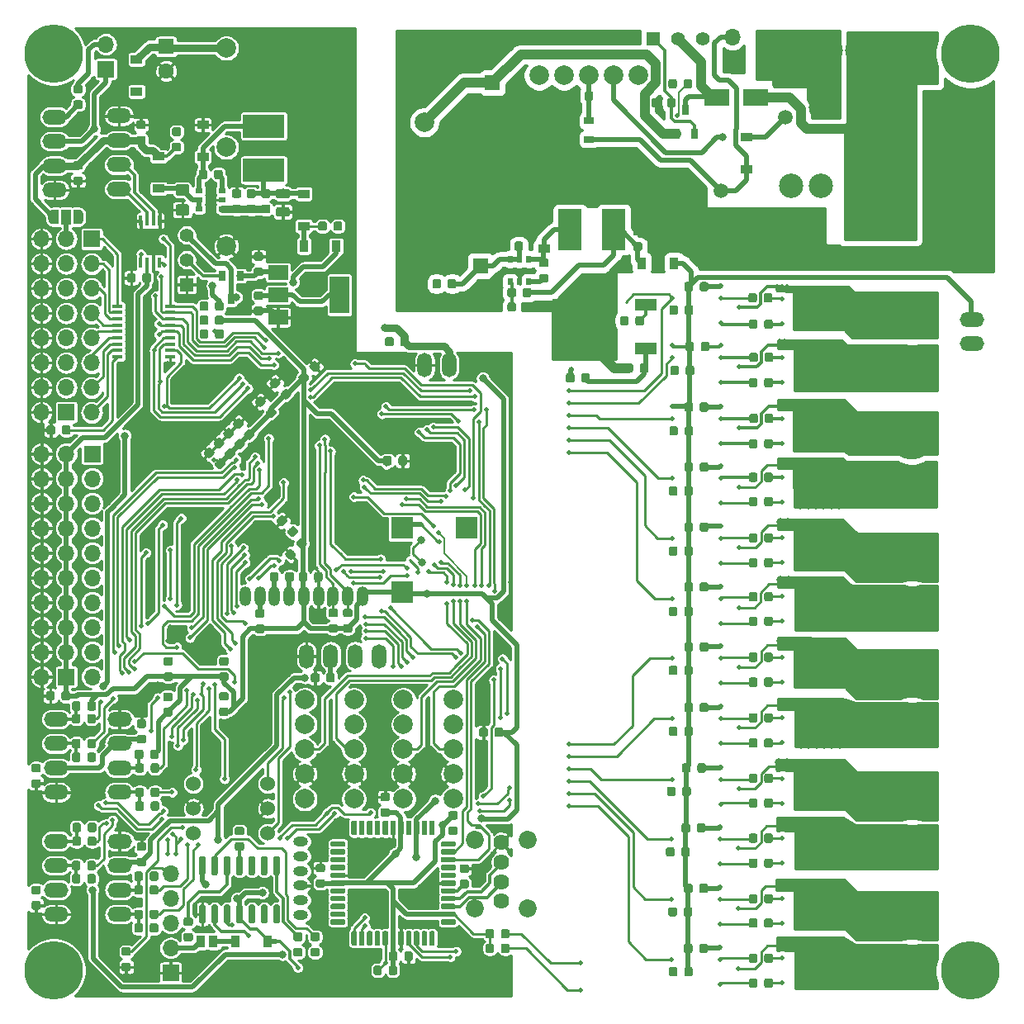
<source format=gbr>
G04 #@! TF.GenerationSoftware,KiCad,Pcbnew,(5.1.4)-1*
G04 #@! TF.CreationDate,2019-12-17T13:05:29+09:00*
G04 #@! TF.ProjectId,Main,4d61696e-2e6b-4696-9361-645f70636258,rev?*
G04 #@! TF.SameCoordinates,Original*
G04 #@! TF.FileFunction,Copper,L2,Bot*
G04 #@! TF.FilePolarity,Positive*
%FSLAX46Y46*%
G04 Gerber Fmt 4.6, Leading zero omitted, Abs format (unit mm)*
G04 Created by KiCad (PCBNEW (5.1.4)-1) date 2019-12-17 13:05:29*
%MOMM*%
%LPD*%
G04 APERTURE LIST*
%ADD10C,1.524000*%
%ADD11R,1.600000X1.600000*%
%ADD12C,1.600000*%
%ADD13C,2.000000*%
%ADD14C,1.397000*%
%ADD15R,1.397000X1.397000*%
%ADD16C,4.500000*%
%ADD17O,1.500000X2.500000*%
%ADD18C,6.000000*%
%ADD19O,2.500000X1.500000*%
%ADD20O,1.524000X1.000000*%
%ADD21C,1.620000*%
%ADD22C,1.850000*%
%ADD23C,0.100000*%
%ADD24C,0.875000*%
%ADD25C,2.500000*%
%ADD26C,1.500000*%
%ADD27R,2.400000X4.200000*%
%ADD28R,4.200000X2.400000*%
%ADD29R,2.300000X2.300000*%
%ADD30C,1.150000*%
%ADD31R,0.900000X1.200000*%
%ADD32R,1.200000X0.900000*%
%ADD33R,1.700000X1.700000*%
%ADD34O,1.700000X1.700000*%
%ADD35R,0.965200X1.270000*%
%ADD36R,0.700000X1.000000*%
%ADD37R,1.000000X0.700000*%
%ADD38R,0.700000X0.510000*%
%ADD39C,0.600000*%
%ADD40R,2.000000X3.800000*%
%ADD41R,2.000000X1.500000*%
%ADD42R,0.510000X0.700000*%
%ADD43C,3.840000*%
%ADD44R,2.200000X1.200000*%
%ADD45R,6.400000X5.800000*%
%ADD46C,0.975000*%
%ADD47R,0.400000X1.100000*%
%ADD48C,0.500000*%
%ADD49R,1.000000X1.500000*%
%ADD50R,1.000000X0.400000*%
%ADD51R,2.500000X1.800000*%
%ADD52C,0.550000*%
%ADD53O,1.200000X2.000000*%
%ADD54C,0.800000*%
%ADD55C,1.000000*%
%ADD56C,0.250000*%
%ADD57C,0.500000*%
%ADD58C,0.300000*%
%ADD59C,0.800000*%
%ADD60C,1.000000*%
%ADD61C,0.200000*%
%ADD62C,0.254000*%
G04 APERTURE END LIST*
D10*
X53315000Y-115860000D03*
X53315000Y-118400000D03*
X53315000Y-120940000D03*
X60935000Y-120940000D03*
X60935000Y-118400000D03*
X60935000Y-115860000D03*
D11*
X50530000Y-40290000D03*
D12*
X50530000Y-42790000D03*
D13*
X79950000Y-117405000D03*
X79950000Y-107245000D03*
X79950000Y-114855000D03*
X79950000Y-109785000D03*
X79950000Y-112325000D03*
X74850000Y-112325000D03*
X74850000Y-109785000D03*
X74850000Y-114855000D03*
X74850000Y-107245000D03*
X74850000Y-117405000D03*
X69800000Y-117405000D03*
X69800000Y-107245000D03*
X69800000Y-114855000D03*
X69800000Y-109785000D03*
X69800000Y-112325000D03*
X64750000Y-117405000D03*
X64750000Y-107245000D03*
X64750000Y-114855000D03*
X64750000Y-109785000D03*
X64750000Y-112325000D03*
X93850000Y-43250000D03*
X96390000Y-43250000D03*
X91320000Y-43250000D03*
X98930000Y-43250000D03*
X88770000Y-43250000D03*
D14*
X52650000Y-59610000D03*
X52650000Y-62150000D03*
D15*
X52650000Y-64690000D03*
D16*
X127000000Y-129550000D03*
X127000000Y-134550000D03*
X127000000Y-122300000D03*
X127000000Y-117300000D03*
X127000000Y-104750000D03*
X127000000Y-109750000D03*
D17*
X79550000Y-72950000D03*
X77050000Y-72950000D03*
D16*
X127000000Y-97800000D03*
X127000000Y-92800000D03*
D15*
X100460000Y-39475000D03*
D14*
X103000000Y-39475000D03*
X105540000Y-39475000D03*
D18*
X131500000Y-48750000D03*
X124500000Y-48750000D03*
X131500000Y-57000000D03*
X124500000Y-57000000D03*
D19*
X133150000Y-68250000D03*
X133150000Y-70750000D03*
D16*
X127000000Y-80350000D03*
X127000000Y-85350000D03*
D19*
X39250000Y-121750000D03*
X39250000Y-124250000D03*
X39250000Y-126750000D03*
X39250000Y-129250000D03*
X39250000Y-116750000D03*
X39250000Y-114250000D03*
X39250000Y-111750000D03*
X39250000Y-109250000D03*
X45700000Y-54900000D03*
X45700000Y-52400000D03*
X45700000Y-49900000D03*
X45700000Y-47400000D03*
X39100000Y-47500000D03*
X39100000Y-50000000D03*
X39100000Y-52500000D03*
X39100000Y-55000000D03*
D17*
X64900000Y-102800000D03*
X67400000Y-102800000D03*
X69900000Y-102800000D03*
X72400000Y-102800000D03*
D20*
X64350000Y-129300000D03*
X64350000Y-127800000D03*
X64350000Y-126300000D03*
X64350000Y-124800000D03*
X64350000Y-123300000D03*
X64350000Y-121800000D03*
D19*
X45750000Y-121750000D03*
X45750000Y-124250000D03*
X45750000Y-126750000D03*
X45750000Y-129250000D03*
X45750000Y-116750000D03*
X45750000Y-114250000D03*
X45750000Y-111750000D03*
X45750000Y-109250000D03*
D16*
X127000000Y-73100000D03*
X127000000Y-68100000D03*
D21*
X84900000Y-127900000D03*
X84900000Y-125900000D03*
X84900000Y-123900000D03*
D22*
X82180000Y-128630000D03*
D21*
X84900000Y-121900000D03*
D22*
X82180000Y-121630000D03*
X87620000Y-128630000D03*
X87620000Y-121630000D03*
D23*
G36*
X66377691Y-94176053D02*
G01*
X66398926Y-94179203D01*
X66419750Y-94184419D01*
X66439962Y-94191651D01*
X66459368Y-94200830D01*
X66477781Y-94211866D01*
X66495024Y-94224654D01*
X66510930Y-94239070D01*
X66525346Y-94254976D01*
X66538134Y-94272219D01*
X66549170Y-94290632D01*
X66558349Y-94310038D01*
X66565581Y-94330250D01*
X66570797Y-94351074D01*
X66573947Y-94372309D01*
X66575000Y-94393750D01*
X66575000Y-94906250D01*
X66573947Y-94927691D01*
X66570797Y-94948926D01*
X66565581Y-94969750D01*
X66558349Y-94989962D01*
X66549170Y-95009368D01*
X66538134Y-95027781D01*
X66525346Y-95045024D01*
X66510930Y-95060930D01*
X66495024Y-95075346D01*
X66477781Y-95088134D01*
X66459368Y-95099170D01*
X66439962Y-95108349D01*
X66419750Y-95115581D01*
X66398926Y-95120797D01*
X66377691Y-95123947D01*
X66356250Y-95125000D01*
X65918750Y-95125000D01*
X65897309Y-95123947D01*
X65876074Y-95120797D01*
X65855250Y-95115581D01*
X65835038Y-95108349D01*
X65815632Y-95099170D01*
X65797219Y-95088134D01*
X65779976Y-95075346D01*
X65764070Y-95060930D01*
X65749654Y-95045024D01*
X65736866Y-95027781D01*
X65725830Y-95009368D01*
X65716651Y-94989962D01*
X65709419Y-94969750D01*
X65704203Y-94948926D01*
X65701053Y-94927691D01*
X65700000Y-94906250D01*
X65700000Y-94393750D01*
X65701053Y-94372309D01*
X65704203Y-94351074D01*
X65709419Y-94330250D01*
X65716651Y-94310038D01*
X65725830Y-94290632D01*
X65736866Y-94272219D01*
X65749654Y-94254976D01*
X65764070Y-94239070D01*
X65779976Y-94224654D01*
X65797219Y-94211866D01*
X65815632Y-94200830D01*
X65835038Y-94191651D01*
X65855250Y-94184419D01*
X65876074Y-94179203D01*
X65897309Y-94176053D01*
X65918750Y-94175000D01*
X66356250Y-94175000D01*
X66377691Y-94176053D01*
X66377691Y-94176053D01*
G37*
D24*
X66137500Y-94650000D03*
D23*
G36*
X64802691Y-94176053D02*
G01*
X64823926Y-94179203D01*
X64844750Y-94184419D01*
X64864962Y-94191651D01*
X64884368Y-94200830D01*
X64902781Y-94211866D01*
X64920024Y-94224654D01*
X64935930Y-94239070D01*
X64950346Y-94254976D01*
X64963134Y-94272219D01*
X64974170Y-94290632D01*
X64983349Y-94310038D01*
X64990581Y-94330250D01*
X64995797Y-94351074D01*
X64998947Y-94372309D01*
X65000000Y-94393750D01*
X65000000Y-94906250D01*
X64998947Y-94927691D01*
X64995797Y-94948926D01*
X64990581Y-94969750D01*
X64983349Y-94989962D01*
X64974170Y-95009368D01*
X64963134Y-95027781D01*
X64950346Y-95045024D01*
X64935930Y-95060930D01*
X64920024Y-95075346D01*
X64902781Y-95088134D01*
X64884368Y-95099170D01*
X64864962Y-95108349D01*
X64844750Y-95115581D01*
X64823926Y-95120797D01*
X64802691Y-95123947D01*
X64781250Y-95125000D01*
X64343750Y-95125000D01*
X64322309Y-95123947D01*
X64301074Y-95120797D01*
X64280250Y-95115581D01*
X64260038Y-95108349D01*
X64240632Y-95099170D01*
X64222219Y-95088134D01*
X64204976Y-95075346D01*
X64189070Y-95060930D01*
X64174654Y-95045024D01*
X64161866Y-95027781D01*
X64150830Y-95009368D01*
X64141651Y-94989962D01*
X64134419Y-94969750D01*
X64129203Y-94948926D01*
X64126053Y-94927691D01*
X64125000Y-94906250D01*
X64125000Y-94393750D01*
X64126053Y-94372309D01*
X64129203Y-94351074D01*
X64134419Y-94330250D01*
X64141651Y-94310038D01*
X64150830Y-94290632D01*
X64161866Y-94272219D01*
X64174654Y-94254976D01*
X64189070Y-94239070D01*
X64204976Y-94224654D01*
X64222219Y-94211866D01*
X64240632Y-94200830D01*
X64260038Y-94191651D01*
X64280250Y-94184419D01*
X64301074Y-94179203D01*
X64322309Y-94176053D01*
X64343750Y-94175000D01*
X64781250Y-94175000D01*
X64802691Y-94176053D01*
X64802691Y-94176053D01*
G37*
D24*
X64562500Y-94650000D03*
D25*
X117620000Y-54530000D03*
X117620000Y-46530000D03*
X114620000Y-54530000D03*
D26*
X107420000Y-55030000D03*
X114020000Y-47530000D03*
D27*
X91925000Y-59050000D03*
X96425000Y-59050000D03*
D28*
X60550000Y-52950000D03*
X60550000Y-48450000D03*
D29*
X81300000Y-89650000D03*
X74700000Y-89650000D03*
X74700000Y-96250000D03*
D23*
G36*
X46697691Y-134211053D02*
G01*
X46718926Y-134214203D01*
X46739750Y-134219419D01*
X46759962Y-134226651D01*
X46779368Y-134235830D01*
X46797781Y-134246866D01*
X46815024Y-134259654D01*
X46830930Y-134274070D01*
X46845346Y-134289976D01*
X46858134Y-134307219D01*
X46869170Y-134325632D01*
X46878349Y-134345038D01*
X46885581Y-134365250D01*
X46890797Y-134386074D01*
X46893947Y-134407309D01*
X46895000Y-134428750D01*
X46895000Y-134866250D01*
X46893947Y-134887691D01*
X46890797Y-134908926D01*
X46885581Y-134929750D01*
X46878349Y-134949962D01*
X46869170Y-134969368D01*
X46858134Y-134987781D01*
X46845346Y-135005024D01*
X46830930Y-135020930D01*
X46815024Y-135035346D01*
X46797781Y-135048134D01*
X46779368Y-135059170D01*
X46759962Y-135068349D01*
X46739750Y-135075581D01*
X46718926Y-135080797D01*
X46697691Y-135083947D01*
X46676250Y-135085000D01*
X46163750Y-135085000D01*
X46142309Y-135083947D01*
X46121074Y-135080797D01*
X46100250Y-135075581D01*
X46080038Y-135068349D01*
X46060632Y-135059170D01*
X46042219Y-135048134D01*
X46024976Y-135035346D01*
X46009070Y-135020930D01*
X45994654Y-135005024D01*
X45981866Y-134987781D01*
X45970830Y-134969368D01*
X45961651Y-134949962D01*
X45954419Y-134929750D01*
X45949203Y-134908926D01*
X45946053Y-134887691D01*
X45945000Y-134866250D01*
X45945000Y-134428750D01*
X45946053Y-134407309D01*
X45949203Y-134386074D01*
X45954419Y-134365250D01*
X45961651Y-134345038D01*
X45970830Y-134325632D01*
X45981866Y-134307219D01*
X45994654Y-134289976D01*
X46009070Y-134274070D01*
X46024976Y-134259654D01*
X46042219Y-134246866D01*
X46060632Y-134235830D01*
X46080038Y-134226651D01*
X46100250Y-134219419D01*
X46121074Y-134214203D01*
X46142309Y-134211053D01*
X46163750Y-134210000D01*
X46676250Y-134210000D01*
X46697691Y-134211053D01*
X46697691Y-134211053D01*
G37*
D24*
X46420000Y-134647500D03*
D23*
G36*
X46697691Y-132636053D02*
G01*
X46718926Y-132639203D01*
X46739750Y-132644419D01*
X46759962Y-132651651D01*
X46779368Y-132660830D01*
X46797781Y-132671866D01*
X46815024Y-132684654D01*
X46830930Y-132699070D01*
X46845346Y-132714976D01*
X46858134Y-132732219D01*
X46869170Y-132750632D01*
X46878349Y-132770038D01*
X46885581Y-132790250D01*
X46890797Y-132811074D01*
X46893947Y-132832309D01*
X46895000Y-132853750D01*
X46895000Y-133291250D01*
X46893947Y-133312691D01*
X46890797Y-133333926D01*
X46885581Y-133354750D01*
X46878349Y-133374962D01*
X46869170Y-133394368D01*
X46858134Y-133412781D01*
X46845346Y-133430024D01*
X46830930Y-133445930D01*
X46815024Y-133460346D01*
X46797781Y-133473134D01*
X46779368Y-133484170D01*
X46759962Y-133493349D01*
X46739750Y-133500581D01*
X46718926Y-133505797D01*
X46697691Y-133508947D01*
X46676250Y-133510000D01*
X46163750Y-133510000D01*
X46142309Y-133508947D01*
X46121074Y-133505797D01*
X46100250Y-133500581D01*
X46080038Y-133493349D01*
X46060632Y-133484170D01*
X46042219Y-133473134D01*
X46024976Y-133460346D01*
X46009070Y-133445930D01*
X45994654Y-133430024D01*
X45981866Y-133412781D01*
X45970830Y-133394368D01*
X45961651Y-133374962D01*
X45954419Y-133354750D01*
X45949203Y-133333926D01*
X45946053Y-133312691D01*
X45945000Y-133291250D01*
X45945000Y-132853750D01*
X45946053Y-132832309D01*
X45949203Y-132811074D01*
X45954419Y-132790250D01*
X45961651Y-132770038D01*
X45970830Y-132750632D01*
X45981866Y-132732219D01*
X45994654Y-132714976D01*
X46009070Y-132699070D01*
X46024976Y-132684654D01*
X46042219Y-132671866D01*
X46060632Y-132660830D01*
X46080038Y-132651651D01*
X46100250Y-132644419D01*
X46121074Y-132639203D01*
X46142309Y-132636053D01*
X46163750Y-132635000D01*
X46676250Y-132635000D01*
X46697691Y-132636053D01*
X46697691Y-132636053D01*
G37*
D24*
X46420000Y-133072500D03*
D23*
G36*
X47202691Y-63526053D02*
G01*
X47223926Y-63529203D01*
X47244750Y-63534419D01*
X47264962Y-63541651D01*
X47284368Y-63550830D01*
X47302781Y-63561866D01*
X47320024Y-63574654D01*
X47335930Y-63589070D01*
X47350346Y-63604976D01*
X47363134Y-63622219D01*
X47374170Y-63640632D01*
X47383349Y-63660038D01*
X47390581Y-63680250D01*
X47395797Y-63701074D01*
X47398947Y-63722309D01*
X47400000Y-63743750D01*
X47400000Y-64256250D01*
X47398947Y-64277691D01*
X47395797Y-64298926D01*
X47390581Y-64319750D01*
X47383349Y-64339962D01*
X47374170Y-64359368D01*
X47363134Y-64377781D01*
X47350346Y-64395024D01*
X47335930Y-64410930D01*
X47320024Y-64425346D01*
X47302781Y-64438134D01*
X47284368Y-64449170D01*
X47264962Y-64458349D01*
X47244750Y-64465581D01*
X47223926Y-64470797D01*
X47202691Y-64473947D01*
X47181250Y-64475000D01*
X46743750Y-64475000D01*
X46722309Y-64473947D01*
X46701074Y-64470797D01*
X46680250Y-64465581D01*
X46660038Y-64458349D01*
X46640632Y-64449170D01*
X46622219Y-64438134D01*
X46604976Y-64425346D01*
X46589070Y-64410930D01*
X46574654Y-64395024D01*
X46561866Y-64377781D01*
X46550830Y-64359368D01*
X46541651Y-64339962D01*
X46534419Y-64319750D01*
X46529203Y-64298926D01*
X46526053Y-64277691D01*
X46525000Y-64256250D01*
X46525000Y-63743750D01*
X46526053Y-63722309D01*
X46529203Y-63701074D01*
X46534419Y-63680250D01*
X46541651Y-63660038D01*
X46550830Y-63640632D01*
X46561866Y-63622219D01*
X46574654Y-63604976D01*
X46589070Y-63589070D01*
X46604976Y-63574654D01*
X46622219Y-63561866D01*
X46640632Y-63550830D01*
X46660038Y-63541651D01*
X46680250Y-63534419D01*
X46701074Y-63529203D01*
X46722309Y-63526053D01*
X46743750Y-63525000D01*
X47181250Y-63525000D01*
X47202691Y-63526053D01*
X47202691Y-63526053D01*
G37*
D24*
X46962500Y-64000000D03*
D23*
G36*
X48777691Y-63526053D02*
G01*
X48798926Y-63529203D01*
X48819750Y-63534419D01*
X48839962Y-63541651D01*
X48859368Y-63550830D01*
X48877781Y-63561866D01*
X48895024Y-63574654D01*
X48910930Y-63589070D01*
X48925346Y-63604976D01*
X48938134Y-63622219D01*
X48949170Y-63640632D01*
X48958349Y-63660038D01*
X48965581Y-63680250D01*
X48970797Y-63701074D01*
X48973947Y-63722309D01*
X48975000Y-63743750D01*
X48975000Y-64256250D01*
X48973947Y-64277691D01*
X48970797Y-64298926D01*
X48965581Y-64319750D01*
X48958349Y-64339962D01*
X48949170Y-64359368D01*
X48938134Y-64377781D01*
X48925346Y-64395024D01*
X48910930Y-64410930D01*
X48895024Y-64425346D01*
X48877781Y-64438134D01*
X48859368Y-64449170D01*
X48839962Y-64458349D01*
X48819750Y-64465581D01*
X48798926Y-64470797D01*
X48777691Y-64473947D01*
X48756250Y-64475000D01*
X48318750Y-64475000D01*
X48297309Y-64473947D01*
X48276074Y-64470797D01*
X48255250Y-64465581D01*
X48235038Y-64458349D01*
X48215632Y-64449170D01*
X48197219Y-64438134D01*
X48179976Y-64425346D01*
X48164070Y-64410930D01*
X48149654Y-64395024D01*
X48136866Y-64377781D01*
X48125830Y-64359368D01*
X48116651Y-64339962D01*
X48109419Y-64319750D01*
X48104203Y-64298926D01*
X48101053Y-64277691D01*
X48100000Y-64256250D01*
X48100000Y-63743750D01*
X48101053Y-63722309D01*
X48104203Y-63701074D01*
X48109419Y-63680250D01*
X48116651Y-63660038D01*
X48125830Y-63640632D01*
X48136866Y-63622219D01*
X48149654Y-63604976D01*
X48164070Y-63589070D01*
X48179976Y-63574654D01*
X48197219Y-63561866D01*
X48215632Y-63550830D01*
X48235038Y-63541651D01*
X48255250Y-63534419D01*
X48276074Y-63529203D01*
X48297309Y-63526053D01*
X48318750Y-63525000D01*
X48756250Y-63525000D01*
X48777691Y-63526053D01*
X48777691Y-63526053D01*
G37*
D24*
X48537500Y-64000000D03*
D23*
G36*
X41777691Y-53601053D02*
G01*
X41798926Y-53604203D01*
X41819750Y-53609419D01*
X41839962Y-53616651D01*
X41859368Y-53625830D01*
X41877781Y-53636866D01*
X41895024Y-53649654D01*
X41910930Y-53664070D01*
X41925346Y-53679976D01*
X41938134Y-53697219D01*
X41949170Y-53715632D01*
X41958349Y-53735038D01*
X41965581Y-53755250D01*
X41970797Y-53776074D01*
X41973947Y-53797309D01*
X41975000Y-53818750D01*
X41975000Y-54256250D01*
X41973947Y-54277691D01*
X41970797Y-54298926D01*
X41965581Y-54319750D01*
X41958349Y-54339962D01*
X41949170Y-54359368D01*
X41938134Y-54377781D01*
X41925346Y-54395024D01*
X41910930Y-54410930D01*
X41895024Y-54425346D01*
X41877781Y-54438134D01*
X41859368Y-54449170D01*
X41839962Y-54458349D01*
X41819750Y-54465581D01*
X41798926Y-54470797D01*
X41777691Y-54473947D01*
X41756250Y-54475000D01*
X41243750Y-54475000D01*
X41222309Y-54473947D01*
X41201074Y-54470797D01*
X41180250Y-54465581D01*
X41160038Y-54458349D01*
X41140632Y-54449170D01*
X41122219Y-54438134D01*
X41104976Y-54425346D01*
X41089070Y-54410930D01*
X41074654Y-54395024D01*
X41061866Y-54377781D01*
X41050830Y-54359368D01*
X41041651Y-54339962D01*
X41034419Y-54319750D01*
X41029203Y-54298926D01*
X41026053Y-54277691D01*
X41025000Y-54256250D01*
X41025000Y-53818750D01*
X41026053Y-53797309D01*
X41029203Y-53776074D01*
X41034419Y-53755250D01*
X41041651Y-53735038D01*
X41050830Y-53715632D01*
X41061866Y-53697219D01*
X41074654Y-53679976D01*
X41089070Y-53664070D01*
X41104976Y-53649654D01*
X41122219Y-53636866D01*
X41140632Y-53625830D01*
X41160038Y-53616651D01*
X41180250Y-53609419D01*
X41201074Y-53604203D01*
X41222309Y-53601053D01*
X41243750Y-53600000D01*
X41756250Y-53600000D01*
X41777691Y-53601053D01*
X41777691Y-53601053D01*
G37*
D24*
X41500000Y-54037500D03*
D23*
G36*
X41777691Y-52026053D02*
G01*
X41798926Y-52029203D01*
X41819750Y-52034419D01*
X41839962Y-52041651D01*
X41859368Y-52050830D01*
X41877781Y-52061866D01*
X41895024Y-52074654D01*
X41910930Y-52089070D01*
X41925346Y-52104976D01*
X41938134Y-52122219D01*
X41949170Y-52140632D01*
X41958349Y-52160038D01*
X41965581Y-52180250D01*
X41970797Y-52201074D01*
X41973947Y-52222309D01*
X41975000Y-52243750D01*
X41975000Y-52681250D01*
X41973947Y-52702691D01*
X41970797Y-52723926D01*
X41965581Y-52744750D01*
X41958349Y-52764962D01*
X41949170Y-52784368D01*
X41938134Y-52802781D01*
X41925346Y-52820024D01*
X41910930Y-52835930D01*
X41895024Y-52850346D01*
X41877781Y-52863134D01*
X41859368Y-52874170D01*
X41839962Y-52883349D01*
X41819750Y-52890581D01*
X41798926Y-52895797D01*
X41777691Y-52898947D01*
X41756250Y-52900000D01*
X41243750Y-52900000D01*
X41222309Y-52898947D01*
X41201074Y-52895797D01*
X41180250Y-52890581D01*
X41160038Y-52883349D01*
X41140632Y-52874170D01*
X41122219Y-52863134D01*
X41104976Y-52850346D01*
X41089070Y-52835930D01*
X41074654Y-52820024D01*
X41061866Y-52802781D01*
X41050830Y-52784368D01*
X41041651Y-52764962D01*
X41034419Y-52744750D01*
X41029203Y-52723926D01*
X41026053Y-52702691D01*
X41025000Y-52681250D01*
X41025000Y-52243750D01*
X41026053Y-52222309D01*
X41029203Y-52201074D01*
X41034419Y-52180250D01*
X41041651Y-52160038D01*
X41050830Y-52140632D01*
X41061866Y-52122219D01*
X41074654Y-52104976D01*
X41089070Y-52089070D01*
X41104976Y-52074654D01*
X41122219Y-52061866D01*
X41140632Y-52050830D01*
X41160038Y-52041651D01*
X41180250Y-52034419D01*
X41201074Y-52029203D01*
X41222309Y-52026053D01*
X41243750Y-52025000D01*
X41756250Y-52025000D01*
X41777691Y-52026053D01*
X41777691Y-52026053D01*
G37*
D24*
X41500000Y-52462500D03*
D23*
G36*
X40477691Y-106376053D02*
G01*
X40498926Y-106379203D01*
X40519750Y-106384419D01*
X40539962Y-106391651D01*
X40559368Y-106400830D01*
X40577781Y-106411866D01*
X40595024Y-106424654D01*
X40610930Y-106439070D01*
X40625346Y-106454976D01*
X40638134Y-106472219D01*
X40649170Y-106490632D01*
X40658349Y-106510038D01*
X40665581Y-106530250D01*
X40670797Y-106551074D01*
X40673947Y-106572309D01*
X40675000Y-106593750D01*
X40675000Y-107106250D01*
X40673947Y-107127691D01*
X40670797Y-107148926D01*
X40665581Y-107169750D01*
X40658349Y-107189962D01*
X40649170Y-107209368D01*
X40638134Y-107227781D01*
X40625346Y-107245024D01*
X40610930Y-107260930D01*
X40595024Y-107275346D01*
X40577781Y-107288134D01*
X40559368Y-107299170D01*
X40539962Y-107308349D01*
X40519750Y-107315581D01*
X40498926Y-107320797D01*
X40477691Y-107323947D01*
X40456250Y-107325000D01*
X40018750Y-107325000D01*
X39997309Y-107323947D01*
X39976074Y-107320797D01*
X39955250Y-107315581D01*
X39935038Y-107308349D01*
X39915632Y-107299170D01*
X39897219Y-107288134D01*
X39879976Y-107275346D01*
X39864070Y-107260930D01*
X39849654Y-107245024D01*
X39836866Y-107227781D01*
X39825830Y-107209368D01*
X39816651Y-107189962D01*
X39809419Y-107169750D01*
X39804203Y-107148926D01*
X39801053Y-107127691D01*
X39800000Y-107106250D01*
X39800000Y-106593750D01*
X39801053Y-106572309D01*
X39804203Y-106551074D01*
X39809419Y-106530250D01*
X39816651Y-106510038D01*
X39825830Y-106490632D01*
X39836866Y-106472219D01*
X39849654Y-106454976D01*
X39864070Y-106439070D01*
X39879976Y-106424654D01*
X39897219Y-106411866D01*
X39915632Y-106400830D01*
X39935038Y-106391651D01*
X39955250Y-106384419D01*
X39976074Y-106379203D01*
X39997309Y-106376053D01*
X40018750Y-106375000D01*
X40456250Y-106375000D01*
X40477691Y-106376053D01*
X40477691Y-106376053D01*
G37*
D24*
X40237500Y-106850000D03*
D23*
G36*
X38902691Y-106376053D02*
G01*
X38923926Y-106379203D01*
X38944750Y-106384419D01*
X38964962Y-106391651D01*
X38984368Y-106400830D01*
X39002781Y-106411866D01*
X39020024Y-106424654D01*
X39035930Y-106439070D01*
X39050346Y-106454976D01*
X39063134Y-106472219D01*
X39074170Y-106490632D01*
X39083349Y-106510038D01*
X39090581Y-106530250D01*
X39095797Y-106551074D01*
X39098947Y-106572309D01*
X39100000Y-106593750D01*
X39100000Y-107106250D01*
X39098947Y-107127691D01*
X39095797Y-107148926D01*
X39090581Y-107169750D01*
X39083349Y-107189962D01*
X39074170Y-107209368D01*
X39063134Y-107227781D01*
X39050346Y-107245024D01*
X39035930Y-107260930D01*
X39020024Y-107275346D01*
X39002781Y-107288134D01*
X38984368Y-107299170D01*
X38964962Y-107308349D01*
X38944750Y-107315581D01*
X38923926Y-107320797D01*
X38902691Y-107323947D01*
X38881250Y-107325000D01*
X38443750Y-107325000D01*
X38422309Y-107323947D01*
X38401074Y-107320797D01*
X38380250Y-107315581D01*
X38360038Y-107308349D01*
X38340632Y-107299170D01*
X38322219Y-107288134D01*
X38304976Y-107275346D01*
X38289070Y-107260930D01*
X38274654Y-107245024D01*
X38261866Y-107227781D01*
X38250830Y-107209368D01*
X38241651Y-107189962D01*
X38234419Y-107169750D01*
X38229203Y-107148926D01*
X38226053Y-107127691D01*
X38225000Y-107106250D01*
X38225000Y-106593750D01*
X38226053Y-106572309D01*
X38229203Y-106551074D01*
X38234419Y-106530250D01*
X38241651Y-106510038D01*
X38250830Y-106490632D01*
X38261866Y-106472219D01*
X38274654Y-106454976D01*
X38289070Y-106439070D01*
X38304976Y-106424654D01*
X38322219Y-106411866D01*
X38340632Y-106400830D01*
X38360038Y-106391651D01*
X38380250Y-106384419D01*
X38401074Y-106379203D01*
X38422309Y-106376053D01*
X38443750Y-106375000D01*
X38881250Y-106375000D01*
X38902691Y-106376053D01*
X38902691Y-106376053D01*
G37*
D24*
X38662500Y-106850000D03*
D23*
G36*
X61027691Y-54926053D02*
G01*
X61048926Y-54929203D01*
X61069750Y-54934419D01*
X61089962Y-54941651D01*
X61109368Y-54950830D01*
X61127781Y-54961866D01*
X61145024Y-54974654D01*
X61160930Y-54989070D01*
X61175346Y-55004976D01*
X61188134Y-55022219D01*
X61199170Y-55040632D01*
X61208349Y-55060038D01*
X61215581Y-55080250D01*
X61220797Y-55101074D01*
X61223947Y-55122309D01*
X61225000Y-55143750D01*
X61225000Y-55581250D01*
X61223947Y-55602691D01*
X61220797Y-55623926D01*
X61215581Y-55644750D01*
X61208349Y-55664962D01*
X61199170Y-55684368D01*
X61188134Y-55702781D01*
X61175346Y-55720024D01*
X61160930Y-55735930D01*
X61145024Y-55750346D01*
X61127781Y-55763134D01*
X61109368Y-55774170D01*
X61089962Y-55783349D01*
X61069750Y-55790581D01*
X61048926Y-55795797D01*
X61027691Y-55798947D01*
X61006250Y-55800000D01*
X60493750Y-55800000D01*
X60472309Y-55798947D01*
X60451074Y-55795797D01*
X60430250Y-55790581D01*
X60410038Y-55783349D01*
X60390632Y-55774170D01*
X60372219Y-55763134D01*
X60354976Y-55750346D01*
X60339070Y-55735930D01*
X60324654Y-55720024D01*
X60311866Y-55702781D01*
X60300830Y-55684368D01*
X60291651Y-55664962D01*
X60284419Y-55644750D01*
X60279203Y-55623926D01*
X60276053Y-55602691D01*
X60275000Y-55581250D01*
X60275000Y-55143750D01*
X60276053Y-55122309D01*
X60279203Y-55101074D01*
X60284419Y-55080250D01*
X60291651Y-55060038D01*
X60300830Y-55040632D01*
X60311866Y-55022219D01*
X60324654Y-55004976D01*
X60339070Y-54989070D01*
X60354976Y-54974654D01*
X60372219Y-54961866D01*
X60390632Y-54950830D01*
X60410038Y-54941651D01*
X60430250Y-54934419D01*
X60451074Y-54929203D01*
X60472309Y-54926053D01*
X60493750Y-54925000D01*
X61006250Y-54925000D01*
X61027691Y-54926053D01*
X61027691Y-54926053D01*
G37*
D24*
X60750000Y-55362500D03*
D23*
G36*
X61027691Y-56501053D02*
G01*
X61048926Y-56504203D01*
X61069750Y-56509419D01*
X61089962Y-56516651D01*
X61109368Y-56525830D01*
X61127781Y-56536866D01*
X61145024Y-56549654D01*
X61160930Y-56564070D01*
X61175346Y-56579976D01*
X61188134Y-56597219D01*
X61199170Y-56615632D01*
X61208349Y-56635038D01*
X61215581Y-56655250D01*
X61220797Y-56676074D01*
X61223947Y-56697309D01*
X61225000Y-56718750D01*
X61225000Y-57156250D01*
X61223947Y-57177691D01*
X61220797Y-57198926D01*
X61215581Y-57219750D01*
X61208349Y-57239962D01*
X61199170Y-57259368D01*
X61188134Y-57277781D01*
X61175346Y-57295024D01*
X61160930Y-57310930D01*
X61145024Y-57325346D01*
X61127781Y-57338134D01*
X61109368Y-57349170D01*
X61089962Y-57358349D01*
X61069750Y-57365581D01*
X61048926Y-57370797D01*
X61027691Y-57373947D01*
X61006250Y-57375000D01*
X60493750Y-57375000D01*
X60472309Y-57373947D01*
X60451074Y-57370797D01*
X60430250Y-57365581D01*
X60410038Y-57358349D01*
X60390632Y-57349170D01*
X60372219Y-57338134D01*
X60354976Y-57325346D01*
X60339070Y-57310930D01*
X60324654Y-57295024D01*
X60311866Y-57277781D01*
X60300830Y-57259368D01*
X60291651Y-57239962D01*
X60284419Y-57219750D01*
X60279203Y-57198926D01*
X60276053Y-57177691D01*
X60275000Y-57156250D01*
X60275000Y-56718750D01*
X60276053Y-56697309D01*
X60279203Y-56676074D01*
X60284419Y-56655250D01*
X60291651Y-56635038D01*
X60300830Y-56615632D01*
X60311866Y-56597219D01*
X60324654Y-56579976D01*
X60339070Y-56564070D01*
X60354976Y-56549654D01*
X60372219Y-56536866D01*
X60390632Y-56525830D01*
X60410038Y-56516651D01*
X60430250Y-56509419D01*
X60451074Y-56504203D01*
X60472309Y-56501053D01*
X60493750Y-56500000D01*
X61006250Y-56500000D01*
X61027691Y-56501053D01*
X61027691Y-56501053D01*
G37*
D24*
X60750000Y-56937500D03*
D23*
G36*
X67627691Y-104526053D02*
G01*
X67648926Y-104529203D01*
X67669750Y-104534419D01*
X67689962Y-104541651D01*
X67709368Y-104550830D01*
X67727781Y-104561866D01*
X67745024Y-104574654D01*
X67760930Y-104589070D01*
X67775346Y-104604976D01*
X67788134Y-104622219D01*
X67799170Y-104640632D01*
X67808349Y-104660038D01*
X67815581Y-104680250D01*
X67820797Y-104701074D01*
X67823947Y-104722309D01*
X67825000Y-104743750D01*
X67825000Y-105256250D01*
X67823947Y-105277691D01*
X67820797Y-105298926D01*
X67815581Y-105319750D01*
X67808349Y-105339962D01*
X67799170Y-105359368D01*
X67788134Y-105377781D01*
X67775346Y-105395024D01*
X67760930Y-105410930D01*
X67745024Y-105425346D01*
X67727781Y-105438134D01*
X67709368Y-105449170D01*
X67689962Y-105458349D01*
X67669750Y-105465581D01*
X67648926Y-105470797D01*
X67627691Y-105473947D01*
X67606250Y-105475000D01*
X67168750Y-105475000D01*
X67147309Y-105473947D01*
X67126074Y-105470797D01*
X67105250Y-105465581D01*
X67085038Y-105458349D01*
X67065632Y-105449170D01*
X67047219Y-105438134D01*
X67029976Y-105425346D01*
X67014070Y-105410930D01*
X66999654Y-105395024D01*
X66986866Y-105377781D01*
X66975830Y-105359368D01*
X66966651Y-105339962D01*
X66959419Y-105319750D01*
X66954203Y-105298926D01*
X66951053Y-105277691D01*
X66950000Y-105256250D01*
X66950000Y-104743750D01*
X66951053Y-104722309D01*
X66954203Y-104701074D01*
X66959419Y-104680250D01*
X66966651Y-104660038D01*
X66975830Y-104640632D01*
X66986866Y-104622219D01*
X66999654Y-104604976D01*
X67014070Y-104589070D01*
X67029976Y-104574654D01*
X67047219Y-104561866D01*
X67065632Y-104550830D01*
X67085038Y-104541651D01*
X67105250Y-104534419D01*
X67126074Y-104529203D01*
X67147309Y-104526053D01*
X67168750Y-104525000D01*
X67606250Y-104525000D01*
X67627691Y-104526053D01*
X67627691Y-104526053D01*
G37*
D24*
X67387500Y-105000000D03*
D23*
G36*
X66052691Y-104526053D02*
G01*
X66073926Y-104529203D01*
X66094750Y-104534419D01*
X66114962Y-104541651D01*
X66134368Y-104550830D01*
X66152781Y-104561866D01*
X66170024Y-104574654D01*
X66185930Y-104589070D01*
X66200346Y-104604976D01*
X66213134Y-104622219D01*
X66224170Y-104640632D01*
X66233349Y-104660038D01*
X66240581Y-104680250D01*
X66245797Y-104701074D01*
X66248947Y-104722309D01*
X66250000Y-104743750D01*
X66250000Y-105256250D01*
X66248947Y-105277691D01*
X66245797Y-105298926D01*
X66240581Y-105319750D01*
X66233349Y-105339962D01*
X66224170Y-105359368D01*
X66213134Y-105377781D01*
X66200346Y-105395024D01*
X66185930Y-105410930D01*
X66170024Y-105425346D01*
X66152781Y-105438134D01*
X66134368Y-105449170D01*
X66114962Y-105458349D01*
X66094750Y-105465581D01*
X66073926Y-105470797D01*
X66052691Y-105473947D01*
X66031250Y-105475000D01*
X65593750Y-105475000D01*
X65572309Y-105473947D01*
X65551074Y-105470797D01*
X65530250Y-105465581D01*
X65510038Y-105458349D01*
X65490632Y-105449170D01*
X65472219Y-105438134D01*
X65454976Y-105425346D01*
X65439070Y-105410930D01*
X65424654Y-105395024D01*
X65411866Y-105377781D01*
X65400830Y-105359368D01*
X65391651Y-105339962D01*
X65384419Y-105319750D01*
X65379203Y-105298926D01*
X65376053Y-105277691D01*
X65375000Y-105256250D01*
X65375000Y-104743750D01*
X65376053Y-104722309D01*
X65379203Y-104701074D01*
X65384419Y-104680250D01*
X65391651Y-104660038D01*
X65400830Y-104640632D01*
X65411866Y-104622219D01*
X65424654Y-104604976D01*
X65439070Y-104589070D01*
X65454976Y-104574654D01*
X65472219Y-104561866D01*
X65490632Y-104550830D01*
X65510038Y-104541651D01*
X65530250Y-104534419D01*
X65551074Y-104529203D01*
X65572309Y-104526053D01*
X65593750Y-104525000D01*
X66031250Y-104525000D01*
X66052691Y-104526053D01*
X66052691Y-104526053D01*
G37*
D24*
X65812500Y-105000000D03*
D23*
G36*
X48227691Y-49451053D02*
G01*
X48248926Y-49454203D01*
X48269750Y-49459419D01*
X48289962Y-49466651D01*
X48309368Y-49475830D01*
X48327781Y-49486866D01*
X48345024Y-49499654D01*
X48360930Y-49514070D01*
X48375346Y-49529976D01*
X48388134Y-49547219D01*
X48399170Y-49565632D01*
X48408349Y-49585038D01*
X48415581Y-49605250D01*
X48420797Y-49626074D01*
X48423947Y-49647309D01*
X48425000Y-49668750D01*
X48425000Y-50106250D01*
X48423947Y-50127691D01*
X48420797Y-50148926D01*
X48415581Y-50169750D01*
X48408349Y-50189962D01*
X48399170Y-50209368D01*
X48388134Y-50227781D01*
X48375346Y-50245024D01*
X48360930Y-50260930D01*
X48345024Y-50275346D01*
X48327781Y-50288134D01*
X48309368Y-50299170D01*
X48289962Y-50308349D01*
X48269750Y-50315581D01*
X48248926Y-50320797D01*
X48227691Y-50323947D01*
X48206250Y-50325000D01*
X47693750Y-50325000D01*
X47672309Y-50323947D01*
X47651074Y-50320797D01*
X47630250Y-50315581D01*
X47610038Y-50308349D01*
X47590632Y-50299170D01*
X47572219Y-50288134D01*
X47554976Y-50275346D01*
X47539070Y-50260930D01*
X47524654Y-50245024D01*
X47511866Y-50227781D01*
X47500830Y-50209368D01*
X47491651Y-50189962D01*
X47484419Y-50169750D01*
X47479203Y-50148926D01*
X47476053Y-50127691D01*
X47475000Y-50106250D01*
X47475000Y-49668750D01*
X47476053Y-49647309D01*
X47479203Y-49626074D01*
X47484419Y-49605250D01*
X47491651Y-49585038D01*
X47500830Y-49565632D01*
X47511866Y-49547219D01*
X47524654Y-49529976D01*
X47539070Y-49514070D01*
X47554976Y-49499654D01*
X47572219Y-49486866D01*
X47590632Y-49475830D01*
X47610038Y-49466651D01*
X47630250Y-49459419D01*
X47651074Y-49454203D01*
X47672309Y-49451053D01*
X47693750Y-49450000D01*
X48206250Y-49450000D01*
X48227691Y-49451053D01*
X48227691Y-49451053D01*
G37*
D24*
X47950000Y-49887500D03*
D23*
G36*
X48227691Y-47876053D02*
G01*
X48248926Y-47879203D01*
X48269750Y-47884419D01*
X48289962Y-47891651D01*
X48309368Y-47900830D01*
X48327781Y-47911866D01*
X48345024Y-47924654D01*
X48360930Y-47939070D01*
X48375346Y-47954976D01*
X48388134Y-47972219D01*
X48399170Y-47990632D01*
X48408349Y-48010038D01*
X48415581Y-48030250D01*
X48420797Y-48051074D01*
X48423947Y-48072309D01*
X48425000Y-48093750D01*
X48425000Y-48531250D01*
X48423947Y-48552691D01*
X48420797Y-48573926D01*
X48415581Y-48594750D01*
X48408349Y-48614962D01*
X48399170Y-48634368D01*
X48388134Y-48652781D01*
X48375346Y-48670024D01*
X48360930Y-48685930D01*
X48345024Y-48700346D01*
X48327781Y-48713134D01*
X48309368Y-48724170D01*
X48289962Y-48733349D01*
X48269750Y-48740581D01*
X48248926Y-48745797D01*
X48227691Y-48748947D01*
X48206250Y-48750000D01*
X47693750Y-48750000D01*
X47672309Y-48748947D01*
X47651074Y-48745797D01*
X47630250Y-48740581D01*
X47610038Y-48733349D01*
X47590632Y-48724170D01*
X47572219Y-48713134D01*
X47554976Y-48700346D01*
X47539070Y-48685930D01*
X47524654Y-48670024D01*
X47511866Y-48652781D01*
X47500830Y-48634368D01*
X47491651Y-48614962D01*
X47484419Y-48594750D01*
X47479203Y-48573926D01*
X47476053Y-48552691D01*
X47475000Y-48531250D01*
X47475000Y-48093750D01*
X47476053Y-48072309D01*
X47479203Y-48051074D01*
X47484419Y-48030250D01*
X47491651Y-48010038D01*
X47500830Y-47990632D01*
X47511866Y-47972219D01*
X47524654Y-47954976D01*
X47539070Y-47939070D01*
X47554976Y-47924654D01*
X47572219Y-47911866D01*
X47590632Y-47900830D01*
X47610038Y-47891651D01*
X47630250Y-47884419D01*
X47651074Y-47879203D01*
X47672309Y-47876053D01*
X47693750Y-47875000D01*
X48206250Y-47875000D01*
X48227691Y-47876053D01*
X48227691Y-47876053D01*
G37*
D24*
X47950000Y-48312500D03*
D23*
G36*
X58104805Y-80503274D02*
G01*
X58126040Y-80506424D01*
X58146864Y-80511640D01*
X58167076Y-80518872D01*
X58186482Y-80528051D01*
X58204895Y-80539087D01*
X58222138Y-80551875D01*
X58238044Y-80566291D01*
X58547403Y-80875650D01*
X58561819Y-80891556D01*
X58574607Y-80908799D01*
X58585643Y-80927212D01*
X58594822Y-80946618D01*
X58602054Y-80966830D01*
X58607270Y-80987654D01*
X58610420Y-81008889D01*
X58611473Y-81030330D01*
X58610420Y-81051771D01*
X58607270Y-81073006D01*
X58602054Y-81093830D01*
X58594822Y-81114042D01*
X58585643Y-81133448D01*
X58574607Y-81151861D01*
X58561819Y-81169104D01*
X58547403Y-81185010D01*
X58185010Y-81547403D01*
X58169104Y-81561819D01*
X58151861Y-81574607D01*
X58133448Y-81585643D01*
X58114042Y-81594822D01*
X58093830Y-81602054D01*
X58073006Y-81607270D01*
X58051771Y-81610420D01*
X58030330Y-81611473D01*
X58008889Y-81610420D01*
X57987654Y-81607270D01*
X57966830Y-81602054D01*
X57946618Y-81594822D01*
X57927212Y-81585643D01*
X57908799Y-81574607D01*
X57891556Y-81561819D01*
X57875650Y-81547403D01*
X57566291Y-81238044D01*
X57551875Y-81222138D01*
X57539087Y-81204895D01*
X57528051Y-81186482D01*
X57518872Y-81167076D01*
X57511640Y-81146864D01*
X57506424Y-81126040D01*
X57503274Y-81104805D01*
X57502221Y-81083364D01*
X57503274Y-81061923D01*
X57506424Y-81040688D01*
X57511640Y-81019864D01*
X57518872Y-80999652D01*
X57528051Y-80980246D01*
X57539087Y-80961833D01*
X57551875Y-80944590D01*
X57566291Y-80928684D01*
X57928684Y-80566291D01*
X57944590Y-80551875D01*
X57961833Y-80539087D01*
X57980246Y-80528051D01*
X57999652Y-80518872D01*
X58019864Y-80511640D01*
X58040688Y-80506424D01*
X58061923Y-80503274D01*
X58083364Y-80502221D01*
X58104805Y-80503274D01*
X58104805Y-80503274D01*
G37*
D24*
X58056847Y-81056847D03*
D23*
G36*
X56991111Y-79389580D02*
G01*
X57012346Y-79392730D01*
X57033170Y-79397946D01*
X57053382Y-79405178D01*
X57072788Y-79414357D01*
X57091201Y-79425393D01*
X57108444Y-79438181D01*
X57124350Y-79452597D01*
X57433709Y-79761956D01*
X57448125Y-79777862D01*
X57460913Y-79795105D01*
X57471949Y-79813518D01*
X57481128Y-79832924D01*
X57488360Y-79853136D01*
X57493576Y-79873960D01*
X57496726Y-79895195D01*
X57497779Y-79916636D01*
X57496726Y-79938077D01*
X57493576Y-79959312D01*
X57488360Y-79980136D01*
X57481128Y-80000348D01*
X57471949Y-80019754D01*
X57460913Y-80038167D01*
X57448125Y-80055410D01*
X57433709Y-80071316D01*
X57071316Y-80433709D01*
X57055410Y-80448125D01*
X57038167Y-80460913D01*
X57019754Y-80471949D01*
X57000348Y-80481128D01*
X56980136Y-80488360D01*
X56959312Y-80493576D01*
X56938077Y-80496726D01*
X56916636Y-80497779D01*
X56895195Y-80496726D01*
X56873960Y-80493576D01*
X56853136Y-80488360D01*
X56832924Y-80481128D01*
X56813518Y-80471949D01*
X56795105Y-80460913D01*
X56777862Y-80448125D01*
X56761956Y-80433709D01*
X56452597Y-80124350D01*
X56438181Y-80108444D01*
X56425393Y-80091201D01*
X56414357Y-80072788D01*
X56405178Y-80053382D01*
X56397946Y-80033170D01*
X56392730Y-80012346D01*
X56389580Y-79991111D01*
X56388527Y-79969670D01*
X56389580Y-79948229D01*
X56392730Y-79926994D01*
X56397946Y-79906170D01*
X56405178Y-79885958D01*
X56414357Y-79866552D01*
X56425393Y-79848139D01*
X56438181Y-79830896D01*
X56452597Y-79814990D01*
X56814990Y-79452597D01*
X56830896Y-79438181D01*
X56848139Y-79425393D01*
X56866552Y-79414357D01*
X56885958Y-79405178D01*
X56906170Y-79397946D01*
X56926994Y-79392730D01*
X56948229Y-79389580D01*
X56969670Y-79388527D01*
X56991111Y-79389580D01*
X56991111Y-79389580D01*
G37*
D24*
X56943153Y-79943153D03*
D23*
G36*
X38952691Y-79126053D02*
G01*
X38973926Y-79129203D01*
X38994750Y-79134419D01*
X39014962Y-79141651D01*
X39034368Y-79150830D01*
X39052781Y-79161866D01*
X39070024Y-79174654D01*
X39085930Y-79189070D01*
X39100346Y-79204976D01*
X39113134Y-79222219D01*
X39124170Y-79240632D01*
X39133349Y-79260038D01*
X39140581Y-79280250D01*
X39145797Y-79301074D01*
X39148947Y-79322309D01*
X39150000Y-79343750D01*
X39150000Y-79856250D01*
X39148947Y-79877691D01*
X39145797Y-79898926D01*
X39140581Y-79919750D01*
X39133349Y-79939962D01*
X39124170Y-79959368D01*
X39113134Y-79977781D01*
X39100346Y-79995024D01*
X39085930Y-80010930D01*
X39070024Y-80025346D01*
X39052781Y-80038134D01*
X39034368Y-80049170D01*
X39014962Y-80058349D01*
X38994750Y-80065581D01*
X38973926Y-80070797D01*
X38952691Y-80073947D01*
X38931250Y-80075000D01*
X38493750Y-80075000D01*
X38472309Y-80073947D01*
X38451074Y-80070797D01*
X38430250Y-80065581D01*
X38410038Y-80058349D01*
X38390632Y-80049170D01*
X38372219Y-80038134D01*
X38354976Y-80025346D01*
X38339070Y-80010930D01*
X38324654Y-79995024D01*
X38311866Y-79977781D01*
X38300830Y-79959368D01*
X38291651Y-79939962D01*
X38284419Y-79919750D01*
X38279203Y-79898926D01*
X38276053Y-79877691D01*
X38275000Y-79856250D01*
X38275000Y-79343750D01*
X38276053Y-79322309D01*
X38279203Y-79301074D01*
X38284419Y-79280250D01*
X38291651Y-79260038D01*
X38300830Y-79240632D01*
X38311866Y-79222219D01*
X38324654Y-79204976D01*
X38339070Y-79189070D01*
X38354976Y-79174654D01*
X38372219Y-79161866D01*
X38390632Y-79150830D01*
X38410038Y-79141651D01*
X38430250Y-79134419D01*
X38451074Y-79129203D01*
X38472309Y-79126053D01*
X38493750Y-79125000D01*
X38931250Y-79125000D01*
X38952691Y-79126053D01*
X38952691Y-79126053D01*
G37*
D24*
X38712500Y-79600000D03*
D23*
G36*
X40527691Y-79126053D02*
G01*
X40548926Y-79129203D01*
X40569750Y-79134419D01*
X40589962Y-79141651D01*
X40609368Y-79150830D01*
X40627781Y-79161866D01*
X40645024Y-79174654D01*
X40660930Y-79189070D01*
X40675346Y-79204976D01*
X40688134Y-79222219D01*
X40699170Y-79240632D01*
X40708349Y-79260038D01*
X40715581Y-79280250D01*
X40720797Y-79301074D01*
X40723947Y-79322309D01*
X40725000Y-79343750D01*
X40725000Y-79856250D01*
X40723947Y-79877691D01*
X40720797Y-79898926D01*
X40715581Y-79919750D01*
X40708349Y-79939962D01*
X40699170Y-79959368D01*
X40688134Y-79977781D01*
X40675346Y-79995024D01*
X40660930Y-80010930D01*
X40645024Y-80025346D01*
X40627781Y-80038134D01*
X40609368Y-80049170D01*
X40589962Y-80058349D01*
X40569750Y-80065581D01*
X40548926Y-80070797D01*
X40527691Y-80073947D01*
X40506250Y-80075000D01*
X40068750Y-80075000D01*
X40047309Y-80073947D01*
X40026074Y-80070797D01*
X40005250Y-80065581D01*
X39985038Y-80058349D01*
X39965632Y-80049170D01*
X39947219Y-80038134D01*
X39929976Y-80025346D01*
X39914070Y-80010930D01*
X39899654Y-79995024D01*
X39886866Y-79977781D01*
X39875830Y-79959368D01*
X39866651Y-79939962D01*
X39859419Y-79919750D01*
X39854203Y-79898926D01*
X39851053Y-79877691D01*
X39850000Y-79856250D01*
X39850000Y-79343750D01*
X39851053Y-79322309D01*
X39854203Y-79301074D01*
X39859419Y-79280250D01*
X39866651Y-79260038D01*
X39875830Y-79240632D01*
X39886866Y-79222219D01*
X39899654Y-79204976D01*
X39914070Y-79189070D01*
X39929976Y-79174654D01*
X39947219Y-79161866D01*
X39965632Y-79150830D01*
X39985038Y-79141651D01*
X40005250Y-79134419D01*
X40026074Y-79129203D01*
X40047309Y-79126053D01*
X40068750Y-79125000D01*
X40506250Y-79125000D01*
X40527691Y-79126053D01*
X40527691Y-79126053D01*
G37*
D24*
X40287500Y-79600000D03*
D23*
G36*
X56127691Y-52926053D02*
G01*
X56148926Y-52929203D01*
X56169750Y-52934419D01*
X56189962Y-52941651D01*
X56209368Y-52950830D01*
X56227781Y-52961866D01*
X56245024Y-52974654D01*
X56260930Y-52989070D01*
X56275346Y-53004976D01*
X56288134Y-53022219D01*
X56299170Y-53040632D01*
X56308349Y-53060038D01*
X56315581Y-53080250D01*
X56320797Y-53101074D01*
X56323947Y-53122309D01*
X56325000Y-53143750D01*
X56325000Y-53656250D01*
X56323947Y-53677691D01*
X56320797Y-53698926D01*
X56315581Y-53719750D01*
X56308349Y-53739962D01*
X56299170Y-53759368D01*
X56288134Y-53777781D01*
X56275346Y-53795024D01*
X56260930Y-53810930D01*
X56245024Y-53825346D01*
X56227781Y-53838134D01*
X56209368Y-53849170D01*
X56189962Y-53858349D01*
X56169750Y-53865581D01*
X56148926Y-53870797D01*
X56127691Y-53873947D01*
X56106250Y-53875000D01*
X55668750Y-53875000D01*
X55647309Y-53873947D01*
X55626074Y-53870797D01*
X55605250Y-53865581D01*
X55585038Y-53858349D01*
X55565632Y-53849170D01*
X55547219Y-53838134D01*
X55529976Y-53825346D01*
X55514070Y-53810930D01*
X55499654Y-53795024D01*
X55486866Y-53777781D01*
X55475830Y-53759368D01*
X55466651Y-53739962D01*
X55459419Y-53719750D01*
X55454203Y-53698926D01*
X55451053Y-53677691D01*
X55450000Y-53656250D01*
X55450000Y-53143750D01*
X55451053Y-53122309D01*
X55454203Y-53101074D01*
X55459419Y-53080250D01*
X55466651Y-53060038D01*
X55475830Y-53040632D01*
X55486866Y-53022219D01*
X55499654Y-53004976D01*
X55514070Y-52989070D01*
X55529976Y-52974654D01*
X55547219Y-52961866D01*
X55565632Y-52950830D01*
X55585038Y-52941651D01*
X55605250Y-52934419D01*
X55626074Y-52929203D01*
X55647309Y-52926053D01*
X55668750Y-52925000D01*
X56106250Y-52925000D01*
X56127691Y-52926053D01*
X56127691Y-52926053D01*
G37*
D24*
X55887500Y-53400000D03*
D23*
G36*
X54552691Y-52926053D02*
G01*
X54573926Y-52929203D01*
X54594750Y-52934419D01*
X54614962Y-52941651D01*
X54634368Y-52950830D01*
X54652781Y-52961866D01*
X54670024Y-52974654D01*
X54685930Y-52989070D01*
X54700346Y-53004976D01*
X54713134Y-53022219D01*
X54724170Y-53040632D01*
X54733349Y-53060038D01*
X54740581Y-53080250D01*
X54745797Y-53101074D01*
X54748947Y-53122309D01*
X54750000Y-53143750D01*
X54750000Y-53656250D01*
X54748947Y-53677691D01*
X54745797Y-53698926D01*
X54740581Y-53719750D01*
X54733349Y-53739962D01*
X54724170Y-53759368D01*
X54713134Y-53777781D01*
X54700346Y-53795024D01*
X54685930Y-53810930D01*
X54670024Y-53825346D01*
X54652781Y-53838134D01*
X54634368Y-53849170D01*
X54614962Y-53858349D01*
X54594750Y-53865581D01*
X54573926Y-53870797D01*
X54552691Y-53873947D01*
X54531250Y-53875000D01*
X54093750Y-53875000D01*
X54072309Y-53873947D01*
X54051074Y-53870797D01*
X54030250Y-53865581D01*
X54010038Y-53858349D01*
X53990632Y-53849170D01*
X53972219Y-53838134D01*
X53954976Y-53825346D01*
X53939070Y-53810930D01*
X53924654Y-53795024D01*
X53911866Y-53777781D01*
X53900830Y-53759368D01*
X53891651Y-53739962D01*
X53884419Y-53719750D01*
X53879203Y-53698926D01*
X53876053Y-53677691D01*
X53875000Y-53656250D01*
X53875000Y-53143750D01*
X53876053Y-53122309D01*
X53879203Y-53101074D01*
X53884419Y-53080250D01*
X53891651Y-53060038D01*
X53900830Y-53040632D01*
X53911866Y-53022219D01*
X53924654Y-53004976D01*
X53939070Y-52989070D01*
X53954976Y-52974654D01*
X53972219Y-52961866D01*
X53990632Y-52950830D01*
X54010038Y-52941651D01*
X54030250Y-52934419D01*
X54051074Y-52929203D01*
X54072309Y-52926053D01*
X54093750Y-52925000D01*
X54531250Y-52925000D01*
X54552691Y-52926053D01*
X54552691Y-52926053D01*
G37*
D24*
X54312500Y-53400000D03*
D23*
G36*
X55991111Y-80389580D02*
G01*
X56012346Y-80392730D01*
X56033170Y-80397946D01*
X56053382Y-80405178D01*
X56072788Y-80414357D01*
X56091201Y-80425393D01*
X56108444Y-80438181D01*
X56124350Y-80452597D01*
X56433709Y-80761956D01*
X56448125Y-80777862D01*
X56460913Y-80795105D01*
X56471949Y-80813518D01*
X56481128Y-80832924D01*
X56488360Y-80853136D01*
X56493576Y-80873960D01*
X56496726Y-80895195D01*
X56497779Y-80916636D01*
X56496726Y-80938077D01*
X56493576Y-80959312D01*
X56488360Y-80980136D01*
X56481128Y-81000348D01*
X56471949Y-81019754D01*
X56460913Y-81038167D01*
X56448125Y-81055410D01*
X56433709Y-81071316D01*
X56071316Y-81433709D01*
X56055410Y-81448125D01*
X56038167Y-81460913D01*
X56019754Y-81471949D01*
X56000348Y-81481128D01*
X55980136Y-81488360D01*
X55959312Y-81493576D01*
X55938077Y-81496726D01*
X55916636Y-81497779D01*
X55895195Y-81496726D01*
X55873960Y-81493576D01*
X55853136Y-81488360D01*
X55832924Y-81481128D01*
X55813518Y-81471949D01*
X55795105Y-81460913D01*
X55777862Y-81448125D01*
X55761956Y-81433709D01*
X55452597Y-81124350D01*
X55438181Y-81108444D01*
X55425393Y-81091201D01*
X55414357Y-81072788D01*
X55405178Y-81053382D01*
X55397946Y-81033170D01*
X55392730Y-81012346D01*
X55389580Y-80991111D01*
X55388527Y-80969670D01*
X55389580Y-80948229D01*
X55392730Y-80926994D01*
X55397946Y-80906170D01*
X55405178Y-80885958D01*
X55414357Y-80866552D01*
X55425393Y-80848139D01*
X55438181Y-80830896D01*
X55452597Y-80814990D01*
X55814990Y-80452597D01*
X55830896Y-80438181D01*
X55848139Y-80425393D01*
X55866552Y-80414357D01*
X55885958Y-80405178D01*
X55906170Y-80397946D01*
X55926994Y-80392730D01*
X55948229Y-80389580D01*
X55969670Y-80388527D01*
X55991111Y-80389580D01*
X55991111Y-80389580D01*
G37*
D24*
X55943153Y-80943153D03*
D23*
G36*
X57104805Y-81503274D02*
G01*
X57126040Y-81506424D01*
X57146864Y-81511640D01*
X57167076Y-81518872D01*
X57186482Y-81528051D01*
X57204895Y-81539087D01*
X57222138Y-81551875D01*
X57238044Y-81566291D01*
X57547403Y-81875650D01*
X57561819Y-81891556D01*
X57574607Y-81908799D01*
X57585643Y-81927212D01*
X57594822Y-81946618D01*
X57602054Y-81966830D01*
X57607270Y-81987654D01*
X57610420Y-82008889D01*
X57611473Y-82030330D01*
X57610420Y-82051771D01*
X57607270Y-82073006D01*
X57602054Y-82093830D01*
X57594822Y-82114042D01*
X57585643Y-82133448D01*
X57574607Y-82151861D01*
X57561819Y-82169104D01*
X57547403Y-82185010D01*
X57185010Y-82547403D01*
X57169104Y-82561819D01*
X57151861Y-82574607D01*
X57133448Y-82585643D01*
X57114042Y-82594822D01*
X57093830Y-82602054D01*
X57073006Y-82607270D01*
X57051771Y-82610420D01*
X57030330Y-82611473D01*
X57008889Y-82610420D01*
X56987654Y-82607270D01*
X56966830Y-82602054D01*
X56946618Y-82594822D01*
X56927212Y-82585643D01*
X56908799Y-82574607D01*
X56891556Y-82561819D01*
X56875650Y-82547403D01*
X56566291Y-82238044D01*
X56551875Y-82222138D01*
X56539087Y-82204895D01*
X56528051Y-82186482D01*
X56518872Y-82167076D01*
X56511640Y-82146864D01*
X56506424Y-82126040D01*
X56503274Y-82104805D01*
X56502221Y-82083364D01*
X56503274Y-82061923D01*
X56506424Y-82040688D01*
X56511640Y-82019864D01*
X56518872Y-81999652D01*
X56528051Y-81980246D01*
X56539087Y-81961833D01*
X56551875Y-81944590D01*
X56566291Y-81928684D01*
X56928684Y-81566291D01*
X56944590Y-81551875D01*
X56961833Y-81539087D01*
X56980246Y-81528051D01*
X56999652Y-81518872D01*
X57019864Y-81511640D01*
X57040688Y-81506424D01*
X57061923Y-81503274D01*
X57083364Y-81502221D01*
X57104805Y-81503274D01*
X57104805Y-81503274D01*
G37*
D24*
X57056847Y-82056847D03*
D23*
G36*
X52674505Y-54401204D02*
G01*
X52698773Y-54404804D01*
X52722572Y-54410765D01*
X52745671Y-54419030D01*
X52767850Y-54429520D01*
X52788893Y-54442132D01*
X52808599Y-54456747D01*
X52826777Y-54473223D01*
X52843253Y-54491401D01*
X52857868Y-54511107D01*
X52870480Y-54532150D01*
X52880970Y-54554329D01*
X52889235Y-54577428D01*
X52895196Y-54601227D01*
X52898796Y-54625495D01*
X52900000Y-54649999D01*
X52900000Y-55300001D01*
X52898796Y-55324505D01*
X52895196Y-55348773D01*
X52889235Y-55372572D01*
X52880970Y-55395671D01*
X52870480Y-55417850D01*
X52857868Y-55438893D01*
X52843253Y-55458599D01*
X52826777Y-55476777D01*
X52808599Y-55493253D01*
X52788893Y-55507868D01*
X52767850Y-55520480D01*
X52745671Y-55530970D01*
X52722572Y-55539235D01*
X52698773Y-55545196D01*
X52674505Y-55548796D01*
X52650001Y-55550000D01*
X51749999Y-55550000D01*
X51725495Y-55548796D01*
X51701227Y-55545196D01*
X51677428Y-55539235D01*
X51654329Y-55530970D01*
X51632150Y-55520480D01*
X51611107Y-55507868D01*
X51591401Y-55493253D01*
X51573223Y-55476777D01*
X51556747Y-55458599D01*
X51542132Y-55438893D01*
X51529520Y-55417850D01*
X51519030Y-55395671D01*
X51510765Y-55372572D01*
X51504804Y-55348773D01*
X51501204Y-55324505D01*
X51500000Y-55300001D01*
X51500000Y-54649999D01*
X51501204Y-54625495D01*
X51504804Y-54601227D01*
X51510765Y-54577428D01*
X51519030Y-54554329D01*
X51529520Y-54532150D01*
X51542132Y-54511107D01*
X51556747Y-54491401D01*
X51573223Y-54473223D01*
X51591401Y-54456747D01*
X51611107Y-54442132D01*
X51632150Y-54429520D01*
X51654329Y-54419030D01*
X51677428Y-54410765D01*
X51701227Y-54404804D01*
X51725495Y-54401204D01*
X51749999Y-54400000D01*
X52650001Y-54400000D01*
X52674505Y-54401204D01*
X52674505Y-54401204D01*
G37*
D30*
X52200000Y-54975000D03*
D23*
G36*
X52674505Y-56451204D02*
G01*
X52698773Y-56454804D01*
X52722572Y-56460765D01*
X52745671Y-56469030D01*
X52767850Y-56479520D01*
X52788893Y-56492132D01*
X52808599Y-56506747D01*
X52826777Y-56523223D01*
X52843253Y-56541401D01*
X52857868Y-56561107D01*
X52870480Y-56582150D01*
X52880970Y-56604329D01*
X52889235Y-56627428D01*
X52895196Y-56651227D01*
X52898796Y-56675495D01*
X52900000Y-56699999D01*
X52900000Y-57350001D01*
X52898796Y-57374505D01*
X52895196Y-57398773D01*
X52889235Y-57422572D01*
X52880970Y-57445671D01*
X52870480Y-57467850D01*
X52857868Y-57488893D01*
X52843253Y-57508599D01*
X52826777Y-57526777D01*
X52808599Y-57543253D01*
X52788893Y-57557868D01*
X52767850Y-57570480D01*
X52745671Y-57580970D01*
X52722572Y-57589235D01*
X52698773Y-57595196D01*
X52674505Y-57598796D01*
X52650001Y-57600000D01*
X51749999Y-57600000D01*
X51725495Y-57598796D01*
X51701227Y-57595196D01*
X51677428Y-57589235D01*
X51654329Y-57580970D01*
X51632150Y-57570480D01*
X51611107Y-57557868D01*
X51591401Y-57543253D01*
X51573223Y-57526777D01*
X51556747Y-57508599D01*
X51542132Y-57488893D01*
X51529520Y-57467850D01*
X51519030Y-57445671D01*
X51510765Y-57422572D01*
X51504804Y-57398773D01*
X51501204Y-57374505D01*
X51500000Y-57350001D01*
X51500000Y-56699999D01*
X51501204Y-56675495D01*
X51504804Y-56651227D01*
X51510765Y-56627428D01*
X51519030Y-56604329D01*
X51529520Y-56582150D01*
X51542132Y-56561107D01*
X51556747Y-56541401D01*
X51573223Y-56523223D01*
X51591401Y-56506747D01*
X51611107Y-56492132D01*
X51632150Y-56479520D01*
X51654329Y-56469030D01*
X51677428Y-56460765D01*
X51701227Y-56454804D01*
X51725495Y-56451204D01*
X51749999Y-56450000D01*
X52650001Y-56450000D01*
X52674505Y-56451204D01*
X52674505Y-56451204D01*
G37*
D30*
X52200000Y-57025000D03*
D23*
G36*
X61354805Y-77253274D02*
G01*
X61376040Y-77256424D01*
X61396864Y-77261640D01*
X61417076Y-77268872D01*
X61436482Y-77278051D01*
X61454895Y-77289087D01*
X61472138Y-77301875D01*
X61488044Y-77316291D01*
X61797403Y-77625650D01*
X61811819Y-77641556D01*
X61824607Y-77658799D01*
X61835643Y-77677212D01*
X61844822Y-77696618D01*
X61852054Y-77716830D01*
X61857270Y-77737654D01*
X61860420Y-77758889D01*
X61861473Y-77780330D01*
X61860420Y-77801771D01*
X61857270Y-77823006D01*
X61852054Y-77843830D01*
X61844822Y-77864042D01*
X61835643Y-77883448D01*
X61824607Y-77901861D01*
X61811819Y-77919104D01*
X61797403Y-77935010D01*
X61435010Y-78297403D01*
X61419104Y-78311819D01*
X61401861Y-78324607D01*
X61383448Y-78335643D01*
X61364042Y-78344822D01*
X61343830Y-78352054D01*
X61323006Y-78357270D01*
X61301771Y-78360420D01*
X61280330Y-78361473D01*
X61258889Y-78360420D01*
X61237654Y-78357270D01*
X61216830Y-78352054D01*
X61196618Y-78344822D01*
X61177212Y-78335643D01*
X61158799Y-78324607D01*
X61141556Y-78311819D01*
X61125650Y-78297403D01*
X60816291Y-77988044D01*
X60801875Y-77972138D01*
X60789087Y-77954895D01*
X60778051Y-77936482D01*
X60768872Y-77917076D01*
X60761640Y-77896864D01*
X60756424Y-77876040D01*
X60753274Y-77854805D01*
X60752221Y-77833364D01*
X60753274Y-77811923D01*
X60756424Y-77790688D01*
X60761640Y-77769864D01*
X60768872Y-77749652D01*
X60778051Y-77730246D01*
X60789087Y-77711833D01*
X60801875Y-77694590D01*
X60816291Y-77678684D01*
X61178684Y-77316291D01*
X61194590Y-77301875D01*
X61211833Y-77289087D01*
X61230246Y-77278051D01*
X61249652Y-77268872D01*
X61269864Y-77261640D01*
X61290688Y-77256424D01*
X61311923Y-77253274D01*
X61333364Y-77252221D01*
X61354805Y-77253274D01*
X61354805Y-77253274D01*
G37*
D24*
X61306847Y-77806847D03*
D23*
G36*
X60241111Y-76139580D02*
G01*
X60262346Y-76142730D01*
X60283170Y-76147946D01*
X60303382Y-76155178D01*
X60322788Y-76164357D01*
X60341201Y-76175393D01*
X60358444Y-76188181D01*
X60374350Y-76202597D01*
X60683709Y-76511956D01*
X60698125Y-76527862D01*
X60710913Y-76545105D01*
X60721949Y-76563518D01*
X60731128Y-76582924D01*
X60738360Y-76603136D01*
X60743576Y-76623960D01*
X60746726Y-76645195D01*
X60747779Y-76666636D01*
X60746726Y-76688077D01*
X60743576Y-76709312D01*
X60738360Y-76730136D01*
X60731128Y-76750348D01*
X60721949Y-76769754D01*
X60710913Y-76788167D01*
X60698125Y-76805410D01*
X60683709Y-76821316D01*
X60321316Y-77183709D01*
X60305410Y-77198125D01*
X60288167Y-77210913D01*
X60269754Y-77221949D01*
X60250348Y-77231128D01*
X60230136Y-77238360D01*
X60209312Y-77243576D01*
X60188077Y-77246726D01*
X60166636Y-77247779D01*
X60145195Y-77246726D01*
X60123960Y-77243576D01*
X60103136Y-77238360D01*
X60082924Y-77231128D01*
X60063518Y-77221949D01*
X60045105Y-77210913D01*
X60027862Y-77198125D01*
X60011956Y-77183709D01*
X59702597Y-76874350D01*
X59688181Y-76858444D01*
X59675393Y-76841201D01*
X59664357Y-76822788D01*
X59655178Y-76803382D01*
X59647946Y-76783170D01*
X59642730Y-76762346D01*
X59639580Y-76741111D01*
X59638527Y-76719670D01*
X59639580Y-76698229D01*
X59642730Y-76676994D01*
X59647946Y-76656170D01*
X59655178Y-76635958D01*
X59664357Y-76616552D01*
X59675393Y-76598139D01*
X59688181Y-76580896D01*
X59702597Y-76564990D01*
X60064990Y-76202597D01*
X60080896Y-76188181D01*
X60098139Y-76175393D01*
X60116552Y-76164357D01*
X60135958Y-76155178D01*
X60156170Y-76147946D01*
X60176994Y-76142730D01*
X60198229Y-76139580D01*
X60219670Y-76138527D01*
X60241111Y-76139580D01*
X60241111Y-76139580D01*
G37*
D24*
X60193153Y-76693153D03*
D23*
G36*
X57991111Y-78389580D02*
G01*
X58012346Y-78392730D01*
X58033170Y-78397946D01*
X58053382Y-78405178D01*
X58072788Y-78414357D01*
X58091201Y-78425393D01*
X58108444Y-78438181D01*
X58124350Y-78452597D01*
X58433709Y-78761956D01*
X58448125Y-78777862D01*
X58460913Y-78795105D01*
X58471949Y-78813518D01*
X58481128Y-78832924D01*
X58488360Y-78853136D01*
X58493576Y-78873960D01*
X58496726Y-78895195D01*
X58497779Y-78916636D01*
X58496726Y-78938077D01*
X58493576Y-78959312D01*
X58488360Y-78980136D01*
X58481128Y-79000348D01*
X58471949Y-79019754D01*
X58460913Y-79038167D01*
X58448125Y-79055410D01*
X58433709Y-79071316D01*
X58071316Y-79433709D01*
X58055410Y-79448125D01*
X58038167Y-79460913D01*
X58019754Y-79471949D01*
X58000348Y-79481128D01*
X57980136Y-79488360D01*
X57959312Y-79493576D01*
X57938077Y-79496726D01*
X57916636Y-79497779D01*
X57895195Y-79496726D01*
X57873960Y-79493576D01*
X57853136Y-79488360D01*
X57832924Y-79481128D01*
X57813518Y-79471949D01*
X57795105Y-79460913D01*
X57777862Y-79448125D01*
X57761956Y-79433709D01*
X57452597Y-79124350D01*
X57438181Y-79108444D01*
X57425393Y-79091201D01*
X57414357Y-79072788D01*
X57405178Y-79053382D01*
X57397946Y-79033170D01*
X57392730Y-79012346D01*
X57389580Y-78991111D01*
X57388527Y-78969670D01*
X57389580Y-78948229D01*
X57392730Y-78926994D01*
X57397946Y-78906170D01*
X57405178Y-78885958D01*
X57414357Y-78866552D01*
X57425393Y-78848139D01*
X57438181Y-78830896D01*
X57452597Y-78814990D01*
X57814990Y-78452597D01*
X57830896Y-78438181D01*
X57848139Y-78425393D01*
X57866552Y-78414357D01*
X57885958Y-78405178D01*
X57906170Y-78397946D01*
X57926994Y-78392730D01*
X57948229Y-78389580D01*
X57969670Y-78388527D01*
X57991111Y-78389580D01*
X57991111Y-78389580D01*
G37*
D24*
X57943153Y-78943153D03*
D23*
G36*
X59104805Y-79503274D02*
G01*
X59126040Y-79506424D01*
X59146864Y-79511640D01*
X59167076Y-79518872D01*
X59186482Y-79528051D01*
X59204895Y-79539087D01*
X59222138Y-79551875D01*
X59238044Y-79566291D01*
X59547403Y-79875650D01*
X59561819Y-79891556D01*
X59574607Y-79908799D01*
X59585643Y-79927212D01*
X59594822Y-79946618D01*
X59602054Y-79966830D01*
X59607270Y-79987654D01*
X59610420Y-80008889D01*
X59611473Y-80030330D01*
X59610420Y-80051771D01*
X59607270Y-80073006D01*
X59602054Y-80093830D01*
X59594822Y-80114042D01*
X59585643Y-80133448D01*
X59574607Y-80151861D01*
X59561819Y-80169104D01*
X59547403Y-80185010D01*
X59185010Y-80547403D01*
X59169104Y-80561819D01*
X59151861Y-80574607D01*
X59133448Y-80585643D01*
X59114042Y-80594822D01*
X59093830Y-80602054D01*
X59073006Y-80607270D01*
X59051771Y-80610420D01*
X59030330Y-80611473D01*
X59008889Y-80610420D01*
X58987654Y-80607270D01*
X58966830Y-80602054D01*
X58946618Y-80594822D01*
X58927212Y-80585643D01*
X58908799Y-80574607D01*
X58891556Y-80561819D01*
X58875650Y-80547403D01*
X58566291Y-80238044D01*
X58551875Y-80222138D01*
X58539087Y-80204895D01*
X58528051Y-80186482D01*
X58518872Y-80167076D01*
X58511640Y-80146864D01*
X58506424Y-80126040D01*
X58503274Y-80104805D01*
X58502221Y-80083364D01*
X58503274Y-80061923D01*
X58506424Y-80040688D01*
X58511640Y-80019864D01*
X58518872Y-79999652D01*
X58528051Y-79980246D01*
X58539087Y-79961833D01*
X58551875Y-79944590D01*
X58566291Y-79928684D01*
X58928684Y-79566291D01*
X58944590Y-79551875D01*
X58961833Y-79539087D01*
X58980246Y-79528051D01*
X58999652Y-79518872D01*
X59019864Y-79511640D01*
X59040688Y-79506424D01*
X59061923Y-79503274D01*
X59083364Y-79502221D01*
X59104805Y-79503274D01*
X59104805Y-79503274D01*
G37*
D24*
X59056847Y-80056847D03*
D23*
G36*
X56104805Y-82503274D02*
G01*
X56126040Y-82506424D01*
X56146864Y-82511640D01*
X56167076Y-82518872D01*
X56186482Y-82528051D01*
X56204895Y-82539087D01*
X56222138Y-82551875D01*
X56238044Y-82566291D01*
X56547403Y-82875650D01*
X56561819Y-82891556D01*
X56574607Y-82908799D01*
X56585643Y-82927212D01*
X56594822Y-82946618D01*
X56602054Y-82966830D01*
X56607270Y-82987654D01*
X56610420Y-83008889D01*
X56611473Y-83030330D01*
X56610420Y-83051771D01*
X56607270Y-83073006D01*
X56602054Y-83093830D01*
X56594822Y-83114042D01*
X56585643Y-83133448D01*
X56574607Y-83151861D01*
X56561819Y-83169104D01*
X56547403Y-83185010D01*
X56185010Y-83547403D01*
X56169104Y-83561819D01*
X56151861Y-83574607D01*
X56133448Y-83585643D01*
X56114042Y-83594822D01*
X56093830Y-83602054D01*
X56073006Y-83607270D01*
X56051771Y-83610420D01*
X56030330Y-83611473D01*
X56008889Y-83610420D01*
X55987654Y-83607270D01*
X55966830Y-83602054D01*
X55946618Y-83594822D01*
X55927212Y-83585643D01*
X55908799Y-83574607D01*
X55891556Y-83561819D01*
X55875650Y-83547403D01*
X55566291Y-83238044D01*
X55551875Y-83222138D01*
X55539087Y-83204895D01*
X55528051Y-83186482D01*
X55518872Y-83167076D01*
X55511640Y-83146864D01*
X55506424Y-83126040D01*
X55503274Y-83104805D01*
X55502221Y-83083364D01*
X55503274Y-83061923D01*
X55506424Y-83040688D01*
X55511640Y-83019864D01*
X55518872Y-82999652D01*
X55528051Y-82980246D01*
X55539087Y-82961833D01*
X55551875Y-82944590D01*
X55566291Y-82928684D01*
X55928684Y-82566291D01*
X55944590Y-82551875D01*
X55961833Y-82539087D01*
X55980246Y-82528051D01*
X55999652Y-82518872D01*
X56019864Y-82511640D01*
X56040688Y-82506424D01*
X56061923Y-82503274D01*
X56083364Y-82502221D01*
X56104805Y-82503274D01*
X56104805Y-82503274D01*
G37*
D24*
X56056847Y-83056847D03*
D23*
G36*
X54991111Y-81389580D02*
G01*
X55012346Y-81392730D01*
X55033170Y-81397946D01*
X55053382Y-81405178D01*
X55072788Y-81414357D01*
X55091201Y-81425393D01*
X55108444Y-81438181D01*
X55124350Y-81452597D01*
X55433709Y-81761956D01*
X55448125Y-81777862D01*
X55460913Y-81795105D01*
X55471949Y-81813518D01*
X55481128Y-81832924D01*
X55488360Y-81853136D01*
X55493576Y-81873960D01*
X55496726Y-81895195D01*
X55497779Y-81916636D01*
X55496726Y-81938077D01*
X55493576Y-81959312D01*
X55488360Y-81980136D01*
X55481128Y-82000348D01*
X55471949Y-82019754D01*
X55460913Y-82038167D01*
X55448125Y-82055410D01*
X55433709Y-82071316D01*
X55071316Y-82433709D01*
X55055410Y-82448125D01*
X55038167Y-82460913D01*
X55019754Y-82471949D01*
X55000348Y-82481128D01*
X54980136Y-82488360D01*
X54959312Y-82493576D01*
X54938077Y-82496726D01*
X54916636Y-82497779D01*
X54895195Y-82496726D01*
X54873960Y-82493576D01*
X54853136Y-82488360D01*
X54832924Y-82481128D01*
X54813518Y-82471949D01*
X54795105Y-82460913D01*
X54777862Y-82448125D01*
X54761956Y-82433709D01*
X54452597Y-82124350D01*
X54438181Y-82108444D01*
X54425393Y-82091201D01*
X54414357Y-82072788D01*
X54405178Y-82053382D01*
X54397946Y-82033170D01*
X54392730Y-82012346D01*
X54389580Y-81991111D01*
X54388527Y-81969670D01*
X54389580Y-81948229D01*
X54392730Y-81926994D01*
X54397946Y-81906170D01*
X54405178Y-81885958D01*
X54414357Y-81866552D01*
X54425393Y-81848139D01*
X54438181Y-81830896D01*
X54452597Y-81814990D01*
X54814990Y-81452597D01*
X54830896Y-81438181D01*
X54848139Y-81425393D01*
X54866552Y-81414357D01*
X54885958Y-81405178D01*
X54906170Y-81397946D01*
X54926994Y-81392730D01*
X54948229Y-81389580D01*
X54969670Y-81388527D01*
X54991111Y-81389580D01*
X54991111Y-81389580D01*
G37*
D24*
X54943153Y-81943153D03*
D23*
G36*
X63288077Y-91803274D02*
G01*
X63309312Y-91806424D01*
X63330136Y-91811640D01*
X63350348Y-91818872D01*
X63369754Y-91828051D01*
X63388167Y-91839087D01*
X63405410Y-91851875D01*
X63421316Y-91866291D01*
X63783709Y-92228684D01*
X63798125Y-92244590D01*
X63810913Y-92261833D01*
X63821949Y-92280246D01*
X63831128Y-92299652D01*
X63838360Y-92319864D01*
X63843576Y-92340688D01*
X63846726Y-92361923D01*
X63847779Y-92383364D01*
X63846726Y-92404805D01*
X63843576Y-92426040D01*
X63838360Y-92446864D01*
X63831128Y-92467076D01*
X63821949Y-92486482D01*
X63810913Y-92504895D01*
X63798125Y-92522138D01*
X63783709Y-92538044D01*
X63474350Y-92847403D01*
X63458444Y-92861819D01*
X63441201Y-92874607D01*
X63422788Y-92885643D01*
X63403382Y-92894822D01*
X63383170Y-92902054D01*
X63362346Y-92907270D01*
X63341111Y-92910420D01*
X63319670Y-92911473D01*
X63298229Y-92910420D01*
X63276994Y-92907270D01*
X63256170Y-92902054D01*
X63235958Y-92894822D01*
X63216552Y-92885643D01*
X63198139Y-92874607D01*
X63180896Y-92861819D01*
X63164990Y-92847403D01*
X62802597Y-92485010D01*
X62788181Y-92469104D01*
X62775393Y-92451861D01*
X62764357Y-92433448D01*
X62755178Y-92414042D01*
X62747946Y-92393830D01*
X62742730Y-92373006D01*
X62739580Y-92351771D01*
X62738527Y-92330330D01*
X62739580Y-92308889D01*
X62742730Y-92287654D01*
X62747946Y-92266830D01*
X62755178Y-92246618D01*
X62764357Y-92227212D01*
X62775393Y-92208799D01*
X62788181Y-92191556D01*
X62802597Y-92175650D01*
X63111956Y-91866291D01*
X63127862Y-91851875D01*
X63145105Y-91839087D01*
X63163518Y-91828051D01*
X63182924Y-91818872D01*
X63203136Y-91811640D01*
X63223960Y-91806424D01*
X63245195Y-91803274D01*
X63266636Y-91802221D01*
X63288077Y-91803274D01*
X63288077Y-91803274D01*
G37*
D24*
X63293153Y-92356847D03*
D23*
G36*
X64401771Y-90689580D02*
G01*
X64423006Y-90692730D01*
X64443830Y-90697946D01*
X64464042Y-90705178D01*
X64483448Y-90714357D01*
X64501861Y-90725393D01*
X64519104Y-90738181D01*
X64535010Y-90752597D01*
X64897403Y-91114990D01*
X64911819Y-91130896D01*
X64924607Y-91148139D01*
X64935643Y-91166552D01*
X64944822Y-91185958D01*
X64952054Y-91206170D01*
X64957270Y-91226994D01*
X64960420Y-91248229D01*
X64961473Y-91269670D01*
X64960420Y-91291111D01*
X64957270Y-91312346D01*
X64952054Y-91333170D01*
X64944822Y-91353382D01*
X64935643Y-91372788D01*
X64924607Y-91391201D01*
X64911819Y-91408444D01*
X64897403Y-91424350D01*
X64588044Y-91733709D01*
X64572138Y-91748125D01*
X64554895Y-91760913D01*
X64536482Y-91771949D01*
X64517076Y-91781128D01*
X64496864Y-91788360D01*
X64476040Y-91793576D01*
X64454805Y-91796726D01*
X64433364Y-91797779D01*
X64411923Y-91796726D01*
X64390688Y-91793576D01*
X64369864Y-91788360D01*
X64349652Y-91781128D01*
X64330246Y-91771949D01*
X64311833Y-91760913D01*
X64294590Y-91748125D01*
X64278684Y-91733709D01*
X63916291Y-91371316D01*
X63901875Y-91355410D01*
X63889087Y-91338167D01*
X63878051Y-91319754D01*
X63868872Y-91300348D01*
X63861640Y-91280136D01*
X63856424Y-91259312D01*
X63853274Y-91238077D01*
X63852221Y-91216636D01*
X63853274Y-91195195D01*
X63856424Y-91173960D01*
X63861640Y-91153136D01*
X63868872Y-91132924D01*
X63878051Y-91113518D01*
X63889087Y-91095105D01*
X63901875Y-91077862D01*
X63916291Y-91061956D01*
X64225650Y-90752597D01*
X64241556Y-90738181D01*
X64258799Y-90725393D01*
X64277212Y-90714357D01*
X64296618Y-90705178D01*
X64316830Y-90697946D01*
X64337654Y-90692730D01*
X64358889Y-90689580D01*
X64380330Y-90688527D01*
X64401771Y-90689580D01*
X64401771Y-90689580D01*
G37*
D24*
X64406847Y-91243153D03*
D23*
G36*
X37477691Y-115401053D02*
G01*
X37498926Y-115404203D01*
X37519750Y-115409419D01*
X37539962Y-115416651D01*
X37559368Y-115425830D01*
X37577781Y-115436866D01*
X37595024Y-115449654D01*
X37610930Y-115464070D01*
X37625346Y-115479976D01*
X37638134Y-115497219D01*
X37649170Y-115515632D01*
X37658349Y-115535038D01*
X37665581Y-115555250D01*
X37670797Y-115576074D01*
X37673947Y-115597309D01*
X37675000Y-115618750D01*
X37675000Y-116056250D01*
X37673947Y-116077691D01*
X37670797Y-116098926D01*
X37665581Y-116119750D01*
X37658349Y-116139962D01*
X37649170Y-116159368D01*
X37638134Y-116177781D01*
X37625346Y-116195024D01*
X37610930Y-116210930D01*
X37595024Y-116225346D01*
X37577781Y-116238134D01*
X37559368Y-116249170D01*
X37539962Y-116258349D01*
X37519750Y-116265581D01*
X37498926Y-116270797D01*
X37477691Y-116273947D01*
X37456250Y-116275000D01*
X36943750Y-116275000D01*
X36922309Y-116273947D01*
X36901074Y-116270797D01*
X36880250Y-116265581D01*
X36860038Y-116258349D01*
X36840632Y-116249170D01*
X36822219Y-116238134D01*
X36804976Y-116225346D01*
X36789070Y-116210930D01*
X36774654Y-116195024D01*
X36761866Y-116177781D01*
X36750830Y-116159368D01*
X36741651Y-116139962D01*
X36734419Y-116119750D01*
X36729203Y-116098926D01*
X36726053Y-116077691D01*
X36725000Y-116056250D01*
X36725000Y-115618750D01*
X36726053Y-115597309D01*
X36729203Y-115576074D01*
X36734419Y-115555250D01*
X36741651Y-115535038D01*
X36750830Y-115515632D01*
X36761866Y-115497219D01*
X36774654Y-115479976D01*
X36789070Y-115464070D01*
X36804976Y-115449654D01*
X36822219Y-115436866D01*
X36840632Y-115425830D01*
X36860038Y-115416651D01*
X36880250Y-115409419D01*
X36901074Y-115404203D01*
X36922309Y-115401053D01*
X36943750Y-115400000D01*
X37456250Y-115400000D01*
X37477691Y-115401053D01*
X37477691Y-115401053D01*
G37*
D24*
X37200000Y-115837500D03*
D23*
G36*
X37477691Y-113826053D02*
G01*
X37498926Y-113829203D01*
X37519750Y-113834419D01*
X37539962Y-113841651D01*
X37559368Y-113850830D01*
X37577781Y-113861866D01*
X37595024Y-113874654D01*
X37610930Y-113889070D01*
X37625346Y-113904976D01*
X37638134Y-113922219D01*
X37649170Y-113940632D01*
X37658349Y-113960038D01*
X37665581Y-113980250D01*
X37670797Y-114001074D01*
X37673947Y-114022309D01*
X37675000Y-114043750D01*
X37675000Y-114481250D01*
X37673947Y-114502691D01*
X37670797Y-114523926D01*
X37665581Y-114544750D01*
X37658349Y-114564962D01*
X37649170Y-114584368D01*
X37638134Y-114602781D01*
X37625346Y-114620024D01*
X37610930Y-114635930D01*
X37595024Y-114650346D01*
X37577781Y-114663134D01*
X37559368Y-114674170D01*
X37539962Y-114683349D01*
X37519750Y-114690581D01*
X37498926Y-114695797D01*
X37477691Y-114698947D01*
X37456250Y-114700000D01*
X36943750Y-114700000D01*
X36922309Y-114698947D01*
X36901074Y-114695797D01*
X36880250Y-114690581D01*
X36860038Y-114683349D01*
X36840632Y-114674170D01*
X36822219Y-114663134D01*
X36804976Y-114650346D01*
X36789070Y-114635930D01*
X36774654Y-114620024D01*
X36761866Y-114602781D01*
X36750830Y-114584368D01*
X36741651Y-114564962D01*
X36734419Y-114544750D01*
X36729203Y-114523926D01*
X36726053Y-114502691D01*
X36725000Y-114481250D01*
X36725000Y-114043750D01*
X36726053Y-114022309D01*
X36729203Y-114001074D01*
X36734419Y-113980250D01*
X36741651Y-113960038D01*
X36750830Y-113940632D01*
X36761866Y-113922219D01*
X36774654Y-113904976D01*
X36789070Y-113889070D01*
X36804976Y-113874654D01*
X36822219Y-113861866D01*
X36840632Y-113850830D01*
X36860038Y-113841651D01*
X36880250Y-113834419D01*
X36901074Y-113829203D01*
X36922309Y-113826053D01*
X36943750Y-113825000D01*
X37456250Y-113825000D01*
X37477691Y-113826053D01*
X37477691Y-113826053D01*
G37*
D24*
X37200000Y-114262500D03*
D23*
G36*
X37477691Y-127901053D02*
G01*
X37498926Y-127904203D01*
X37519750Y-127909419D01*
X37539962Y-127916651D01*
X37559368Y-127925830D01*
X37577781Y-127936866D01*
X37595024Y-127949654D01*
X37610930Y-127964070D01*
X37625346Y-127979976D01*
X37638134Y-127997219D01*
X37649170Y-128015632D01*
X37658349Y-128035038D01*
X37665581Y-128055250D01*
X37670797Y-128076074D01*
X37673947Y-128097309D01*
X37675000Y-128118750D01*
X37675000Y-128556250D01*
X37673947Y-128577691D01*
X37670797Y-128598926D01*
X37665581Y-128619750D01*
X37658349Y-128639962D01*
X37649170Y-128659368D01*
X37638134Y-128677781D01*
X37625346Y-128695024D01*
X37610930Y-128710930D01*
X37595024Y-128725346D01*
X37577781Y-128738134D01*
X37559368Y-128749170D01*
X37539962Y-128758349D01*
X37519750Y-128765581D01*
X37498926Y-128770797D01*
X37477691Y-128773947D01*
X37456250Y-128775000D01*
X36943750Y-128775000D01*
X36922309Y-128773947D01*
X36901074Y-128770797D01*
X36880250Y-128765581D01*
X36860038Y-128758349D01*
X36840632Y-128749170D01*
X36822219Y-128738134D01*
X36804976Y-128725346D01*
X36789070Y-128710930D01*
X36774654Y-128695024D01*
X36761866Y-128677781D01*
X36750830Y-128659368D01*
X36741651Y-128639962D01*
X36734419Y-128619750D01*
X36729203Y-128598926D01*
X36726053Y-128577691D01*
X36725000Y-128556250D01*
X36725000Y-128118750D01*
X36726053Y-128097309D01*
X36729203Y-128076074D01*
X36734419Y-128055250D01*
X36741651Y-128035038D01*
X36750830Y-128015632D01*
X36761866Y-127997219D01*
X36774654Y-127979976D01*
X36789070Y-127964070D01*
X36804976Y-127949654D01*
X36822219Y-127936866D01*
X36840632Y-127925830D01*
X36860038Y-127916651D01*
X36880250Y-127909419D01*
X36901074Y-127904203D01*
X36922309Y-127901053D01*
X36943750Y-127900000D01*
X37456250Y-127900000D01*
X37477691Y-127901053D01*
X37477691Y-127901053D01*
G37*
D24*
X37200000Y-128337500D03*
D23*
G36*
X37477691Y-126326053D02*
G01*
X37498926Y-126329203D01*
X37519750Y-126334419D01*
X37539962Y-126341651D01*
X37559368Y-126350830D01*
X37577781Y-126361866D01*
X37595024Y-126374654D01*
X37610930Y-126389070D01*
X37625346Y-126404976D01*
X37638134Y-126422219D01*
X37649170Y-126440632D01*
X37658349Y-126460038D01*
X37665581Y-126480250D01*
X37670797Y-126501074D01*
X37673947Y-126522309D01*
X37675000Y-126543750D01*
X37675000Y-126981250D01*
X37673947Y-127002691D01*
X37670797Y-127023926D01*
X37665581Y-127044750D01*
X37658349Y-127064962D01*
X37649170Y-127084368D01*
X37638134Y-127102781D01*
X37625346Y-127120024D01*
X37610930Y-127135930D01*
X37595024Y-127150346D01*
X37577781Y-127163134D01*
X37559368Y-127174170D01*
X37539962Y-127183349D01*
X37519750Y-127190581D01*
X37498926Y-127195797D01*
X37477691Y-127198947D01*
X37456250Y-127200000D01*
X36943750Y-127200000D01*
X36922309Y-127198947D01*
X36901074Y-127195797D01*
X36880250Y-127190581D01*
X36860038Y-127183349D01*
X36840632Y-127174170D01*
X36822219Y-127163134D01*
X36804976Y-127150346D01*
X36789070Y-127135930D01*
X36774654Y-127120024D01*
X36761866Y-127102781D01*
X36750830Y-127084368D01*
X36741651Y-127064962D01*
X36734419Y-127044750D01*
X36729203Y-127023926D01*
X36726053Y-127002691D01*
X36725000Y-126981250D01*
X36725000Y-126543750D01*
X36726053Y-126522309D01*
X36729203Y-126501074D01*
X36734419Y-126480250D01*
X36741651Y-126460038D01*
X36750830Y-126440632D01*
X36761866Y-126422219D01*
X36774654Y-126404976D01*
X36789070Y-126389070D01*
X36804976Y-126374654D01*
X36822219Y-126361866D01*
X36840632Y-126350830D01*
X36860038Y-126341651D01*
X36880250Y-126334419D01*
X36901074Y-126329203D01*
X36922309Y-126326053D01*
X36943750Y-126325000D01*
X37456250Y-126325000D01*
X37477691Y-126326053D01*
X37477691Y-126326053D01*
G37*
D24*
X37200000Y-126762500D03*
D23*
G36*
X73452691Y-82276053D02*
G01*
X73473926Y-82279203D01*
X73494750Y-82284419D01*
X73514962Y-82291651D01*
X73534368Y-82300830D01*
X73552781Y-82311866D01*
X73570024Y-82324654D01*
X73585930Y-82339070D01*
X73600346Y-82354976D01*
X73613134Y-82372219D01*
X73624170Y-82390632D01*
X73633349Y-82410038D01*
X73640581Y-82430250D01*
X73645797Y-82451074D01*
X73648947Y-82472309D01*
X73650000Y-82493750D01*
X73650000Y-83006250D01*
X73648947Y-83027691D01*
X73645797Y-83048926D01*
X73640581Y-83069750D01*
X73633349Y-83089962D01*
X73624170Y-83109368D01*
X73613134Y-83127781D01*
X73600346Y-83145024D01*
X73585930Y-83160930D01*
X73570024Y-83175346D01*
X73552781Y-83188134D01*
X73534368Y-83199170D01*
X73514962Y-83208349D01*
X73494750Y-83215581D01*
X73473926Y-83220797D01*
X73452691Y-83223947D01*
X73431250Y-83225000D01*
X72993750Y-83225000D01*
X72972309Y-83223947D01*
X72951074Y-83220797D01*
X72930250Y-83215581D01*
X72910038Y-83208349D01*
X72890632Y-83199170D01*
X72872219Y-83188134D01*
X72854976Y-83175346D01*
X72839070Y-83160930D01*
X72824654Y-83145024D01*
X72811866Y-83127781D01*
X72800830Y-83109368D01*
X72791651Y-83089962D01*
X72784419Y-83069750D01*
X72779203Y-83048926D01*
X72776053Y-83027691D01*
X72775000Y-83006250D01*
X72775000Y-82493750D01*
X72776053Y-82472309D01*
X72779203Y-82451074D01*
X72784419Y-82430250D01*
X72791651Y-82410038D01*
X72800830Y-82390632D01*
X72811866Y-82372219D01*
X72824654Y-82354976D01*
X72839070Y-82339070D01*
X72854976Y-82324654D01*
X72872219Y-82311866D01*
X72890632Y-82300830D01*
X72910038Y-82291651D01*
X72930250Y-82284419D01*
X72951074Y-82279203D01*
X72972309Y-82276053D01*
X72993750Y-82275000D01*
X73431250Y-82275000D01*
X73452691Y-82276053D01*
X73452691Y-82276053D01*
G37*
D24*
X73212500Y-82750000D03*
D23*
G36*
X75027691Y-82276053D02*
G01*
X75048926Y-82279203D01*
X75069750Y-82284419D01*
X75089962Y-82291651D01*
X75109368Y-82300830D01*
X75127781Y-82311866D01*
X75145024Y-82324654D01*
X75160930Y-82339070D01*
X75175346Y-82354976D01*
X75188134Y-82372219D01*
X75199170Y-82390632D01*
X75208349Y-82410038D01*
X75215581Y-82430250D01*
X75220797Y-82451074D01*
X75223947Y-82472309D01*
X75225000Y-82493750D01*
X75225000Y-83006250D01*
X75223947Y-83027691D01*
X75220797Y-83048926D01*
X75215581Y-83069750D01*
X75208349Y-83089962D01*
X75199170Y-83109368D01*
X75188134Y-83127781D01*
X75175346Y-83145024D01*
X75160930Y-83160930D01*
X75145024Y-83175346D01*
X75127781Y-83188134D01*
X75109368Y-83199170D01*
X75089962Y-83208349D01*
X75069750Y-83215581D01*
X75048926Y-83220797D01*
X75027691Y-83223947D01*
X75006250Y-83225000D01*
X74568750Y-83225000D01*
X74547309Y-83223947D01*
X74526074Y-83220797D01*
X74505250Y-83215581D01*
X74485038Y-83208349D01*
X74465632Y-83199170D01*
X74447219Y-83188134D01*
X74429976Y-83175346D01*
X74414070Y-83160930D01*
X74399654Y-83145024D01*
X74386866Y-83127781D01*
X74375830Y-83109368D01*
X74366651Y-83089962D01*
X74359419Y-83069750D01*
X74354203Y-83048926D01*
X74351053Y-83027691D01*
X74350000Y-83006250D01*
X74350000Y-82493750D01*
X74351053Y-82472309D01*
X74354203Y-82451074D01*
X74359419Y-82430250D01*
X74366651Y-82410038D01*
X74375830Y-82390632D01*
X74386866Y-82372219D01*
X74399654Y-82354976D01*
X74414070Y-82339070D01*
X74429976Y-82324654D01*
X74447219Y-82311866D01*
X74465632Y-82300830D01*
X74485038Y-82291651D01*
X74505250Y-82284419D01*
X74526074Y-82279203D01*
X74547309Y-82276053D01*
X74568750Y-82275000D01*
X75006250Y-82275000D01*
X75027691Y-82276053D01*
X75027691Y-82276053D01*
G37*
D24*
X74787500Y-82750000D03*
D23*
G36*
X60427691Y-97976053D02*
G01*
X60448926Y-97979203D01*
X60469750Y-97984419D01*
X60489962Y-97991651D01*
X60509368Y-98000830D01*
X60527781Y-98011866D01*
X60545024Y-98024654D01*
X60560930Y-98039070D01*
X60575346Y-98054976D01*
X60588134Y-98072219D01*
X60599170Y-98090632D01*
X60608349Y-98110038D01*
X60615581Y-98130250D01*
X60620797Y-98151074D01*
X60623947Y-98172309D01*
X60625000Y-98193750D01*
X60625000Y-98631250D01*
X60623947Y-98652691D01*
X60620797Y-98673926D01*
X60615581Y-98694750D01*
X60608349Y-98714962D01*
X60599170Y-98734368D01*
X60588134Y-98752781D01*
X60575346Y-98770024D01*
X60560930Y-98785930D01*
X60545024Y-98800346D01*
X60527781Y-98813134D01*
X60509368Y-98824170D01*
X60489962Y-98833349D01*
X60469750Y-98840581D01*
X60448926Y-98845797D01*
X60427691Y-98848947D01*
X60406250Y-98850000D01*
X59893750Y-98850000D01*
X59872309Y-98848947D01*
X59851074Y-98845797D01*
X59830250Y-98840581D01*
X59810038Y-98833349D01*
X59790632Y-98824170D01*
X59772219Y-98813134D01*
X59754976Y-98800346D01*
X59739070Y-98785930D01*
X59724654Y-98770024D01*
X59711866Y-98752781D01*
X59700830Y-98734368D01*
X59691651Y-98714962D01*
X59684419Y-98694750D01*
X59679203Y-98673926D01*
X59676053Y-98652691D01*
X59675000Y-98631250D01*
X59675000Y-98193750D01*
X59676053Y-98172309D01*
X59679203Y-98151074D01*
X59684419Y-98130250D01*
X59691651Y-98110038D01*
X59700830Y-98090632D01*
X59711866Y-98072219D01*
X59724654Y-98054976D01*
X59739070Y-98039070D01*
X59754976Y-98024654D01*
X59772219Y-98011866D01*
X59790632Y-98000830D01*
X59810038Y-97991651D01*
X59830250Y-97984419D01*
X59851074Y-97979203D01*
X59872309Y-97976053D01*
X59893750Y-97975000D01*
X60406250Y-97975000D01*
X60427691Y-97976053D01*
X60427691Y-97976053D01*
G37*
D24*
X60150000Y-98412500D03*
D23*
G36*
X60427691Y-99551053D02*
G01*
X60448926Y-99554203D01*
X60469750Y-99559419D01*
X60489962Y-99566651D01*
X60509368Y-99575830D01*
X60527781Y-99586866D01*
X60545024Y-99599654D01*
X60560930Y-99614070D01*
X60575346Y-99629976D01*
X60588134Y-99647219D01*
X60599170Y-99665632D01*
X60608349Y-99685038D01*
X60615581Y-99705250D01*
X60620797Y-99726074D01*
X60623947Y-99747309D01*
X60625000Y-99768750D01*
X60625000Y-100206250D01*
X60623947Y-100227691D01*
X60620797Y-100248926D01*
X60615581Y-100269750D01*
X60608349Y-100289962D01*
X60599170Y-100309368D01*
X60588134Y-100327781D01*
X60575346Y-100345024D01*
X60560930Y-100360930D01*
X60545024Y-100375346D01*
X60527781Y-100388134D01*
X60509368Y-100399170D01*
X60489962Y-100408349D01*
X60469750Y-100415581D01*
X60448926Y-100420797D01*
X60427691Y-100423947D01*
X60406250Y-100425000D01*
X59893750Y-100425000D01*
X59872309Y-100423947D01*
X59851074Y-100420797D01*
X59830250Y-100415581D01*
X59810038Y-100408349D01*
X59790632Y-100399170D01*
X59772219Y-100388134D01*
X59754976Y-100375346D01*
X59739070Y-100360930D01*
X59724654Y-100345024D01*
X59711866Y-100327781D01*
X59700830Y-100309368D01*
X59691651Y-100289962D01*
X59684419Y-100269750D01*
X59679203Y-100248926D01*
X59676053Y-100227691D01*
X59675000Y-100206250D01*
X59675000Y-99768750D01*
X59676053Y-99747309D01*
X59679203Y-99726074D01*
X59684419Y-99705250D01*
X59691651Y-99685038D01*
X59700830Y-99665632D01*
X59711866Y-99647219D01*
X59724654Y-99629976D01*
X59739070Y-99614070D01*
X59754976Y-99599654D01*
X59772219Y-99586866D01*
X59790632Y-99575830D01*
X59810038Y-99566651D01*
X59830250Y-99559419D01*
X59851074Y-99554203D01*
X59872309Y-99551053D01*
X59893750Y-99550000D01*
X60406250Y-99550000D01*
X60427691Y-99551053D01*
X60427691Y-99551053D01*
G37*
D24*
X60150000Y-99987500D03*
D23*
G36*
X63427691Y-94176053D02*
G01*
X63448926Y-94179203D01*
X63469750Y-94184419D01*
X63489962Y-94191651D01*
X63509368Y-94200830D01*
X63527781Y-94211866D01*
X63545024Y-94224654D01*
X63560930Y-94239070D01*
X63575346Y-94254976D01*
X63588134Y-94272219D01*
X63599170Y-94290632D01*
X63608349Y-94310038D01*
X63615581Y-94330250D01*
X63620797Y-94351074D01*
X63623947Y-94372309D01*
X63625000Y-94393750D01*
X63625000Y-94906250D01*
X63623947Y-94927691D01*
X63620797Y-94948926D01*
X63615581Y-94969750D01*
X63608349Y-94989962D01*
X63599170Y-95009368D01*
X63588134Y-95027781D01*
X63575346Y-95045024D01*
X63560930Y-95060930D01*
X63545024Y-95075346D01*
X63527781Y-95088134D01*
X63509368Y-95099170D01*
X63489962Y-95108349D01*
X63469750Y-95115581D01*
X63448926Y-95120797D01*
X63427691Y-95123947D01*
X63406250Y-95125000D01*
X62968750Y-95125000D01*
X62947309Y-95123947D01*
X62926074Y-95120797D01*
X62905250Y-95115581D01*
X62885038Y-95108349D01*
X62865632Y-95099170D01*
X62847219Y-95088134D01*
X62829976Y-95075346D01*
X62814070Y-95060930D01*
X62799654Y-95045024D01*
X62786866Y-95027781D01*
X62775830Y-95009368D01*
X62766651Y-94989962D01*
X62759419Y-94969750D01*
X62754203Y-94948926D01*
X62751053Y-94927691D01*
X62750000Y-94906250D01*
X62750000Y-94393750D01*
X62751053Y-94372309D01*
X62754203Y-94351074D01*
X62759419Y-94330250D01*
X62766651Y-94310038D01*
X62775830Y-94290632D01*
X62786866Y-94272219D01*
X62799654Y-94254976D01*
X62814070Y-94239070D01*
X62829976Y-94224654D01*
X62847219Y-94211866D01*
X62865632Y-94200830D01*
X62885038Y-94191651D01*
X62905250Y-94184419D01*
X62926074Y-94179203D01*
X62947309Y-94176053D01*
X62968750Y-94175000D01*
X63406250Y-94175000D01*
X63427691Y-94176053D01*
X63427691Y-94176053D01*
G37*
D24*
X63187500Y-94650000D03*
D23*
G36*
X61852691Y-94176053D02*
G01*
X61873926Y-94179203D01*
X61894750Y-94184419D01*
X61914962Y-94191651D01*
X61934368Y-94200830D01*
X61952781Y-94211866D01*
X61970024Y-94224654D01*
X61985930Y-94239070D01*
X62000346Y-94254976D01*
X62013134Y-94272219D01*
X62024170Y-94290632D01*
X62033349Y-94310038D01*
X62040581Y-94330250D01*
X62045797Y-94351074D01*
X62048947Y-94372309D01*
X62050000Y-94393750D01*
X62050000Y-94906250D01*
X62048947Y-94927691D01*
X62045797Y-94948926D01*
X62040581Y-94969750D01*
X62033349Y-94989962D01*
X62024170Y-95009368D01*
X62013134Y-95027781D01*
X62000346Y-95045024D01*
X61985930Y-95060930D01*
X61970024Y-95075346D01*
X61952781Y-95088134D01*
X61934368Y-95099170D01*
X61914962Y-95108349D01*
X61894750Y-95115581D01*
X61873926Y-95120797D01*
X61852691Y-95123947D01*
X61831250Y-95125000D01*
X61393750Y-95125000D01*
X61372309Y-95123947D01*
X61351074Y-95120797D01*
X61330250Y-95115581D01*
X61310038Y-95108349D01*
X61290632Y-95099170D01*
X61272219Y-95088134D01*
X61254976Y-95075346D01*
X61239070Y-95060930D01*
X61224654Y-95045024D01*
X61211866Y-95027781D01*
X61200830Y-95009368D01*
X61191651Y-94989962D01*
X61184419Y-94969750D01*
X61179203Y-94948926D01*
X61176053Y-94927691D01*
X61175000Y-94906250D01*
X61175000Y-94393750D01*
X61176053Y-94372309D01*
X61179203Y-94351074D01*
X61184419Y-94330250D01*
X61191651Y-94310038D01*
X61200830Y-94290632D01*
X61211866Y-94272219D01*
X61224654Y-94254976D01*
X61239070Y-94239070D01*
X61254976Y-94224654D01*
X61272219Y-94211866D01*
X61290632Y-94200830D01*
X61310038Y-94191651D01*
X61330250Y-94184419D01*
X61351074Y-94179203D01*
X61372309Y-94176053D01*
X61393750Y-94175000D01*
X61831250Y-94175000D01*
X61852691Y-94176053D01*
X61852691Y-94176053D01*
G37*
D24*
X61612500Y-94650000D03*
D23*
G36*
X60277691Y-61376053D02*
G01*
X60298926Y-61379203D01*
X60319750Y-61384419D01*
X60339962Y-61391651D01*
X60359368Y-61400830D01*
X60377781Y-61411866D01*
X60395024Y-61424654D01*
X60410930Y-61439070D01*
X60425346Y-61454976D01*
X60438134Y-61472219D01*
X60449170Y-61490632D01*
X60458349Y-61510038D01*
X60465581Y-61530250D01*
X60470797Y-61551074D01*
X60473947Y-61572309D01*
X60475000Y-61593750D01*
X60475000Y-62031250D01*
X60473947Y-62052691D01*
X60470797Y-62073926D01*
X60465581Y-62094750D01*
X60458349Y-62114962D01*
X60449170Y-62134368D01*
X60438134Y-62152781D01*
X60425346Y-62170024D01*
X60410930Y-62185930D01*
X60395024Y-62200346D01*
X60377781Y-62213134D01*
X60359368Y-62224170D01*
X60339962Y-62233349D01*
X60319750Y-62240581D01*
X60298926Y-62245797D01*
X60277691Y-62248947D01*
X60256250Y-62250000D01*
X59743750Y-62250000D01*
X59722309Y-62248947D01*
X59701074Y-62245797D01*
X59680250Y-62240581D01*
X59660038Y-62233349D01*
X59640632Y-62224170D01*
X59622219Y-62213134D01*
X59604976Y-62200346D01*
X59589070Y-62185930D01*
X59574654Y-62170024D01*
X59561866Y-62152781D01*
X59550830Y-62134368D01*
X59541651Y-62114962D01*
X59534419Y-62094750D01*
X59529203Y-62073926D01*
X59526053Y-62052691D01*
X59525000Y-62031250D01*
X59525000Y-61593750D01*
X59526053Y-61572309D01*
X59529203Y-61551074D01*
X59534419Y-61530250D01*
X59541651Y-61510038D01*
X59550830Y-61490632D01*
X59561866Y-61472219D01*
X59574654Y-61454976D01*
X59589070Y-61439070D01*
X59604976Y-61424654D01*
X59622219Y-61411866D01*
X59640632Y-61400830D01*
X59660038Y-61391651D01*
X59680250Y-61384419D01*
X59701074Y-61379203D01*
X59722309Y-61376053D01*
X59743750Y-61375000D01*
X60256250Y-61375000D01*
X60277691Y-61376053D01*
X60277691Y-61376053D01*
G37*
D24*
X60000000Y-61812500D03*
D23*
G36*
X60277691Y-62951053D02*
G01*
X60298926Y-62954203D01*
X60319750Y-62959419D01*
X60339962Y-62966651D01*
X60359368Y-62975830D01*
X60377781Y-62986866D01*
X60395024Y-62999654D01*
X60410930Y-63014070D01*
X60425346Y-63029976D01*
X60438134Y-63047219D01*
X60449170Y-63065632D01*
X60458349Y-63085038D01*
X60465581Y-63105250D01*
X60470797Y-63126074D01*
X60473947Y-63147309D01*
X60475000Y-63168750D01*
X60475000Y-63606250D01*
X60473947Y-63627691D01*
X60470797Y-63648926D01*
X60465581Y-63669750D01*
X60458349Y-63689962D01*
X60449170Y-63709368D01*
X60438134Y-63727781D01*
X60425346Y-63745024D01*
X60410930Y-63760930D01*
X60395024Y-63775346D01*
X60377781Y-63788134D01*
X60359368Y-63799170D01*
X60339962Y-63808349D01*
X60319750Y-63815581D01*
X60298926Y-63820797D01*
X60277691Y-63823947D01*
X60256250Y-63825000D01*
X59743750Y-63825000D01*
X59722309Y-63823947D01*
X59701074Y-63820797D01*
X59680250Y-63815581D01*
X59660038Y-63808349D01*
X59640632Y-63799170D01*
X59622219Y-63788134D01*
X59604976Y-63775346D01*
X59589070Y-63760930D01*
X59574654Y-63745024D01*
X59561866Y-63727781D01*
X59550830Y-63709368D01*
X59541651Y-63689962D01*
X59534419Y-63669750D01*
X59529203Y-63648926D01*
X59526053Y-63627691D01*
X59525000Y-63606250D01*
X59525000Y-63168750D01*
X59526053Y-63147309D01*
X59529203Y-63126074D01*
X59534419Y-63105250D01*
X59541651Y-63085038D01*
X59550830Y-63065632D01*
X59561866Y-63047219D01*
X59574654Y-63029976D01*
X59589070Y-63014070D01*
X59604976Y-62999654D01*
X59622219Y-62986866D01*
X59640632Y-62975830D01*
X59660038Y-62966651D01*
X59680250Y-62959419D01*
X59701074Y-62954203D01*
X59722309Y-62951053D01*
X59743750Y-62950000D01*
X60256250Y-62950000D01*
X60277691Y-62951053D01*
X60277691Y-62951053D01*
G37*
D24*
X60000000Y-63387500D03*
D23*
G36*
X65751771Y-72539580D02*
G01*
X65773006Y-72542730D01*
X65793830Y-72547946D01*
X65814042Y-72555178D01*
X65833448Y-72564357D01*
X65851861Y-72575393D01*
X65869104Y-72588181D01*
X65885010Y-72602597D01*
X66247403Y-72964990D01*
X66261819Y-72980896D01*
X66274607Y-72998139D01*
X66285643Y-73016552D01*
X66294822Y-73035958D01*
X66302054Y-73056170D01*
X66307270Y-73076994D01*
X66310420Y-73098229D01*
X66311473Y-73119670D01*
X66310420Y-73141111D01*
X66307270Y-73162346D01*
X66302054Y-73183170D01*
X66294822Y-73203382D01*
X66285643Y-73222788D01*
X66274607Y-73241201D01*
X66261819Y-73258444D01*
X66247403Y-73274350D01*
X65938044Y-73583709D01*
X65922138Y-73598125D01*
X65904895Y-73610913D01*
X65886482Y-73621949D01*
X65867076Y-73631128D01*
X65846864Y-73638360D01*
X65826040Y-73643576D01*
X65804805Y-73646726D01*
X65783364Y-73647779D01*
X65761923Y-73646726D01*
X65740688Y-73643576D01*
X65719864Y-73638360D01*
X65699652Y-73631128D01*
X65680246Y-73621949D01*
X65661833Y-73610913D01*
X65644590Y-73598125D01*
X65628684Y-73583709D01*
X65266291Y-73221316D01*
X65251875Y-73205410D01*
X65239087Y-73188167D01*
X65228051Y-73169754D01*
X65218872Y-73150348D01*
X65211640Y-73130136D01*
X65206424Y-73109312D01*
X65203274Y-73088077D01*
X65202221Y-73066636D01*
X65203274Y-73045195D01*
X65206424Y-73023960D01*
X65211640Y-73003136D01*
X65218872Y-72982924D01*
X65228051Y-72963518D01*
X65239087Y-72945105D01*
X65251875Y-72927862D01*
X65266291Y-72911956D01*
X65575650Y-72602597D01*
X65591556Y-72588181D01*
X65608799Y-72575393D01*
X65627212Y-72564357D01*
X65646618Y-72555178D01*
X65666830Y-72547946D01*
X65687654Y-72542730D01*
X65708889Y-72539580D01*
X65730330Y-72538527D01*
X65751771Y-72539580D01*
X65751771Y-72539580D01*
G37*
D24*
X65756847Y-73093153D03*
D23*
G36*
X64638077Y-73653274D02*
G01*
X64659312Y-73656424D01*
X64680136Y-73661640D01*
X64700348Y-73668872D01*
X64719754Y-73678051D01*
X64738167Y-73689087D01*
X64755410Y-73701875D01*
X64771316Y-73716291D01*
X65133709Y-74078684D01*
X65148125Y-74094590D01*
X65160913Y-74111833D01*
X65171949Y-74130246D01*
X65181128Y-74149652D01*
X65188360Y-74169864D01*
X65193576Y-74190688D01*
X65196726Y-74211923D01*
X65197779Y-74233364D01*
X65196726Y-74254805D01*
X65193576Y-74276040D01*
X65188360Y-74296864D01*
X65181128Y-74317076D01*
X65171949Y-74336482D01*
X65160913Y-74354895D01*
X65148125Y-74372138D01*
X65133709Y-74388044D01*
X64824350Y-74697403D01*
X64808444Y-74711819D01*
X64791201Y-74724607D01*
X64772788Y-74735643D01*
X64753382Y-74744822D01*
X64733170Y-74752054D01*
X64712346Y-74757270D01*
X64691111Y-74760420D01*
X64669670Y-74761473D01*
X64648229Y-74760420D01*
X64626994Y-74757270D01*
X64606170Y-74752054D01*
X64585958Y-74744822D01*
X64566552Y-74735643D01*
X64548139Y-74724607D01*
X64530896Y-74711819D01*
X64514990Y-74697403D01*
X64152597Y-74335010D01*
X64138181Y-74319104D01*
X64125393Y-74301861D01*
X64114357Y-74283448D01*
X64105178Y-74264042D01*
X64097946Y-74243830D01*
X64092730Y-74223006D01*
X64089580Y-74201771D01*
X64088527Y-74180330D01*
X64089580Y-74158889D01*
X64092730Y-74137654D01*
X64097946Y-74116830D01*
X64105178Y-74096618D01*
X64114357Y-74077212D01*
X64125393Y-74058799D01*
X64138181Y-74041556D01*
X64152597Y-74025650D01*
X64461956Y-73716291D01*
X64477862Y-73701875D01*
X64495105Y-73689087D01*
X64513518Y-73678051D01*
X64532924Y-73668872D01*
X64553136Y-73661640D01*
X64573960Y-73656424D01*
X64595195Y-73653274D01*
X64616636Y-73652221D01*
X64638077Y-73653274D01*
X64638077Y-73653274D01*
G37*
D24*
X64643153Y-74206847D03*
D23*
G36*
X62854805Y-75353274D02*
G01*
X62876040Y-75356424D01*
X62896864Y-75361640D01*
X62917076Y-75368872D01*
X62936482Y-75378051D01*
X62954895Y-75389087D01*
X62972138Y-75401875D01*
X62988044Y-75416291D01*
X63297403Y-75725650D01*
X63311819Y-75741556D01*
X63324607Y-75758799D01*
X63335643Y-75777212D01*
X63344822Y-75796618D01*
X63352054Y-75816830D01*
X63357270Y-75837654D01*
X63360420Y-75858889D01*
X63361473Y-75880330D01*
X63360420Y-75901771D01*
X63357270Y-75923006D01*
X63352054Y-75943830D01*
X63344822Y-75964042D01*
X63335643Y-75983448D01*
X63324607Y-76001861D01*
X63311819Y-76019104D01*
X63297403Y-76035010D01*
X62935010Y-76397403D01*
X62919104Y-76411819D01*
X62901861Y-76424607D01*
X62883448Y-76435643D01*
X62864042Y-76444822D01*
X62843830Y-76452054D01*
X62823006Y-76457270D01*
X62801771Y-76460420D01*
X62780330Y-76461473D01*
X62758889Y-76460420D01*
X62737654Y-76457270D01*
X62716830Y-76452054D01*
X62696618Y-76444822D01*
X62677212Y-76435643D01*
X62658799Y-76424607D01*
X62641556Y-76411819D01*
X62625650Y-76397403D01*
X62316291Y-76088044D01*
X62301875Y-76072138D01*
X62289087Y-76054895D01*
X62278051Y-76036482D01*
X62268872Y-76017076D01*
X62261640Y-75996864D01*
X62256424Y-75976040D01*
X62253274Y-75954805D01*
X62252221Y-75933364D01*
X62253274Y-75911923D01*
X62256424Y-75890688D01*
X62261640Y-75869864D01*
X62268872Y-75849652D01*
X62278051Y-75830246D01*
X62289087Y-75811833D01*
X62301875Y-75794590D01*
X62316291Y-75778684D01*
X62678684Y-75416291D01*
X62694590Y-75401875D01*
X62711833Y-75389087D01*
X62730246Y-75378051D01*
X62749652Y-75368872D01*
X62769864Y-75361640D01*
X62790688Y-75356424D01*
X62811923Y-75353274D01*
X62833364Y-75352221D01*
X62854805Y-75353274D01*
X62854805Y-75353274D01*
G37*
D24*
X62806847Y-75906847D03*
D23*
G36*
X61741111Y-74239580D02*
G01*
X61762346Y-74242730D01*
X61783170Y-74247946D01*
X61803382Y-74255178D01*
X61822788Y-74264357D01*
X61841201Y-74275393D01*
X61858444Y-74288181D01*
X61874350Y-74302597D01*
X62183709Y-74611956D01*
X62198125Y-74627862D01*
X62210913Y-74645105D01*
X62221949Y-74663518D01*
X62231128Y-74682924D01*
X62238360Y-74703136D01*
X62243576Y-74723960D01*
X62246726Y-74745195D01*
X62247779Y-74766636D01*
X62246726Y-74788077D01*
X62243576Y-74809312D01*
X62238360Y-74830136D01*
X62231128Y-74850348D01*
X62221949Y-74869754D01*
X62210913Y-74888167D01*
X62198125Y-74905410D01*
X62183709Y-74921316D01*
X61821316Y-75283709D01*
X61805410Y-75298125D01*
X61788167Y-75310913D01*
X61769754Y-75321949D01*
X61750348Y-75331128D01*
X61730136Y-75338360D01*
X61709312Y-75343576D01*
X61688077Y-75346726D01*
X61666636Y-75347779D01*
X61645195Y-75346726D01*
X61623960Y-75343576D01*
X61603136Y-75338360D01*
X61582924Y-75331128D01*
X61563518Y-75321949D01*
X61545105Y-75310913D01*
X61527862Y-75298125D01*
X61511956Y-75283709D01*
X61202597Y-74974350D01*
X61188181Y-74958444D01*
X61175393Y-74941201D01*
X61164357Y-74922788D01*
X61155178Y-74903382D01*
X61147946Y-74883170D01*
X61142730Y-74862346D01*
X61139580Y-74841111D01*
X61138527Y-74819670D01*
X61139580Y-74798229D01*
X61142730Y-74776994D01*
X61147946Y-74756170D01*
X61155178Y-74735958D01*
X61164357Y-74716552D01*
X61175393Y-74698139D01*
X61188181Y-74680896D01*
X61202597Y-74664990D01*
X61564990Y-74302597D01*
X61580896Y-74288181D01*
X61598139Y-74275393D01*
X61616552Y-74264357D01*
X61635958Y-74255178D01*
X61656170Y-74247946D01*
X61676994Y-74242730D01*
X61698229Y-74239580D01*
X61719670Y-74238527D01*
X61741111Y-74239580D01*
X61741111Y-74239580D01*
G37*
D24*
X61693153Y-74793153D03*
D23*
G36*
X60277691Y-65376053D02*
G01*
X60298926Y-65379203D01*
X60319750Y-65384419D01*
X60339962Y-65391651D01*
X60359368Y-65400830D01*
X60377781Y-65411866D01*
X60395024Y-65424654D01*
X60410930Y-65439070D01*
X60425346Y-65454976D01*
X60438134Y-65472219D01*
X60449170Y-65490632D01*
X60458349Y-65510038D01*
X60465581Y-65530250D01*
X60470797Y-65551074D01*
X60473947Y-65572309D01*
X60475000Y-65593750D01*
X60475000Y-66031250D01*
X60473947Y-66052691D01*
X60470797Y-66073926D01*
X60465581Y-66094750D01*
X60458349Y-66114962D01*
X60449170Y-66134368D01*
X60438134Y-66152781D01*
X60425346Y-66170024D01*
X60410930Y-66185930D01*
X60395024Y-66200346D01*
X60377781Y-66213134D01*
X60359368Y-66224170D01*
X60339962Y-66233349D01*
X60319750Y-66240581D01*
X60298926Y-66245797D01*
X60277691Y-66248947D01*
X60256250Y-66250000D01*
X59743750Y-66250000D01*
X59722309Y-66248947D01*
X59701074Y-66245797D01*
X59680250Y-66240581D01*
X59660038Y-66233349D01*
X59640632Y-66224170D01*
X59622219Y-66213134D01*
X59604976Y-66200346D01*
X59589070Y-66185930D01*
X59574654Y-66170024D01*
X59561866Y-66152781D01*
X59550830Y-66134368D01*
X59541651Y-66114962D01*
X59534419Y-66094750D01*
X59529203Y-66073926D01*
X59526053Y-66052691D01*
X59525000Y-66031250D01*
X59525000Y-65593750D01*
X59526053Y-65572309D01*
X59529203Y-65551074D01*
X59534419Y-65530250D01*
X59541651Y-65510038D01*
X59550830Y-65490632D01*
X59561866Y-65472219D01*
X59574654Y-65454976D01*
X59589070Y-65439070D01*
X59604976Y-65424654D01*
X59622219Y-65411866D01*
X59640632Y-65400830D01*
X59660038Y-65391651D01*
X59680250Y-65384419D01*
X59701074Y-65379203D01*
X59722309Y-65376053D01*
X59743750Y-65375000D01*
X60256250Y-65375000D01*
X60277691Y-65376053D01*
X60277691Y-65376053D01*
G37*
D24*
X60000000Y-65812500D03*
D23*
G36*
X60277691Y-66951053D02*
G01*
X60298926Y-66954203D01*
X60319750Y-66959419D01*
X60339962Y-66966651D01*
X60359368Y-66975830D01*
X60377781Y-66986866D01*
X60395024Y-66999654D01*
X60410930Y-67014070D01*
X60425346Y-67029976D01*
X60438134Y-67047219D01*
X60449170Y-67065632D01*
X60458349Y-67085038D01*
X60465581Y-67105250D01*
X60470797Y-67126074D01*
X60473947Y-67147309D01*
X60475000Y-67168750D01*
X60475000Y-67606250D01*
X60473947Y-67627691D01*
X60470797Y-67648926D01*
X60465581Y-67669750D01*
X60458349Y-67689962D01*
X60449170Y-67709368D01*
X60438134Y-67727781D01*
X60425346Y-67745024D01*
X60410930Y-67760930D01*
X60395024Y-67775346D01*
X60377781Y-67788134D01*
X60359368Y-67799170D01*
X60339962Y-67808349D01*
X60319750Y-67815581D01*
X60298926Y-67820797D01*
X60277691Y-67823947D01*
X60256250Y-67825000D01*
X59743750Y-67825000D01*
X59722309Y-67823947D01*
X59701074Y-67820797D01*
X59680250Y-67815581D01*
X59660038Y-67808349D01*
X59640632Y-67799170D01*
X59622219Y-67788134D01*
X59604976Y-67775346D01*
X59589070Y-67760930D01*
X59574654Y-67745024D01*
X59561866Y-67727781D01*
X59550830Y-67709368D01*
X59541651Y-67689962D01*
X59534419Y-67669750D01*
X59529203Y-67648926D01*
X59526053Y-67627691D01*
X59525000Y-67606250D01*
X59525000Y-67168750D01*
X59526053Y-67147309D01*
X59529203Y-67126074D01*
X59534419Y-67105250D01*
X59541651Y-67085038D01*
X59550830Y-67065632D01*
X59561866Y-67047219D01*
X59574654Y-67029976D01*
X59589070Y-67014070D01*
X59604976Y-66999654D01*
X59622219Y-66986866D01*
X59640632Y-66975830D01*
X59660038Y-66966651D01*
X59680250Y-66959419D01*
X59701074Y-66954203D01*
X59722309Y-66951053D01*
X59743750Y-66950000D01*
X60256250Y-66950000D01*
X60277691Y-66951053D01*
X60277691Y-66951053D01*
G37*
D24*
X60000000Y-67387500D03*
D23*
G36*
X62441111Y-88339580D02*
G01*
X62462346Y-88342730D01*
X62483170Y-88347946D01*
X62503382Y-88355178D01*
X62522788Y-88364357D01*
X62541201Y-88375393D01*
X62558444Y-88388181D01*
X62574350Y-88402597D01*
X62883709Y-88711956D01*
X62898125Y-88727862D01*
X62910913Y-88745105D01*
X62921949Y-88763518D01*
X62931128Y-88782924D01*
X62938360Y-88803136D01*
X62943576Y-88823960D01*
X62946726Y-88845195D01*
X62947779Y-88866636D01*
X62946726Y-88888077D01*
X62943576Y-88909312D01*
X62938360Y-88930136D01*
X62931128Y-88950348D01*
X62921949Y-88969754D01*
X62910913Y-88988167D01*
X62898125Y-89005410D01*
X62883709Y-89021316D01*
X62521316Y-89383709D01*
X62505410Y-89398125D01*
X62488167Y-89410913D01*
X62469754Y-89421949D01*
X62450348Y-89431128D01*
X62430136Y-89438360D01*
X62409312Y-89443576D01*
X62388077Y-89446726D01*
X62366636Y-89447779D01*
X62345195Y-89446726D01*
X62323960Y-89443576D01*
X62303136Y-89438360D01*
X62282924Y-89431128D01*
X62263518Y-89421949D01*
X62245105Y-89410913D01*
X62227862Y-89398125D01*
X62211956Y-89383709D01*
X61902597Y-89074350D01*
X61888181Y-89058444D01*
X61875393Y-89041201D01*
X61864357Y-89022788D01*
X61855178Y-89003382D01*
X61847946Y-88983170D01*
X61842730Y-88962346D01*
X61839580Y-88941111D01*
X61838527Y-88919670D01*
X61839580Y-88898229D01*
X61842730Y-88876994D01*
X61847946Y-88856170D01*
X61855178Y-88835958D01*
X61864357Y-88816552D01*
X61875393Y-88798139D01*
X61888181Y-88780896D01*
X61902597Y-88764990D01*
X62264990Y-88402597D01*
X62280896Y-88388181D01*
X62298139Y-88375393D01*
X62316552Y-88364357D01*
X62335958Y-88355178D01*
X62356170Y-88347946D01*
X62376994Y-88342730D01*
X62398229Y-88339580D01*
X62419670Y-88338527D01*
X62441111Y-88339580D01*
X62441111Y-88339580D01*
G37*
D24*
X62393153Y-88893153D03*
D23*
G36*
X63554805Y-89453274D02*
G01*
X63576040Y-89456424D01*
X63596864Y-89461640D01*
X63617076Y-89468872D01*
X63636482Y-89478051D01*
X63654895Y-89489087D01*
X63672138Y-89501875D01*
X63688044Y-89516291D01*
X63997403Y-89825650D01*
X64011819Y-89841556D01*
X64024607Y-89858799D01*
X64035643Y-89877212D01*
X64044822Y-89896618D01*
X64052054Y-89916830D01*
X64057270Y-89937654D01*
X64060420Y-89958889D01*
X64061473Y-89980330D01*
X64060420Y-90001771D01*
X64057270Y-90023006D01*
X64052054Y-90043830D01*
X64044822Y-90064042D01*
X64035643Y-90083448D01*
X64024607Y-90101861D01*
X64011819Y-90119104D01*
X63997403Y-90135010D01*
X63635010Y-90497403D01*
X63619104Y-90511819D01*
X63601861Y-90524607D01*
X63583448Y-90535643D01*
X63564042Y-90544822D01*
X63543830Y-90552054D01*
X63523006Y-90557270D01*
X63501771Y-90560420D01*
X63480330Y-90561473D01*
X63458889Y-90560420D01*
X63437654Y-90557270D01*
X63416830Y-90552054D01*
X63396618Y-90544822D01*
X63377212Y-90535643D01*
X63358799Y-90524607D01*
X63341556Y-90511819D01*
X63325650Y-90497403D01*
X63016291Y-90188044D01*
X63001875Y-90172138D01*
X62989087Y-90154895D01*
X62978051Y-90136482D01*
X62968872Y-90117076D01*
X62961640Y-90096864D01*
X62956424Y-90076040D01*
X62953274Y-90054805D01*
X62952221Y-90033364D01*
X62953274Y-90011923D01*
X62956424Y-89990688D01*
X62961640Y-89969864D01*
X62968872Y-89949652D01*
X62978051Y-89930246D01*
X62989087Y-89911833D01*
X63001875Y-89894590D01*
X63016291Y-89878684D01*
X63378684Y-89516291D01*
X63394590Y-89501875D01*
X63411833Y-89489087D01*
X63430246Y-89478051D01*
X63449652Y-89468872D01*
X63469864Y-89461640D01*
X63490688Y-89456424D01*
X63511923Y-89453274D01*
X63533364Y-89452221D01*
X63554805Y-89453274D01*
X63554805Y-89453274D01*
G37*
D24*
X63506847Y-90006847D03*
D23*
G36*
X48277691Y-123451053D02*
G01*
X48298926Y-123454203D01*
X48319750Y-123459419D01*
X48339962Y-123466651D01*
X48359368Y-123475830D01*
X48377781Y-123486866D01*
X48395024Y-123499654D01*
X48410930Y-123514070D01*
X48425346Y-123529976D01*
X48438134Y-123547219D01*
X48449170Y-123565632D01*
X48458349Y-123585038D01*
X48465581Y-123605250D01*
X48470797Y-123626074D01*
X48473947Y-123647309D01*
X48475000Y-123668750D01*
X48475000Y-124106250D01*
X48473947Y-124127691D01*
X48470797Y-124148926D01*
X48465581Y-124169750D01*
X48458349Y-124189962D01*
X48449170Y-124209368D01*
X48438134Y-124227781D01*
X48425346Y-124245024D01*
X48410930Y-124260930D01*
X48395024Y-124275346D01*
X48377781Y-124288134D01*
X48359368Y-124299170D01*
X48339962Y-124308349D01*
X48319750Y-124315581D01*
X48298926Y-124320797D01*
X48277691Y-124323947D01*
X48256250Y-124325000D01*
X47743750Y-124325000D01*
X47722309Y-124323947D01*
X47701074Y-124320797D01*
X47680250Y-124315581D01*
X47660038Y-124308349D01*
X47640632Y-124299170D01*
X47622219Y-124288134D01*
X47604976Y-124275346D01*
X47589070Y-124260930D01*
X47574654Y-124245024D01*
X47561866Y-124227781D01*
X47550830Y-124209368D01*
X47541651Y-124189962D01*
X47534419Y-124169750D01*
X47529203Y-124148926D01*
X47526053Y-124127691D01*
X47525000Y-124106250D01*
X47525000Y-123668750D01*
X47526053Y-123647309D01*
X47529203Y-123626074D01*
X47534419Y-123605250D01*
X47541651Y-123585038D01*
X47550830Y-123565632D01*
X47561866Y-123547219D01*
X47574654Y-123529976D01*
X47589070Y-123514070D01*
X47604976Y-123499654D01*
X47622219Y-123486866D01*
X47640632Y-123475830D01*
X47660038Y-123466651D01*
X47680250Y-123459419D01*
X47701074Y-123454203D01*
X47722309Y-123451053D01*
X47743750Y-123450000D01*
X48256250Y-123450000D01*
X48277691Y-123451053D01*
X48277691Y-123451053D01*
G37*
D24*
X48000000Y-123887500D03*
D23*
G36*
X48277691Y-121876053D02*
G01*
X48298926Y-121879203D01*
X48319750Y-121884419D01*
X48339962Y-121891651D01*
X48359368Y-121900830D01*
X48377781Y-121911866D01*
X48395024Y-121924654D01*
X48410930Y-121939070D01*
X48425346Y-121954976D01*
X48438134Y-121972219D01*
X48449170Y-121990632D01*
X48458349Y-122010038D01*
X48465581Y-122030250D01*
X48470797Y-122051074D01*
X48473947Y-122072309D01*
X48475000Y-122093750D01*
X48475000Y-122531250D01*
X48473947Y-122552691D01*
X48470797Y-122573926D01*
X48465581Y-122594750D01*
X48458349Y-122614962D01*
X48449170Y-122634368D01*
X48438134Y-122652781D01*
X48425346Y-122670024D01*
X48410930Y-122685930D01*
X48395024Y-122700346D01*
X48377781Y-122713134D01*
X48359368Y-122724170D01*
X48339962Y-122733349D01*
X48319750Y-122740581D01*
X48298926Y-122745797D01*
X48277691Y-122748947D01*
X48256250Y-122750000D01*
X47743750Y-122750000D01*
X47722309Y-122748947D01*
X47701074Y-122745797D01*
X47680250Y-122740581D01*
X47660038Y-122733349D01*
X47640632Y-122724170D01*
X47622219Y-122713134D01*
X47604976Y-122700346D01*
X47589070Y-122685930D01*
X47574654Y-122670024D01*
X47561866Y-122652781D01*
X47550830Y-122634368D01*
X47541651Y-122614962D01*
X47534419Y-122594750D01*
X47529203Y-122573926D01*
X47526053Y-122552691D01*
X47525000Y-122531250D01*
X47525000Y-122093750D01*
X47526053Y-122072309D01*
X47529203Y-122051074D01*
X47534419Y-122030250D01*
X47541651Y-122010038D01*
X47550830Y-121990632D01*
X47561866Y-121972219D01*
X47574654Y-121954976D01*
X47589070Y-121939070D01*
X47604976Y-121924654D01*
X47622219Y-121911866D01*
X47640632Y-121900830D01*
X47660038Y-121891651D01*
X47680250Y-121884419D01*
X47701074Y-121879203D01*
X47722309Y-121876053D01*
X47743750Y-121875000D01*
X48256250Y-121875000D01*
X48277691Y-121876053D01*
X48277691Y-121876053D01*
G37*
D24*
X48000000Y-122312500D03*
D23*
G36*
X48277691Y-110851053D02*
G01*
X48298926Y-110854203D01*
X48319750Y-110859419D01*
X48339962Y-110866651D01*
X48359368Y-110875830D01*
X48377781Y-110886866D01*
X48395024Y-110899654D01*
X48410930Y-110914070D01*
X48425346Y-110929976D01*
X48438134Y-110947219D01*
X48449170Y-110965632D01*
X48458349Y-110985038D01*
X48465581Y-111005250D01*
X48470797Y-111026074D01*
X48473947Y-111047309D01*
X48475000Y-111068750D01*
X48475000Y-111506250D01*
X48473947Y-111527691D01*
X48470797Y-111548926D01*
X48465581Y-111569750D01*
X48458349Y-111589962D01*
X48449170Y-111609368D01*
X48438134Y-111627781D01*
X48425346Y-111645024D01*
X48410930Y-111660930D01*
X48395024Y-111675346D01*
X48377781Y-111688134D01*
X48359368Y-111699170D01*
X48339962Y-111708349D01*
X48319750Y-111715581D01*
X48298926Y-111720797D01*
X48277691Y-111723947D01*
X48256250Y-111725000D01*
X47743750Y-111725000D01*
X47722309Y-111723947D01*
X47701074Y-111720797D01*
X47680250Y-111715581D01*
X47660038Y-111708349D01*
X47640632Y-111699170D01*
X47622219Y-111688134D01*
X47604976Y-111675346D01*
X47589070Y-111660930D01*
X47574654Y-111645024D01*
X47561866Y-111627781D01*
X47550830Y-111609368D01*
X47541651Y-111589962D01*
X47534419Y-111569750D01*
X47529203Y-111548926D01*
X47526053Y-111527691D01*
X47525000Y-111506250D01*
X47525000Y-111068750D01*
X47526053Y-111047309D01*
X47529203Y-111026074D01*
X47534419Y-111005250D01*
X47541651Y-110985038D01*
X47550830Y-110965632D01*
X47561866Y-110947219D01*
X47574654Y-110929976D01*
X47589070Y-110914070D01*
X47604976Y-110899654D01*
X47622219Y-110886866D01*
X47640632Y-110875830D01*
X47660038Y-110866651D01*
X47680250Y-110859419D01*
X47701074Y-110854203D01*
X47722309Y-110851053D01*
X47743750Y-110850000D01*
X48256250Y-110850000D01*
X48277691Y-110851053D01*
X48277691Y-110851053D01*
G37*
D24*
X48000000Y-111287500D03*
D23*
G36*
X48277691Y-109276053D02*
G01*
X48298926Y-109279203D01*
X48319750Y-109284419D01*
X48339962Y-109291651D01*
X48359368Y-109300830D01*
X48377781Y-109311866D01*
X48395024Y-109324654D01*
X48410930Y-109339070D01*
X48425346Y-109354976D01*
X48438134Y-109372219D01*
X48449170Y-109390632D01*
X48458349Y-109410038D01*
X48465581Y-109430250D01*
X48470797Y-109451074D01*
X48473947Y-109472309D01*
X48475000Y-109493750D01*
X48475000Y-109931250D01*
X48473947Y-109952691D01*
X48470797Y-109973926D01*
X48465581Y-109994750D01*
X48458349Y-110014962D01*
X48449170Y-110034368D01*
X48438134Y-110052781D01*
X48425346Y-110070024D01*
X48410930Y-110085930D01*
X48395024Y-110100346D01*
X48377781Y-110113134D01*
X48359368Y-110124170D01*
X48339962Y-110133349D01*
X48319750Y-110140581D01*
X48298926Y-110145797D01*
X48277691Y-110148947D01*
X48256250Y-110150000D01*
X47743750Y-110150000D01*
X47722309Y-110148947D01*
X47701074Y-110145797D01*
X47680250Y-110140581D01*
X47660038Y-110133349D01*
X47640632Y-110124170D01*
X47622219Y-110113134D01*
X47604976Y-110100346D01*
X47589070Y-110085930D01*
X47574654Y-110070024D01*
X47561866Y-110052781D01*
X47550830Y-110034368D01*
X47541651Y-110014962D01*
X47534419Y-109994750D01*
X47529203Y-109973926D01*
X47526053Y-109952691D01*
X47525000Y-109931250D01*
X47525000Y-109493750D01*
X47526053Y-109472309D01*
X47529203Y-109451074D01*
X47534419Y-109430250D01*
X47541651Y-109410038D01*
X47550830Y-109390632D01*
X47561866Y-109372219D01*
X47574654Y-109354976D01*
X47589070Y-109339070D01*
X47604976Y-109324654D01*
X47622219Y-109311866D01*
X47640632Y-109300830D01*
X47660038Y-109291651D01*
X47680250Y-109284419D01*
X47701074Y-109279203D01*
X47722309Y-109276053D01*
X47743750Y-109275000D01*
X48256250Y-109275000D01*
X48277691Y-109276053D01*
X48277691Y-109276053D01*
G37*
D24*
X48000000Y-109712500D03*
D23*
G36*
X83302691Y-110126053D02*
G01*
X83323926Y-110129203D01*
X83344750Y-110134419D01*
X83364962Y-110141651D01*
X83384368Y-110150830D01*
X83402781Y-110161866D01*
X83420024Y-110174654D01*
X83435930Y-110189070D01*
X83450346Y-110204976D01*
X83463134Y-110222219D01*
X83474170Y-110240632D01*
X83483349Y-110260038D01*
X83490581Y-110280250D01*
X83495797Y-110301074D01*
X83498947Y-110322309D01*
X83500000Y-110343750D01*
X83500000Y-110856250D01*
X83498947Y-110877691D01*
X83495797Y-110898926D01*
X83490581Y-110919750D01*
X83483349Y-110939962D01*
X83474170Y-110959368D01*
X83463134Y-110977781D01*
X83450346Y-110995024D01*
X83435930Y-111010930D01*
X83420024Y-111025346D01*
X83402781Y-111038134D01*
X83384368Y-111049170D01*
X83364962Y-111058349D01*
X83344750Y-111065581D01*
X83323926Y-111070797D01*
X83302691Y-111073947D01*
X83281250Y-111075000D01*
X82843750Y-111075000D01*
X82822309Y-111073947D01*
X82801074Y-111070797D01*
X82780250Y-111065581D01*
X82760038Y-111058349D01*
X82740632Y-111049170D01*
X82722219Y-111038134D01*
X82704976Y-111025346D01*
X82689070Y-111010930D01*
X82674654Y-110995024D01*
X82661866Y-110977781D01*
X82650830Y-110959368D01*
X82641651Y-110939962D01*
X82634419Y-110919750D01*
X82629203Y-110898926D01*
X82626053Y-110877691D01*
X82625000Y-110856250D01*
X82625000Y-110343750D01*
X82626053Y-110322309D01*
X82629203Y-110301074D01*
X82634419Y-110280250D01*
X82641651Y-110260038D01*
X82650830Y-110240632D01*
X82661866Y-110222219D01*
X82674654Y-110204976D01*
X82689070Y-110189070D01*
X82704976Y-110174654D01*
X82722219Y-110161866D01*
X82740632Y-110150830D01*
X82760038Y-110141651D01*
X82780250Y-110134419D01*
X82801074Y-110129203D01*
X82822309Y-110126053D01*
X82843750Y-110125000D01*
X83281250Y-110125000D01*
X83302691Y-110126053D01*
X83302691Y-110126053D01*
G37*
D24*
X83062500Y-110600000D03*
D23*
G36*
X84877691Y-110126053D02*
G01*
X84898926Y-110129203D01*
X84919750Y-110134419D01*
X84939962Y-110141651D01*
X84959368Y-110150830D01*
X84977781Y-110161866D01*
X84995024Y-110174654D01*
X85010930Y-110189070D01*
X85025346Y-110204976D01*
X85038134Y-110222219D01*
X85049170Y-110240632D01*
X85058349Y-110260038D01*
X85065581Y-110280250D01*
X85070797Y-110301074D01*
X85073947Y-110322309D01*
X85075000Y-110343750D01*
X85075000Y-110856250D01*
X85073947Y-110877691D01*
X85070797Y-110898926D01*
X85065581Y-110919750D01*
X85058349Y-110939962D01*
X85049170Y-110959368D01*
X85038134Y-110977781D01*
X85025346Y-110995024D01*
X85010930Y-111010930D01*
X84995024Y-111025346D01*
X84977781Y-111038134D01*
X84959368Y-111049170D01*
X84939962Y-111058349D01*
X84919750Y-111065581D01*
X84898926Y-111070797D01*
X84877691Y-111073947D01*
X84856250Y-111075000D01*
X84418750Y-111075000D01*
X84397309Y-111073947D01*
X84376074Y-111070797D01*
X84355250Y-111065581D01*
X84335038Y-111058349D01*
X84315632Y-111049170D01*
X84297219Y-111038134D01*
X84279976Y-111025346D01*
X84264070Y-111010930D01*
X84249654Y-110995024D01*
X84236866Y-110977781D01*
X84225830Y-110959368D01*
X84216651Y-110939962D01*
X84209419Y-110919750D01*
X84204203Y-110898926D01*
X84201053Y-110877691D01*
X84200000Y-110856250D01*
X84200000Y-110343750D01*
X84201053Y-110322309D01*
X84204203Y-110301074D01*
X84209419Y-110280250D01*
X84216651Y-110260038D01*
X84225830Y-110240632D01*
X84236866Y-110222219D01*
X84249654Y-110204976D01*
X84264070Y-110189070D01*
X84279976Y-110174654D01*
X84297219Y-110161866D01*
X84315632Y-110150830D01*
X84335038Y-110141651D01*
X84355250Y-110134419D01*
X84376074Y-110129203D01*
X84397309Y-110126053D01*
X84418750Y-110125000D01*
X84856250Y-110125000D01*
X84877691Y-110126053D01*
X84877691Y-110126053D01*
G37*
D24*
X84637500Y-110600000D03*
D23*
G36*
X86202691Y-65026053D02*
G01*
X86223926Y-65029203D01*
X86244750Y-65034419D01*
X86264962Y-65041651D01*
X86284368Y-65050830D01*
X86302781Y-65061866D01*
X86320024Y-65074654D01*
X86335930Y-65089070D01*
X86350346Y-65104976D01*
X86363134Y-65122219D01*
X86374170Y-65140632D01*
X86383349Y-65160038D01*
X86390581Y-65180250D01*
X86395797Y-65201074D01*
X86398947Y-65222309D01*
X86400000Y-65243750D01*
X86400000Y-65756250D01*
X86398947Y-65777691D01*
X86395797Y-65798926D01*
X86390581Y-65819750D01*
X86383349Y-65839962D01*
X86374170Y-65859368D01*
X86363134Y-65877781D01*
X86350346Y-65895024D01*
X86335930Y-65910930D01*
X86320024Y-65925346D01*
X86302781Y-65938134D01*
X86284368Y-65949170D01*
X86264962Y-65958349D01*
X86244750Y-65965581D01*
X86223926Y-65970797D01*
X86202691Y-65973947D01*
X86181250Y-65975000D01*
X85743750Y-65975000D01*
X85722309Y-65973947D01*
X85701074Y-65970797D01*
X85680250Y-65965581D01*
X85660038Y-65958349D01*
X85640632Y-65949170D01*
X85622219Y-65938134D01*
X85604976Y-65925346D01*
X85589070Y-65910930D01*
X85574654Y-65895024D01*
X85561866Y-65877781D01*
X85550830Y-65859368D01*
X85541651Y-65839962D01*
X85534419Y-65819750D01*
X85529203Y-65798926D01*
X85526053Y-65777691D01*
X85525000Y-65756250D01*
X85525000Y-65243750D01*
X85526053Y-65222309D01*
X85529203Y-65201074D01*
X85534419Y-65180250D01*
X85541651Y-65160038D01*
X85550830Y-65140632D01*
X85561866Y-65122219D01*
X85574654Y-65104976D01*
X85589070Y-65089070D01*
X85604976Y-65074654D01*
X85622219Y-65061866D01*
X85640632Y-65050830D01*
X85660038Y-65041651D01*
X85680250Y-65034419D01*
X85701074Y-65029203D01*
X85722309Y-65026053D01*
X85743750Y-65025000D01*
X86181250Y-65025000D01*
X86202691Y-65026053D01*
X86202691Y-65026053D01*
G37*
D24*
X85962500Y-65500000D03*
D23*
G36*
X87777691Y-65026053D02*
G01*
X87798926Y-65029203D01*
X87819750Y-65034419D01*
X87839962Y-65041651D01*
X87859368Y-65050830D01*
X87877781Y-65061866D01*
X87895024Y-65074654D01*
X87910930Y-65089070D01*
X87925346Y-65104976D01*
X87938134Y-65122219D01*
X87949170Y-65140632D01*
X87958349Y-65160038D01*
X87965581Y-65180250D01*
X87970797Y-65201074D01*
X87973947Y-65222309D01*
X87975000Y-65243750D01*
X87975000Y-65756250D01*
X87973947Y-65777691D01*
X87970797Y-65798926D01*
X87965581Y-65819750D01*
X87958349Y-65839962D01*
X87949170Y-65859368D01*
X87938134Y-65877781D01*
X87925346Y-65895024D01*
X87910930Y-65910930D01*
X87895024Y-65925346D01*
X87877781Y-65938134D01*
X87859368Y-65949170D01*
X87839962Y-65958349D01*
X87819750Y-65965581D01*
X87798926Y-65970797D01*
X87777691Y-65973947D01*
X87756250Y-65975000D01*
X87318750Y-65975000D01*
X87297309Y-65973947D01*
X87276074Y-65970797D01*
X87255250Y-65965581D01*
X87235038Y-65958349D01*
X87215632Y-65949170D01*
X87197219Y-65938134D01*
X87179976Y-65925346D01*
X87164070Y-65910930D01*
X87149654Y-65895024D01*
X87136866Y-65877781D01*
X87125830Y-65859368D01*
X87116651Y-65839962D01*
X87109419Y-65819750D01*
X87104203Y-65798926D01*
X87101053Y-65777691D01*
X87100000Y-65756250D01*
X87100000Y-65243750D01*
X87101053Y-65222309D01*
X87104203Y-65201074D01*
X87109419Y-65180250D01*
X87116651Y-65160038D01*
X87125830Y-65140632D01*
X87136866Y-65122219D01*
X87149654Y-65104976D01*
X87164070Y-65089070D01*
X87179976Y-65074654D01*
X87197219Y-65061866D01*
X87215632Y-65050830D01*
X87235038Y-65041651D01*
X87255250Y-65034419D01*
X87276074Y-65029203D01*
X87297309Y-65026053D01*
X87318750Y-65025000D01*
X87756250Y-65025000D01*
X87777691Y-65026053D01*
X87777691Y-65026053D01*
G37*
D24*
X87537500Y-65500000D03*
D23*
G36*
X89527691Y-63601053D02*
G01*
X89548926Y-63604203D01*
X89569750Y-63609419D01*
X89589962Y-63616651D01*
X89609368Y-63625830D01*
X89627781Y-63636866D01*
X89645024Y-63649654D01*
X89660930Y-63664070D01*
X89675346Y-63679976D01*
X89688134Y-63697219D01*
X89699170Y-63715632D01*
X89708349Y-63735038D01*
X89715581Y-63755250D01*
X89720797Y-63776074D01*
X89723947Y-63797309D01*
X89725000Y-63818750D01*
X89725000Y-64256250D01*
X89723947Y-64277691D01*
X89720797Y-64298926D01*
X89715581Y-64319750D01*
X89708349Y-64339962D01*
X89699170Y-64359368D01*
X89688134Y-64377781D01*
X89675346Y-64395024D01*
X89660930Y-64410930D01*
X89645024Y-64425346D01*
X89627781Y-64438134D01*
X89609368Y-64449170D01*
X89589962Y-64458349D01*
X89569750Y-64465581D01*
X89548926Y-64470797D01*
X89527691Y-64473947D01*
X89506250Y-64475000D01*
X88993750Y-64475000D01*
X88972309Y-64473947D01*
X88951074Y-64470797D01*
X88930250Y-64465581D01*
X88910038Y-64458349D01*
X88890632Y-64449170D01*
X88872219Y-64438134D01*
X88854976Y-64425346D01*
X88839070Y-64410930D01*
X88824654Y-64395024D01*
X88811866Y-64377781D01*
X88800830Y-64359368D01*
X88791651Y-64339962D01*
X88784419Y-64319750D01*
X88779203Y-64298926D01*
X88776053Y-64277691D01*
X88775000Y-64256250D01*
X88775000Y-63818750D01*
X88776053Y-63797309D01*
X88779203Y-63776074D01*
X88784419Y-63755250D01*
X88791651Y-63735038D01*
X88800830Y-63715632D01*
X88811866Y-63697219D01*
X88824654Y-63679976D01*
X88839070Y-63664070D01*
X88854976Y-63649654D01*
X88872219Y-63636866D01*
X88890632Y-63625830D01*
X88910038Y-63616651D01*
X88930250Y-63609419D01*
X88951074Y-63604203D01*
X88972309Y-63601053D01*
X88993750Y-63600000D01*
X89506250Y-63600000D01*
X89527691Y-63601053D01*
X89527691Y-63601053D01*
G37*
D24*
X89250000Y-64037500D03*
D23*
G36*
X89527691Y-62026053D02*
G01*
X89548926Y-62029203D01*
X89569750Y-62034419D01*
X89589962Y-62041651D01*
X89609368Y-62050830D01*
X89627781Y-62061866D01*
X89645024Y-62074654D01*
X89660930Y-62089070D01*
X89675346Y-62104976D01*
X89688134Y-62122219D01*
X89699170Y-62140632D01*
X89708349Y-62160038D01*
X89715581Y-62180250D01*
X89720797Y-62201074D01*
X89723947Y-62222309D01*
X89725000Y-62243750D01*
X89725000Y-62681250D01*
X89723947Y-62702691D01*
X89720797Y-62723926D01*
X89715581Y-62744750D01*
X89708349Y-62764962D01*
X89699170Y-62784368D01*
X89688134Y-62802781D01*
X89675346Y-62820024D01*
X89660930Y-62835930D01*
X89645024Y-62850346D01*
X89627781Y-62863134D01*
X89609368Y-62874170D01*
X89589962Y-62883349D01*
X89569750Y-62890581D01*
X89548926Y-62895797D01*
X89527691Y-62898947D01*
X89506250Y-62900000D01*
X88993750Y-62900000D01*
X88972309Y-62898947D01*
X88951074Y-62895797D01*
X88930250Y-62890581D01*
X88910038Y-62883349D01*
X88890632Y-62874170D01*
X88872219Y-62863134D01*
X88854976Y-62850346D01*
X88839070Y-62835930D01*
X88824654Y-62820024D01*
X88811866Y-62802781D01*
X88800830Y-62784368D01*
X88791651Y-62764962D01*
X88784419Y-62744750D01*
X88779203Y-62723926D01*
X88776053Y-62702691D01*
X88775000Y-62681250D01*
X88775000Y-62243750D01*
X88776053Y-62222309D01*
X88779203Y-62201074D01*
X88784419Y-62180250D01*
X88791651Y-62160038D01*
X88800830Y-62140632D01*
X88811866Y-62122219D01*
X88824654Y-62104976D01*
X88839070Y-62089070D01*
X88854976Y-62074654D01*
X88872219Y-62061866D01*
X88890632Y-62050830D01*
X88910038Y-62041651D01*
X88930250Y-62034419D01*
X88951074Y-62029203D01*
X88972309Y-62026053D01*
X88993750Y-62025000D01*
X89506250Y-62025000D01*
X89527691Y-62026053D01*
X89527691Y-62026053D01*
G37*
D24*
X89250000Y-62462500D03*
D23*
G36*
X86927691Y-60276053D02*
G01*
X86948926Y-60279203D01*
X86969750Y-60284419D01*
X86989962Y-60291651D01*
X87009368Y-60300830D01*
X87027781Y-60311866D01*
X87045024Y-60324654D01*
X87060930Y-60339070D01*
X87075346Y-60354976D01*
X87088134Y-60372219D01*
X87099170Y-60390632D01*
X87108349Y-60410038D01*
X87115581Y-60430250D01*
X87120797Y-60451074D01*
X87123947Y-60472309D01*
X87125000Y-60493750D01*
X87125000Y-61006250D01*
X87123947Y-61027691D01*
X87120797Y-61048926D01*
X87115581Y-61069750D01*
X87108349Y-61089962D01*
X87099170Y-61109368D01*
X87088134Y-61127781D01*
X87075346Y-61145024D01*
X87060930Y-61160930D01*
X87045024Y-61175346D01*
X87027781Y-61188134D01*
X87009368Y-61199170D01*
X86989962Y-61208349D01*
X86969750Y-61215581D01*
X86948926Y-61220797D01*
X86927691Y-61223947D01*
X86906250Y-61225000D01*
X86468750Y-61225000D01*
X86447309Y-61223947D01*
X86426074Y-61220797D01*
X86405250Y-61215581D01*
X86385038Y-61208349D01*
X86365632Y-61199170D01*
X86347219Y-61188134D01*
X86329976Y-61175346D01*
X86314070Y-61160930D01*
X86299654Y-61145024D01*
X86286866Y-61127781D01*
X86275830Y-61109368D01*
X86266651Y-61089962D01*
X86259419Y-61069750D01*
X86254203Y-61048926D01*
X86251053Y-61027691D01*
X86250000Y-61006250D01*
X86250000Y-60493750D01*
X86251053Y-60472309D01*
X86254203Y-60451074D01*
X86259419Y-60430250D01*
X86266651Y-60410038D01*
X86275830Y-60390632D01*
X86286866Y-60372219D01*
X86299654Y-60354976D01*
X86314070Y-60339070D01*
X86329976Y-60324654D01*
X86347219Y-60311866D01*
X86365632Y-60300830D01*
X86385038Y-60291651D01*
X86405250Y-60284419D01*
X86426074Y-60279203D01*
X86447309Y-60276053D01*
X86468750Y-60275000D01*
X86906250Y-60275000D01*
X86927691Y-60276053D01*
X86927691Y-60276053D01*
G37*
D24*
X86687500Y-60750000D03*
D23*
G36*
X85352691Y-60276053D02*
G01*
X85373926Y-60279203D01*
X85394750Y-60284419D01*
X85414962Y-60291651D01*
X85434368Y-60300830D01*
X85452781Y-60311866D01*
X85470024Y-60324654D01*
X85485930Y-60339070D01*
X85500346Y-60354976D01*
X85513134Y-60372219D01*
X85524170Y-60390632D01*
X85533349Y-60410038D01*
X85540581Y-60430250D01*
X85545797Y-60451074D01*
X85548947Y-60472309D01*
X85550000Y-60493750D01*
X85550000Y-61006250D01*
X85548947Y-61027691D01*
X85545797Y-61048926D01*
X85540581Y-61069750D01*
X85533349Y-61089962D01*
X85524170Y-61109368D01*
X85513134Y-61127781D01*
X85500346Y-61145024D01*
X85485930Y-61160930D01*
X85470024Y-61175346D01*
X85452781Y-61188134D01*
X85434368Y-61199170D01*
X85414962Y-61208349D01*
X85394750Y-61215581D01*
X85373926Y-61220797D01*
X85352691Y-61223947D01*
X85331250Y-61225000D01*
X84893750Y-61225000D01*
X84872309Y-61223947D01*
X84851074Y-61220797D01*
X84830250Y-61215581D01*
X84810038Y-61208349D01*
X84790632Y-61199170D01*
X84772219Y-61188134D01*
X84754976Y-61175346D01*
X84739070Y-61160930D01*
X84724654Y-61145024D01*
X84711866Y-61127781D01*
X84700830Y-61109368D01*
X84691651Y-61089962D01*
X84684419Y-61069750D01*
X84679203Y-61048926D01*
X84676053Y-61027691D01*
X84675000Y-61006250D01*
X84675000Y-60493750D01*
X84676053Y-60472309D01*
X84679203Y-60451074D01*
X84684419Y-60430250D01*
X84691651Y-60410038D01*
X84700830Y-60390632D01*
X84711866Y-60372219D01*
X84724654Y-60354976D01*
X84739070Y-60339070D01*
X84754976Y-60324654D01*
X84772219Y-60311866D01*
X84790632Y-60300830D01*
X84810038Y-60291651D01*
X84830250Y-60284419D01*
X84851074Y-60279203D01*
X84872309Y-60276053D01*
X84893750Y-60275000D01*
X85331250Y-60275000D01*
X85352691Y-60276053D01*
X85352691Y-60276053D01*
G37*
D24*
X85112500Y-60750000D03*
D11*
X82750000Y-62750000D03*
D12*
X82750000Y-65250000D03*
D23*
G36*
X99152691Y-60351053D02*
G01*
X99173926Y-60354203D01*
X99194750Y-60359419D01*
X99214962Y-60366651D01*
X99234368Y-60375830D01*
X99252781Y-60386866D01*
X99270024Y-60399654D01*
X99285930Y-60414070D01*
X99300346Y-60429976D01*
X99313134Y-60447219D01*
X99324170Y-60465632D01*
X99333349Y-60485038D01*
X99340581Y-60505250D01*
X99345797Y-60526074D01*
X99348947Y-60547309D01*
X99350000Y-60568750D01*
X99350000Y-61006250D01*
X99348947Y-61027691D01*
X99345797Y-61048926D01*
X99340581Y-61069750D01*
X99333349Y-61089962D01*
X99324170Y-61109368D01*
X99313134Y-61127781D01*
X99300346Y-61145024D01*
X99285930Y-61160930D01*
X99270024Y-61175346D01*
X99252781Y-61188134D01*
X99234368Y-61199170D01*
X99214962Y-61208349D01*
X99194750Y-61215581D01*
X99173926Y-61220797D01*
X99152691Y-61223947D01*
X99131250Y-61225000D01*
X98618750Y-61225000D01*
X98597309Y-61223947D01*
X98576074Y-61220797D01*
X98555250Y-61215581D01*
X98535038Y-61208349D01*
X98515632Y-61199170D01*
X98497219Y-61188134D01*
X98479976Y-61175346D01*
X98464070Y-61160930D01*
X98449654Y-61145024D01*
X98436866Y-61127781D01*
X98425830Y-61109368D01*
X98416651Y-61089962D01*
X98409419Y-61069750D01*
X98404203Y-61048926D01*
X98401053Y-61027691D01*
X98400000Y-61006250D01*
X98400000Y-60568750D01*
X98401053Y-60547309D01*
X98404203Y-60526074D01*
X98409419Y-60505250D01*
X98416651Y-60485038D01*
X98425830Y-60465632D01*
X98436866Y-60447219D01*
X98449654Y-60429976D01*
X98464070Y-60414070D01*
X98479976Y-60399654D01*
X98497219Y-60386866D01*
X98515632Y-60375830D01*
X98535038Y-60366651D01*
X98555250Y-60359419D01*
X98576074Y-60354203D01*
X98597309Y-60351053D01*
X98618750Y-60350000D01*
X99131250Y-60350000D01*
X99152691Y-60351053D01*
X99152691Y-60351053D01*
G37*
D24*
X98875000Y-60787500D03*
D23*
G36*
X99152691Y-58776053D02*
G01*
X99173926Y-58779203D01*
X99194750Y-58784419D01*
X99214962Y-58791651D01*
X99234368Y-58800830D01*
X99252781Y-58811866D01*
X99270024Y-58824654D01*
X99285930Y-58839070D01*
X99300346Y-58854976D01*
X99313134Y-58872219D01*
X99324170Y-58890632D01*
X99333349Y-58910038D01*
X99340581Y-58930250D01*
X99345797Y-58951074D01*
X99348947Y-58972309D01*
X99350000Y-58993750D01*
X99350000Y-59431250D01*
X99348947Y-59452691D01*
X99345797Y-59473926D01*
X99340581Y-59494750D01*
X99333349Y-59514962D01*
X99324170Y-59534368D01*
X99313134Y-59552781D01*
X99300346Y-59570024D01*
X99285930Y-59585930D01*
X99270024Y-59600346D01*
X99252781Y-59613134D01*
X99234368Y-59624170D01*
X99214962Y-59633349D01*
X99194750Y-59640581D01*
X99173926Y-59645797D01*
X99152691Y-59648947D01*
X99131250Y-59650000D01*
X98618750Y-59650000D01*
X98597309Y-59648947D01*
X98576074Y-59645797D01*
X98555250Y-59640581D01*
X98535038Y-59633349D01*
X98515632Y-59624170D01*
X98497219Y-59613134D01*
X98479976Y-59600346D01*
X98464070Y-59585930D01*
X98449654Y-59570024D01*
X98436866Y-59552781D01*
X98425830Y-59534368D01*
X98416651Y-59514962D01*
X98409419Y-59494750D01*
X98404203Y-59473926D01*
X98401053Y-59452691D01*
X98400000Y-59431250D01*
X98400000Y-58993750D01*
X98401053Y-58972309D01*
X98404203Y-58951074D01*
X98409419Y-58930250D01*
X98416651Y-58910038D01*
X98425830Y-58890632D01*
X98436866Y-58872219D01*
X98449654Y-58854976D01*
X98464070Y-58839070D01*
X98479976Y-58824654D01*
X98497219Y-58811866D01*
X98515632Y-58800830D01*
X98535038Y-58791651D01*
X98555250Y-58784419D01*
X98576074Y-58779203D01*
X98597309Y-58776053D01*
X98618750Y-58775000D01*
X99131250Y-58775000D01*
X99152691Y-58776053D01*
X99152691Y-58776053D01*
G37*
D24*
X98875000Y-59212500D03*
D31*
X57600000Y-132000000D03*
X60900000Y-132000000D03*
D32*
X49750000Y-51550000D03*
X49750000Y-54850000D03*
X54300000Y-48300000D03*
X54300000Y-51600000D03*
X64650000Y-55400000D03*
X64650000Y-58700000D03*
D31*
X67950000Y-60750000D03*
X64650000Y-60750000D03*
D32*
X47500000Y-41600000D03*
X47500000Y-44900000D03*
X89275000Y-57725000D03*
X89275000Y-61025000D03*
D23*
G36*
X105927691Y-64426053D02*
G01*
X105948926Y-64429203D01*
X105969750Y-64434419D01*
X105989962Y-64441651D01*
X106009368Y-64450830D01*
X106027781Y-64461866D01*
X106045024Y-64474654D01*
X106060930Y-64489070D01*
X106075346Y-64504976D01*
X106088134Y-64522219D01*
X106099170Y-64540632D01*
X106108349Y-64560038D01*
X106115581Y-64580250D01*
X106120797Y-64601074D01*
X106123947Y-64622309D01*
X106125000Y-64643750D01*
X106125000Y-65156250D01*
X106123947Y-65177691D01*
X106120797Y-65198926D01*
X106115581Y-65219750D01*
X106108349Y-65239962D01*
X106099170Y-65259368D01*
X106088134Y-65277781D01*
X106075346Y-65295024D01*
X106060930Y-65310930D01*
X106045024Y-65325346D01*
X106027781Y-65338134D01*
X106009368Y-65349170D01*
X105989962Y-65358349D01*
X105969750Y-65365581D01*
X105948926Y-65370797D01*
X105927691Y-65373947D01*
X105906250Y-65375000D01*
X105468750Y-65375000D01*
X105447309Y-65373947D01*
X105426074Y-65370797D01*
X105405250Y-65365581D01*
X105385038Y-65358349D01*
X105365632Y-65349170D01*
X105347219Y-65338134D01*
X105329976Y-65325346D01*
X105314070Y-65310930D01*
X105299654Y-65295024D01*
X105286866Y-65277781D01*
X105275830Y-65259368D01*
X105266651Y-65239962D01*
X105259419Y-65219750D01*
X105254203Y-65198926D01*
X105251053Y-65177691D01*
X105250000Y-65156250D01*
X105250000Y-64643750D01*
X105251053Y-64622309D01*
X105254203Y-64601074D01*
X105259419Y-64580250D01*
X105266651Y-64560038D01*
X105275830Y-64540632D01*
X105286866Y-64522219D01*
X105299654Y-64504976D01*
X105314070Y-64489070D01*
X105329976Y-64474654D01*
X105347219Y-64461866D01*
X105365632Y-64450830D01*
X105385038Y-64441651D01*
X105405250Y-64434419D01*
X105426074Y-64429203D01*
X105447309Y-64426053D01*
X105468750Y-64425000D01*
X105906250Y-64425000D01*
X105927691Y-64426053D01*
X105927691Y-64426053D01*
G37*
D24*
X105687500Y-64900000D03*
D23*
G36*
X104352691Y-64426053D02*
G01*
X104373926Y-64429203D01*
X104394750Y-64434419D01*
X104414962Y-64441651D01*
X104434368Y-64450830D01*
X104452781Y-64461866D01*
X104470024Y-64474654D01*
X104485930Y-64489070D01*
X104500346Y-64504976D01*
X104513134Y-64522219D01*
X104524170Y-64540632D01*
X104533349Y-64560038D01*
X104540581Y-64580250D01*
X104545797Y-64601074D01*
X104548947Y-64622309D01*
X104550000Y-64643750D01*
X104550000Y-65156250D01*
X104548947Y-65177691D01*
X104545797Y-65198926D01*
X104540581Y-65219750D01*
X104533349Y-65239962D01*
X104524170Y-65259368D01*
X104513134Y-65277781D01*
X104500346Y-65295024D01*
X104485930Y-65310930D01*
X104470024Y-65325346D01*
X104452781Y-65338134D01*
X104434368Y-65349170D01*
X104414962Y-65358349D01*
X104394750Y-65365581D01*
X104373926Y-65370797D01*
X104352691Y-65373947D01*
X104331250Y-65375000D01*
X103893750Y-65375000D01*
X103872309Y-65373947D01*
X103851074Y-65370797D01*
X103830250Y-65365581D01*
X103810038Y-65358349D01*
X103790632Y-65349170D01*
X103772219Y-65338134D01*
X103754976Y-65325346D01*
X103739070Y-65310930D01*
X103724654Y-65295024D01*
X103711866Y-65277781D01*
X103700830Y-65259368D01*
X103691651Y-65239962D01*
X103684419Y-65219750D01*
X103679203Y-65198926D01*
X103676053Y-65177691D01*
X103675000Y-65156250D01*
X103675000Y-64643750D01*
X103676053Y-64622309D01*
X103679203Y-64601074D01*
X103684419Y-64580250D01*
X103691651Y-64560038D01*
X103700830Y-64540632D01*
X103711866Y-64522219D01*
X103724654Y-64504976D01*
X103739070Y-64489070D01*
X103754976Y-64474654D01*
X103772219Y-64461866D01*
X103790632Y-64450830D01*
X103810038Y-64441651D01*
X103830250Y-64434419D01*
X103851074Y-64429203D01*
X103872309Y-64426053D01*
X103893750Y-64425000D01*
X104331250Y-64425000D01*
X104352691Y-64426053D01*
X104352691Y-64426053D01*
G37*
D24*
X104112500Y-64900000D03*
D23*
G36*
X104452691Y-70576053D02*
G01*
X104473926Y-70579203D01*
X104494750Y-70584419D01*
X104514962Y-70591651D01*
X104534368Y-70600830D01*
X104552781Y-70611866D01*
X104570024Y-70624654D01*
X104585930Y-70639070D01*
X104600346Y-70654976D01*
X104613134Y-70672219D01*
X104624170Y-70690632D01*
X104633349Y-70710038D01*
X104640581Y-70730250D01*
X104645797Y-70751074D01*
X104648947Y-70772309D01*
X104650000Y-70793750D01*
X104650000Y-71306250D01*
X104648947Y-71327691D01*
X104645797Y-71348926D01*
X104640581Y-71369750D01*
X104633349Y-71389962D01*
X104624170Y-71409368D01*
X104613134Y-71427781D01*
X104600346Y-71445024D01*
X104585930Y-71460930D01*
X104570024Y-71475346D01*
X104552781Y-71488134D01*
X104534368Y-71499170D01*
X104514962Y-71508349D01*
X104494750Y-71515581D01*
X104473926Y-71520797D01*
X104452691Y-71523947D01*
X104431250Y-71525000D01*
X103993750Y-71525000D01*
X103972309Y-71523947D01*
X103951074Y-71520797D01*
X103930250Y-71515581D01*
X103910038Y-71508349D01*
X103890632Y-71499170D01*
X103872219Y-71488134D01*
X103854976Y-71475346D01*
X103839070Y-71460930D01*
X103824654Y-71445024D01*
X103811866Y-71427781D01*
X103800830Y-71409368D01*
X103791651Y-71389962D01*
X103784419Y-71369750D01*
X103779203Y-71348926D01*
X103776053Y-71327691D01*
X103775000Y-71306250D01*
X103775000Y-70793750D01*
X103776053Y-70772309D01*
X103779203Y-70751074D01*
X103784419Y-70730250D01*
X103791651Y-70710038D01*
X103800830Y-70690632D01*
X103811866Y-70672219D01*
X103824654Y-70654976D01*
X103839070Y-70639070D01*
X103854976Y-70624654D01*
X103872219Y-70611866D01*
X103890632Y-70600830D01*
X103910038Y-70591651D01*
X103930250Y-70584419D01*
X103951074Y-70579203D01*
X103972309Y-70576053D01*
X103993750Y-70575000D01*
X104431250Y-70575000D01*
X104452691Y-70576053D01*
X104452691Y-70576053D01*
G37*
D24*
X104212500Y-71050000D03*
D23*
G36*
X106027691Y-70576053D02*
G01*
X106048926Y-70579203D01*
X106069750Y-70584419D01*
X106089962Y-70591651D01*
X106109368Y-70600830D01*
X106127781Y-70611866D01*
X106145024Y-70624654D01*
X106160930Y-70639070D01*
X106175346Y-70654976D01*
X106188134Y-70672219D01*
X106199170Y-70690632D01*
X106208349Y-70710038D01*
X106215581Y-70730250D01*
X106220797Y-70751074D01*
X106223947Y-70772309D01*
X106225000Y-70793750D01*
X106225000Y-71306250D01*
X106223947Y-71327691D01*
X106220797Y-71348926D01*
X106215581Y-71369750D01*
X106208349Y-71389962D01*
X106199170Y-71409368D01*
X106188134Y-71427781D01*
X106175346Y-71445024D01*
X106160930Y-71460930D01*
X106145024Y-71475346D01*
X106127781Y-71488134D01*
X106109368Y-71499170D01*
X106089962Y-71508349D01*
X106069750Y-71515581D01*
X106048926Y-71520797D01*
X106027691Y-71523947D01*
X106006250Y-71525000D01*
X105568750Y-71525000D01*
X105547309Y-71523947D01*
X105526074Y-71520797D01*
X105505250Y-71515581D01*
X105485038Y-71508349D01*
X105465632Y-71499170D01*
X105447219Y-71488134D01*
X105429976Y-71475346D01*
X105414070Y-71460930D01*
X105399654Y-71445024D01*
X105386866Y-71427781D01*
X105375830Y-71409368D01*
X105366651Y-71389962D01*
X105359419Y-71369750D01*
X105354203Y-71348926D01*
X105351053Y-71327691D01*
X105350000Y-71306250D01*
X105350000Y-70793750D01*
X105351053Y-70772309D01*
X105354203Y-70751074D01*
X105359419Y-70730250D01*
X105366651Y-70710038D01*
X105375830Y-70690632D01*
X105386866Y-70672219D01*
X105399654Y-70654976D01*
X105414070Y-70639070D01*
X105429976Y-70624654D01*
X105447219Y-70611866D01*
X105465632Y-70600830D01*
X105485038Y-70591651D01*
X105505250Y-70584419D01*
X105526074Y-70579203D01*
X105547309Y-70576053D01*
X105568750Y-70575000D01*
X106006250Y-70575000D01*
X106027691Y-70576053D01*
X106027691Y-70576053D01*
G37*
D24*
X105787500Y-71050000D03*
D23*
G36*
X104352691Y-76776053D02*
G01*
X104373926Y-76779203D01*
X104394750Y-76784419D01*
X104414962Y-76791651D01*
X104434368Y-76800830D01*
X104452781Y-76811866D01*
X104470024Y-76824654D01*
X104485930Y-76839070D01*
X104500346Y-76854976D01*
X104513134Y-76872219D01*
X104524170Y-76890632D01*
X104533349Y-76910038D01*
X104540581Y-76930250D01*
X104545797Y-76951074D01*
X104548947Y-76972309D01*
X104550000Y-76993750D01*
X104550000Y-77506250D01*
X104548947Y-77527691D01*
X104545797Y-77548926D01*
X104540581Y-77569750D01*
X104533349Y-77589962D01*
X104524170Y-77609368D01*
X104513134Y-77627781D01*
X104500346Y-77645024D01*
X104485930Y-77660930D01*
X104470024Y-77675346D01*
X104452781Y-77688134D01*
X104434368Y-77699170D01*
X104414962Y-77708349D01*
X104394750Y-77715581D01*
X104373926Y-77720797D01*
X104352691Y-77723947D01*
X104331250Y-77725000D01*
X103893750Y-77725000D01*
X103872309Y-77723947D01*
X103851074Y-77720797D01*
X103830250Y-77715581D01*
X103810038Y-77708349D01*
X103790632Y-77699170D01*
X103772219Y-77688134D01*
X103754976Y-77675346D01*
X103739070Y-77660930D01*
X103724654Y-77645024D01*
X103711866Y-77627781D01*
X103700830Y-77609368D01*
X103691651Y-77589962D01*
X103684419Y-77569750D01*
X103679203Y-77548926D01*
X103676053Y-77527691D01*
X103675000Y-77506250D01*
X103675000Y-76993750D01*
X103676053Y-76972309D01*
X103679203Y-76951074D01*
X103684419Y-76930250D01*
X103691651Y-76910038D01*
X103700830Y-76890632D01*
X103711866Y-76872219D01*
X103724654Y-76854976D01*
X103739070Y-76839070D01*
X103754976Y-76824654D01*
X103772219Y-76811866D01*
X103790632Y-76800830D01*
X103810038Y-76791651D01*
X103830250Y-76784419D01*
X103851074Y-76779203D01*
X103872309Y-76776053D01*
X103893750Y-76775000D01*
X104331250Y-76775000D01*
X104352691Y-76776053D01*
X104352691Y-76776053D01*
G37*
D24*
X104112500Y-77250000D03*
D23*
G36*
X105927691Y-76776053D02*
G01*
X105948926Y-76779203D01*
X105969750Y-76784419D01*
X105989962Y-76791651D01*
X106009368Y-76800830D01*
X106027781Y-76811866D01*
X106045024Y-76824654D01*
X106060930Y-76839070D01*
X106075346Y-76854976D01*
X106088134Y-76872219D01*
X106099170Y-76890632D01*
X106108349Y-76910038D01*
X106115581Y-76930250D01*
X106120797Y-76951074D01*
X106123947Y-76972309D01*
X106125000Y-76993750D01*
X106125000Y-77506250D01*
X106123947Y-77527691D01*
X106120797Y-77548926D01*
X106115581Y-77569750D01*
X106108349Y-77589962D01*
X106099170Y-77609368D01*
X106088134Y-77627781D01*
X106075346Y-77645024D01*
X106060930Y-77660930D01*
X106045024Y-77675346D01*
X106027781Y-77688134D01*
X106009368Y-77699170D01*
X105989962Y-77708349D01*
X105969750Y-77715581D01*
X105948926Y-77720797D01*
X105927691Y-77723947D01*
X105906250Y-77725000D01*
X105468750Y-77725000D01*
X105447309Y-77723947D01*
X105426074Y-77720797D01*
X105405250Y-77715581D01*
X105385038Y-77708349D01*
X105365632Y-77699170D01*
X105347219Y-77688134D01*
X105329976Y-77675346D01*
X105314070Y-77660930D01*
X105299654Y-77645024D01*
X105286866Y-77627781D01*
X105275830Y-77609368D01*
X105266651Y-77589962D01*
X105259419Y-77569750D01*
X105254203Y-77548926D01*
X105251053Y-77527691D01*
X105250000Y-77506250D01*
X105250000Y-76993750D01*
X105251053Y-76972309D01*
X105254203Y-76951074D01*
X105259419Y-76930250D01*
X105266651Y-76910038D01*
X105275830Y-76890632D01*
X105286866Y-76872219D01*
X105299654Y-76854976D01*
X105314070Y-76839070D01*
X105329976Y-76824654D01*
X105347219Y-76811866D01*
X105365632Y-76800830D01*
X105385038Y-76791651D01*
X105405250Y-76784419D01*
X105426074Y-76779203D01*
X105447309Y-76776053D01*
X105468750Y-76775000D01*
X105906250Y-76775000D01*
X105927691Y-76776053D01*
X105927691Y-76776053D01*
G37*
D24*
X105687500Y-77250000D03*
D23*
G36*
X104352691Y-82926053D02*
G01*
X104373926Y-82929203D01*
X104394750Y-82934419D01*
X104414962Y-82941651D01*
X104434368Y-82950830D01*
X104452781Y-82961866D01*
X104470024Y-82974654D01*
X104485930Y-82989070D01*
X104500346Y-83004976D01*
X104513134Y-83022219D01*
X104524170Y-83040632D01*
X104533349Y-83060038D01*
X104540581Y-83080250D01*
X104545797Y-83101074D01*
X104548947Y-83122309D01*
X104550000Y-83143750D01*
X104550000Y-83656250D01*
X104548947Y-83677691D01*
X104545797Y-83698926D01*
X104540581Y-83719750D01*
X104533349Y-83739962D01*
X104524170Y-83759368D01*
X104513134Y-83777781D01*
X104500346Y-83795024D01*
X104485930Y-83810930D01*
X104470024Y-83825346D01*
X104452781Y-83838134D01*
X104434368Y-83849170D01*
X104414962Y-83858349D01*
X104394750Y-83865581D01*
X104373926Y-83870797D01*
X104352691Y-83873947D01*
X104331250Y-83875000D01*
X103893750Y-83875000D01*
X103872309Y-83873947D01*
X103851074Y-83870797D01*
X103830250Y-83865581D01*
X103810038Y-83858349D01*
X103790632Y-83849170D01*
X103772219Y-83838134D01*
X103754976Y-83825346D01*
X103739070Y-83810930D01*
X103724654Y-83795024D01*
X103711866Y-83777781D01*
X103700830Y-83759368D01*
X103691651Y-83739962D01*
X103684419Y-83719750D01*
X103679203Y-83698926D01*
X103676053Y-83677691D01*
X103675000Y-83656250D01*
X103675000Y-83143750D01*
X103676053Y-83122309D01*
X103679203Y-83101074D01*
X103684419Y-83080250D01*
X103691651Y-83060038D01*
X103700830Y-83040632D01*
X103711866Y-83022219D01*
X103724654Y-83004976D01*
X103739070Y-82989070D01*
X103754976Y-82974654D01*
X103772219Y-82961866D01*
X103790632Y-82950830D01*
X103810038Y-82941651D01*
X103830250Y-82934419D01*
X103851074Y-82929203D01*
X103872309Y-82926053D01*
X103893750Y-82925000D01*
X104331250Y-82925000D01*
X104352691Y-82926053D01*
X104352691Y-82926053D01*
G37*
D24*
X104112500Y-83400000D03*
D23*
G36*
X105927691Y-82926053D02*
G01*
X105948926Y-82929203D01*
X105969750Y-82934419D01*
X105989962Y-82941651D01*
X106009368Y-82950830D01*
X106027781Y-82961866D01*
X106045024Y-82974654D01*
X106060930Y-82989070D01*
X106075346Y-83004976D01*
X106088134Y-83022219D01*
X106099170Y-83040632D01*
X106108349Y-83060038D01*
X106115581Y-83080250D01*
X106120797Y-83101074D01*
X106123947Y-83122309D01*
X106125000Y-83143750D01*
X106125000Y-83656250D01*
X106123947Y-83677691D01*
X106120797Y-83698926D01*
X106115581Y-83719750D01*
X106108349Y-83739962D01*
X106099170Y-83759368D01*
X106088134Y-83777781D01*
X106075346Y-83795024D01*
X106060930Y-83810930D01*
X106045024Y-83825346D01*
X106027781Y-83838134D01*
X106009368Y-83849170D01*
X105989962Y-83858349D01*
X105969750Y-83865581D01*
X105948926Y-83870797D01*
X105927691Y-83873947D01*
X105906250Y-83875000D01*
X105468750Y-83875000D01*
X105447309Y-83873947D01*
X105426074Y-83870797D01*
X105405250Y-83865581D01*
X105385038Y-83858349D01*
X105365632Y-83849170D01*
X105347219Y-83838134D01*
X105329976Y-83825346D01*
X105314070Y-83810930D01*
X105299654Y-83795024D01*
X105286866Y-83777781D01*
X105275830Y-83759368D01*
X105266651Y-83739962D01*
X105259419Y-83719750D01*
X105254203Y-83698926D01*
X105251053Y-83677691D01*
X105250000Y-83656250D01*
X105250000Y-83143750D01*
X105251053Y-83122309D01*
X105254203Y-83101074D01*
X105259419Y-83080250D01*
X105266651Y-83060038D01*
X105275830Y-83040632D01*
X105286866Y-83022219D01*
X105299654Y-83004976D01*
X105314070Y-82989070D01*
X105329976Y-82974654D01*
X105347219Y-82961866D01*
X105365632Y-82950830D01*
X105385038Y-82941651D01*
X105405250Y-82934419D01*
X105426074Y-82929203D01*
X105447309Y-82926053D01*
X105468750Y-82925000D01*
X105906250Y-82925000D01*
X105927691Y-82926053D01*
X105927691Y-82926053D01*
G37*
D24*
X105687500Y-83400000D03*
D23*
G36*
X104352691Y-89076053D02*
G01*
X104373926Y-89079203D01*
X104394750Y-89084419D01*
X104414962Y-89091651D01*
X104434368Y-89100830D01*
X104452781Y-89111866D01*
X104470024Y-89124654D01*
X104485930Y-89139070D01*
X104500346Y-89154976D01*
X104513134Y-89172219D01*
X104524170Y-89190632D01*
X104533349Y-89210038D01*
X104540581Y-89230250D01*
X104545797Y-89251074D01*
X104548947Y-89272309D01*
X104550000Y-89293750D01*
X104550000Y-89806250D01*
X104548947Y-89827691D01*
X104545797Y-89848926D01*
X104540581Y-89869750D01*
X104533349Y-89889962D01*
X104524170Y-89909368D01*
X104513134Y-89927781D01*
X104500346Y-89945024D01*
X104485930Y-89960930D01*
X104470024Y-89975346D01*
X104452781Y-89988134D01*
X104434368Y-89999170D01*
X104414962Y-90008349D01*
X104394750Y-90015581D01*
X104373926Y-90020797D01*
X104352691Y-90023947D01*
X104331250Y-90025000D01*
X103893750Y-90025000D01*
X103872309Y-90023947D01*
X103851074Y-90020797D01*
X103830250Y-90015581D01*
X103810038Y-90008349D01*
X103790632Y-89999170D01*
X103772219Y-89988134D01*
X103754976Y-89975346D01*
X103739070Y-89960930D01*
X103724654Y-89945024D01*
X103711866Y-89927781D01*
X103700830Y-89909368D01*
X103691651Y-89889962D01*
X103684419Y-89869750D01*
X103679203Y-89848926D01*
X103676053Y-89827691D01*
X103675000Y-89806250D01*
X103675000Y-89293750D01*
X103676053Y-89272309D01*
X103679203Y-89251074D01*
X103684419Y-89230250D01*
X103691651Y-89210038D01*
X103700830Y-89190632D01*
X103711866Y-89172219D01*
X103724654Y-89154976D01*
X103739070Y-89139070D01*
X103754976Y-89124654D01*
X103772219Y-89111866D01*
X103790632Y-89100830D01*
X103810038Y-89091651D01*
X103830250Y-89084419D01*
X103851074Y-89079203D01*
X103872309Y-89076053D01*
X103893750Y-89075000D01*
X104331250Y-89075000D01*
X104352691Y-89076053D01*
X104352691Y-89076053D01*
G37*
D24*
X104112500Y-89550000D03*
D23*
G36*
X105927691Y-89076053D02*
G01*
X105948926Y-89079203D01*
X105969750Y-89084419D01*
X105989962Y-89091651D01*
X106009368Y-89100830D01*
X106027781Y-89111866D01*
X106045024Y-89124654D01*
X106060930Y-89139070D01*
X106075346Y-89154976D01*
X106088134Y-89172219D01*
X106099170Y-89190632D01*
X106108349Y-89210038D01*
X106115581Y-89230250D01*
X106120797Y-89251074D01*
X106123947Y-89272309D01*
X106125000Y-89293750D01*
X106125000Y-89806250D01*
X106123947Y-89827691D01*
X106120797Y-89848926D01*
X106115581Y-89869750D01*
X106108349Y-89889962D01*
X106099170Y-89909368D01*
X106088134Y-89927781D01*
X106075346Y-89945024D01*
X106060930Y-89960930D01*
X106045024Y-89975346D01*
X106027781Y-89988134D01*
X106009368Y-89999170D01*
X105989962Y-90008349D01*
X105969750Y-90015581D01*
X105948926Y-90020797D01*
X105927691Y-90023947D01*
X105906250Y-90025000D01*
X105468750Y-90025000D01*
X105447309Y-90023947D01*
X105426074Y-90020797D01*
X105405250Y-90015581D01*
X105385038Y-90008349D01*
X105365632Y-89999170D01*
X105347219Y-89988134D01*
X105329976Y-89975346D01*
X105314070Y-89960930D01*
X105299654Y-89945024D01*
X105286866Y-89927781D01*
X105275830Y-89909368D01*
X105266651Y-89889962D01*
X105259419Y-89869750D01*
X105254203Y-89848926D01*
X105251053Y-89827691D01*
X105250000Y-89806250D01*
X105250000Y-89293750D01*
X105251053Y-89272309D01*
X105254203Y-89251074D01*
X105259419Y-89230250D01*
X105266651Y-89210038D01*
X105275830Y-89190632D01*
X105286866Y-89172219D01*
X105299654Y-89154976D01*
X105314070Y-89139070D01*
X105329976Y-89124654D01*
X105347219Y-89111866D01*
X105365632Y-89100830D01*
X105385038Y-89091651D01*
X105405250Y-89084419D01*
X105426074Y-89079203D01*
X105447309Y-89076053D01*
X105468750Y-89075000D01*
X105906250Y-89075000D01*
X105927691Y-89076053D01*
X105927691Y-89076053D01*
G37*
D24*
X105687500Y-89550000D03*
D23*
G36*
X105927691Y-95226053D02*
G01*
X105948926Y-95229203D01*
X105969750Y-95234419D01*
X105989962Y-95241651D01*
X106009368Y-95250830D01*
X106027781Y-95261866D01*
X106045024Y-95274654D01*
X106060930Y-95289070D01*
X106075346Y-95304976D01*
X106088134Y-95322219D01*
X106099170Y-95340632D01*
X106108349Y-95360038D01*
X106115581Y-95380250D01*
X106120797Y-95401074D01*
X106123947Y-95422309D01*
X106125000Y-95443750D01*
X106125000Y-95956250D01*
X106123947Y-95977691D01*
X106120797Y-95998926D01*
X106115581Y-96019750D01*
X106108349Y-96039962D01*
X106099170Y-96059368D01*
X106088134Y-96077781D01*
X106075346Y-96095024D01*
X106060930Y-96110930D01*
X106045024Y-96125346D01*
X106027781Y-96138134D01*
X106009368Y-96149170D01*
X105989962Y-96158349D01*
X105969750Y-96165581D01*
X105948926Y-96170797D01*
X105927691Y-96173947D01*
X105906250Y-96175000D01*
X105468750Y-96175000D01*
X105447309Y-96173947D01*
X105426074Y-96170797D01*
X105405250Y-96165581D01*
X105385038Y-96158349D01*
X105365632Y-96149170D01*
X105347219Y-96138134D01*
X105329976Y-96125346D01*
X105314070Y-96110930D01*
X105299654Y-96095024D01*
X105286866Y-96077781D01*
X105275830Y-96059368D01*
X105266651Y-96039962D01*
X105259419Y-96019750D01*
X105254203Y-95998926D01*
X105251053Y-95977691D01*
X105250000Y-95956250D01*
X105250000Y-95443750D01*
X105251053Y-95422309D01*
X105254203Y-95401074D01*
X105259419Y-95380250D01*
X105266651Y-95360038D01*
X105275830Y-95340632D01*
X105286866Y-95322219D01*
X105299654Y-95304976D01*
X105314070Y-95289070D01*
X105329976Y-95274654D01*
X105347219Y-95261866D01*
X105365632Y-95250830D01*
X105385038Y-95241651D01*
X105405250Y-95234419D01*
X105426074Y-95229203D01*
X105447309Y-95226053D01*
X105468750Y-95225000D01*
X105906250Y-95225000D01*
X105927691Y-95226053D01*
X105927691Y-95226053D01*
G37*
D24*
X105687500Y-95700000D03*
D23*
G36*
X104352691Y-95226053D02*
G01*
X104373926Y-95229203D01*
X104394750Y-95234419D01*
X104414962Y-95241651D01*
X104434368Y-95250830D01*
X104452781Y-95261866D01*
X104470024Y-95274654D01*
X104485930Y-95289070D01*
X104500346Y-95304976D01*
X104513134Y-95322219D01*
X104524170Y-95340632D01*
X104533349Y-95360038D01*
X104540581Y-95380250D01*
X104545797Y-95401074D01*
X104548947Y-95422309D01*
X104550000Y-95443750D01*
X104550000Y-95956250D01*
X104548947Y-95977691D01*
X104545797Y-95998926D01*
X104540581Y-96019750D01*
X104533349Y-96039962D01*
X104524170Y-96059368D01*
X104513134Y-96077781D01*
X104500346Y-96095024D01*
X104485930Y-96110930D01*
X104470024Y-96125346D01*
X104452781Y-96138134D01*
X104434368Y-96149170D01*
X104414962Y-96158349D01*
X104394750Y-96165581D01*
X104373926Y-96170797D01*
X104352691Y-96173947D01*
X104331250Y-96175000D01*
X103893750Y-96175000D01*
X103872309Y-96173947D01*
X103851074Y-96170797D01*
X103830250Y-96165581D01*
X103810038Y-96158349D01*
X103790632Y-96149170D01*
X103772219Y-96138134D01*
X103754976Y-96125346D01*
X103739070Y-96110930D01*
X103724654Y-96095024D01*
X103711866Y-96077781D01*
X103700830Y-96059368D01*
X103691651Y-96039962D01*
X103684419Y-96019750D01*
X103679203Y-95998926D01*
X103676053Y-95977691D01*
X103675000Y-95956250D01*
X103675000Y-95443750D01*
X103676053Y-95422309D01*
X103679203Y-95401074D01*
X103684419Y-95380250D01*
X103691651Y-95360038D01*
X103700830Y-95340632D01*
X103711866Y-95322219D01*
X103724654Y-95304976D01*
X103739070Y-95289070D01*
X103754976Y-95274654D01*
X103772219Y-95261866D01*
X103790632Y-95250830D01*
X103810038Y-95241651D01*
X103830250Y-95234419D01*
X103851074Y-95229203D01*
X103872309Y-95226053D01*
X103893750Y-95225000D01*
X104331250Y-95225000D01*
X104352691Y-95226053D01*
X104352691Y-95226053D01*
G37*
D24*
X104112500Y-95700000D03*
D31*
X102600000Y-62500000D03*
X99300000Y-62500000D03*
D23*
G36*
X104352691Y-101376053D02*
G01*
X104373926Y-101379203D01*
X104394750Y-101384419D01*
X104414962Y-101391651D01*
X104434368Y-101400830D01*
X104452781Y-101411866D01*
X104470024Y-101424654D01*
X104485930Y-101439070D01*
X104500346Y-101454976D01*
X104513134Y-101472219D01*
X104524170Y-101490632D01*
X104533349Y-101510038D01*
X104540581Y-101530250D01*
X104545797Y-101551074D01*
X104548947Y-101572309D01*
X104550000Y-101593750D01*
X104550000Y-102106250D01*
X104548947Y-102127691D01*
X104545797Y-102148926D01*
X104540581Y-102169750D01*
X104533349Y-102189962D01*
X104524170Y-102209368D01*
X104513134Y-102227781D01*
X104500346Y-102245024D01*
X104485930Y-102260930D01*
X104470024Y-102275346D01*
X104452781Y-102288134D01*
X104434368Y-102299170D01*
X104414962Y-102308349D01*
X104394750Y-102315581D01*
X104373926Y-102320797D01*
X104352691Y-102323947D01*
X104331250Y-102325000D01*
X103893750Y-102325000D01*
X103872309Y-102323947D01*
X103851074Y-102320797D01*
X103830250Y-102315581D01*
X103810038Y-102308349D01*
X103790632Y-102299170D01*
X103772219Y-102288134D01*
X103754976Y-102275346D01*
X103739070Y-102260930D01*
X103724654Y-102245024D01*
X103711866Y-102227781D01*
X103700830Y-102209368D01*
X103691651Y-102189962D01*
X103684419Y-102169750D01*
X103679203Y-102148926D01*
X103676053Y-102127691D01*
X103675000Y-102106250D01*
X103675000Y-101593750D01*
X103676053Y-101572309D01*
X103679203Y-101551074D01*
X103684419Y-101530250D01*
X103691651Y-101510038D01*
X103700830Y-101490632D01*
X103711866Y-101472219D01*
X103724654Y-101454976D01*
X103739070Y-101439070D01*
X103754976Y-101424654D01*
X103772219Y-101411866D01*
X103790632Y-101400830D01*
X103810038Y-101391651D01*
X103830250Y-101384419D01*
X103851074Y-101379203D01*
X103872309Y-101376053D01*
X103893750Y-101375000D01*
X104331250Y-101375000D01*
X104352691Y-101376053D01*
X104352691Y-101376053D01*
G37*
D24*
X104112500Y-101850000D03*
D23*
G36*
X105927691Y-101376053D02*
G01*
X105948926Y-101379203D01*
X105969750Y-101384419D01*
X105989962Y-101391651D01*
X106009368Y-101400830D01*
X106027781Y-101411866D01*
X106045024Y-101424654D01*
X106060930Y-101439070D01*
X106075346Y-101454976D01*
X106088134Y-101472219D01*
X106099170Y-101490632D01*
X106108349Y-101510038D01*
X106115581Y-101530250D01*
X106120797Y-101551074D01*
X106123947Y-101572309D01*
X106125000Y-101593750D01*
X106125000Y-102106250D01*
X106123947Y-102127691D01*
X106120797Y-102148926D01*
X106115581Y-102169750D01*
X106108349Y-102189962D01*
X106099170Y-102209368D01*
X106088134Y-102227781D01*
X106075346Y-102245024D01*
X106060930Y-102260930D01*
X106045024Y-102275346D01*
X106027781Y-102288134D01*
X106009368Y-102299170D01*
X105989962Y-102308349D01*
X105969750Y-102315581D01*
X105948926Y-102320797D01*
X105927691Y-102323947D01*
X105906250Y-102325000D01*
X105468750Y-102325000D01*
X105447309Y-102323947D01*
X105426074Y-102320797D01*
X105405250Y-102315581D01*
X105385038Y-102308349D01*
X105365632Y-102299170D01*
X105347219Y-102288134D01*
X105329976Y-102275346D01*
X105314070Y-102260930D01*
X105299654Y-102245024D01*
X105286866Y-102227781D01*
X105275830Y-102209368D01*
X105266651Y-102189962D01*
X105259419Y-102169750D01*
X105254203Y-102148926D01*
X105251053Y-102127691D01*
X105250000Y-102106250D01*
X105250000Y-101593750D01*
X105251053Y-101572309D01*
X105254203Y-101551074D01*
X105259419Y-101530250D01*
X105266651Y-101510038D01*
X105275830Y-101490632D01*
X105286866Y-101472219D01*
X105299654Y-101454976D01*
X105314070Y-101439070D01*
X105329976Y-101424654D01*
X105347219Y-101411866D01*
X105365632Y-101400830D01*
X105385038Y-101391651D01*
X105405250Y-101384419D01*
X105426074Y-101379203D01*
X105447309Y-101376053D01*
X105468750Y-101375000D01*
X105906250Y-101375000D01*
X105927691Y-101376053D01*
X105927691Y-101376053D01*
G37*
D24*
X105687500Y-101850000D03*
D23*
G36*
X105927691Y-107576053D02*
G01*
X105948926Y-107579203D01*
X105969750Y-107584419D01*
X105989962Y-107591651D01*
X106009368Y-107600830D01*
X106027781Y-107611866D01*
X106045024Y-107624654D01*
X106060930Y-107639070D01*
X106075346Y-107654976D01*
X106088134Y-107672219D01*
X106099170Y-107690632D01*
X106108349Y-107710038D01*
X106115581Y-107730250D01*
X106120797Y-107751074D01*
X106123947Y-107772309D01*
X106125000Y-107793750D01*
X106125000Y-108306250D01*
X106123947Y-108327691D01*
X106120797Y-108348926D01*
X106115581Y-108369750D01*
X106108349Y-108389962D01*
X106099170Y-108409368D01*
X106088134Y-108427781D01*
X106075346Y-108445024D01*
X106060930Y-108460930D01*
X106045024Y-108475346D01*
X106027781Y-108488134D01*
X106009368Y-108499170D01*
X105989962Y-108508349D01*
X105969750Y-108515581D01*
X105948926Y-108520797D01*
X105927691Y-108523947D01*
X105906250Y-108525000D01*
X105468750Y-108525000D01*
X105447309Y-108523947D01*
X105426074Y-108520797D01*
X105405250Y-108515581D01*
X105385038Y-108508349D01*
X105365632Y-108499170D01*
X105347219Y-108488134D01*
X105329976Y-108475346D01*
X105314070Y-108460930D01*
X105299654Y-108445024D01*
X105286866Y-108427781D01*
X105275830Y-108409368D01*
X105266651Y-108389962D01*
X105259419Y-108369750D01*
X105254203Y-108348926D01*
X105251053Y-108327691D01*
X105250000Y-108306250D01*
X105250000Y-107793750D01*
X105251053Y-107772309D01*
X105254203Y-107751074D01*
X105259419Y-107730250D01*
X105266651Y-107710038D01*
X105275830Y-107690632D01*
X105286866Y-107672219D01*
X105299654Y-107654976D01*
X105314070Y-107639070D01*
X105329976Y-107624654D01*
X105347219Y-107611866D01*
X105365632Y-107600830D01*
X105385038Y-107591651D01*
X105405250Y-107584419D01*
X105426074Y-107579203D01*
X105447309Y-107576053D01*
X105468750Y-107575000D01*
X105906250Y-107575000D01*
X105927691Y-107576053D01*
X105927691Y-107576053D01*
G37*
D24*
X105687500Y-108050000D03*
D23*
G36*
X104352691Y-107576053D02*
G01*
X104373926Y-107579203D01*
X104394750Y-107584419D01*
X104414962Y-107591651D01*
X104434368Y-107600830D01*
X104452781Y-107611866D01*
X104470024Y-107624654D01*
X104485930Y-107639070D01*
X104500346Y-107654976D01*
X104513134Y-107672219D01*
X104524170Y-107690632D01*
X104533349Y-107710038D01*
X104540581Y-107730250D01*
X104545797Y-107751074D01*
X104548947Y-107772309D01*
X104550000Y-107793750D01*
X104550000Y-108306250D01*
X104548947Y-108327691D01*
X104545797Y-108348926D01*
X104540581Y-108369750D01*
X104533349Y-108389962D01*
X104524170Y-108409368D01*
X104513134Y-108427781D01*
X104500346Y-108445024D01*
X104485930Y-108460930D01*
X104470024Y-108475346D01*
X104452781Y-108488134D01*
X104434368Y-108499170D01*
X104414962Y-108508349D01*
X104394750Y-108515581D01*
X104373926Y-108520797D01*
X104352691Y-108523947D01*
X104331250Y-108525000D01*
X103893750Y-108525000D01*
X103872309Y-108523947D01*
X103851074Y-108520797D01*
X103830250Y-108515581D01*
X103810038Y-108508349D01*
X103790632Y-108499170D01*
X103772219Y-108488134D01*
X103754976Y-108475346D01*
X103739070Y-108460930D01*
X103724654Y-108445024D01*
X103711866Y-108427781D01*
X103700830Y-108409368D01*
X103691651Y-108389962D01*
X103684419Y-108369750D01*
X103679203Y-108348926D01*
X103676053Y-108327691D01*
X103675000Y-108306250D01*
X103675000Y-107793750D01*
X103676053Y-107772309D01*
X103679203Y-107751074D01*
X103684419Y-107730250D01*
X103691651Y-107710038D01*
X103700830Y-107690632D01*
X103711866Y-107672219D01*
X103724654Y-107654976D01*
X103739070Y-107639070D01*
X103754976Y-107624654D01*
X103772219Y-107611866D01*
X103790632Y-107600830D01*
X103810038Y-107591651D01*
X103830250Y-107584419D01*
X103851074Y-107579203D01*
X103872309Y-107576053D01*
X103893750Y-107575000D01*
X104331250Y-107575000D01*
X104352691Y-107576053D01*
X104352691Y-107576053D01*
G37*
D24*
X104112500Y-108050000D03*
D23*
G36*
X105677691Y-113776053D02*
G01*
X105698926Y-113779203D01*
X105719750Y-113784419D01*
X105739962Y-113791651D01*
X105759368Y-113800830D01*
X105777781Y-113811866D01*
X105795024Y-113824654D01*
X105810930Y-113839070D01*
X105825346Y-113854976D01*
X105838134Y-113872219D01*
X105849170Y-113890632D01*
X105858349Y-113910038D01*
X105865581Y-113930250D01*
X105870797Y-113951074D01*
X105873947Y-113972309D01*
X105875000Y-113993750D01*
X105875000Y-114506250D01*
X105873947Y-114527691D01*
X105870797Y-114548926D01*
X105865581Y-114569750D01*
X105858349Y-114589962D01*
X105849170Y-114609368D01*
X105838134Y-114627781D01*
X105825346Y-114645024D01*
X105810930Y-114660930D01*
X105795024Y-114675346D01*
X105777781Y-114688134D01*
X105759368Y-114699170D01*
X105739962Y-114708349D01*
X105719750Y-114715581D01*
X105698926Y-114720797D01*
X105677691Y-114723947D01*
X105656250Y-114725000D01*
X105218750Y-114725000D01*
X105197309Y-114723947D01*
X105176074Y-114720797D01*
X105155250Y-114715581D01*
X105135038Y-114708349D01*
X105115632Y-114699170D01*
X105097219Y-114688134D01*
X105079976Y-114675346D01*
X105064070Y-114660930D01*
X105049654Y-114645024D01*
X105036866Y-114627781D01*
X105025830Y-114609368D01*
X105016651Y-114589962D01*
X105009419Y-114569750D01*
X105004203Y-114548926D01*
X105001053Y-114527691D01*
X105000000Y-114506250D01*
X105000000Y-113993750D01*
X105001053Y-113972309D01*
X105004203Y-113951074D01*
X105009419Y-113930250D01*
X105016651Y-113910038D01*
X105025830Y-113890632D01*
X105036866Y-113872219D01*
X105049654Y-113854976D01*
X105064070Y-113839070D01*
X105079976Y-113824654D01*
X105097219Y-113811866D01*
X105115632Y-113800830D01*
X105135038Y-113791651D01*
X105155250Y-113784419D01*
X105176074Y-113779203D01*
X105197309Y-113776053D01*
X105218750Y-113775000D01*
X105656250Y-113775000D01*
X105677691Y-113776053D01*
X105677691Y-113776053D01*
G37*
D24*
X105437500Y-114250000D03*
D23*
G36*
X104102691Y-113776053D02*
G01*
X104123926Y-113779203D01*
X104144750Y-113784419D01*
X104164962Y-113791651D01*
X104184368Y-113800830D01*
X104202781Y-113811866D01*
X104220024Y-113824654D01*
X104235930Y-113839070D01*
X104250346Y-113854976D01*
X104263134Y-113872219D01*
X104274170Y-113890632D01*
X104283349Y-113910038D01*
X104290581Y-113930250D01*
X104295797Y-113951074D01*
X104298947Y-113972309D01*
X104300000Y-113993750D01*
X104300000Y-114506250D01*
X104298947Y-114527691D01*
X104295797Y-114548926D01*
X104290581Y-114569750D01*
X104283349Y-114589962D01*
X104274170Y-114609368D01*
X104263134Y-114627781D01*
X104250346Y-114645024D01*
X104235930Y-114660930D01*
X104220024Y-114675346D01*
X104202781Y-114688134D01*
X104184368Y-114699170D01*
X104164962Y-114708349D01*
X104144750Y-114715581D01*
X104123926Y-114720797D01*
X104102691Y-114723947D01*
X104081250Y-114725000D01*
X103643750Y-114725000D01*
X103622309Y-114723947D01*
X103601074Y-114720797D01*
X103580250Y-114715581D01*
X103560038Y-114708349D01*
X103540632Y-114699170D01*
X103522219Y-114688134D01*
X103504976Y-114675346D01*
X103489070Y-114660930D01*
X103474654Y-114645024D01*
X103461866Y-114627781D01*
X103450830Y-114609368D01*
X103441651Y-114589962D01*
X103434419Y-114569750D01*
X103429203Y-114548926D01*
X103426053Y-114527691D01*
X103425000Y-114506250D01*
X103425000Y-113993750D01*
X103426053Y-113972309D01*
X103429203Y-113951074D01*
X103434419Y-113930250D01*
X103441651Y-113910038D01*
X103450830Y-113890632D01*
X103461866Y-113872219D01*
X103474654Y-113854976D01*
X103489070Y-113839070D01*
X103504976Y-113824654D01*
X103522219Y-113811866D01*
X103540632Y-113800830D01*
X103560038Y-113791651D01*
X103580250Y-113784419D01*
X103601074Y-113779203D01*
X103622309Y-113776053D01*
X103643750Y-113775000D01*
X104081250Y-113775000D01*
X104102691Y-113776053D01*
X104102691Y-113776053D01*
G37*
D24*
X103862500Y-114250000D03*
D23*
G36*
X105627691Y-119926053D02*
G01*
X105648926Y-119929203D01*
X105669750Y-119934419D01*
X105689962Y-119941651D01*
X105709368Y-119950830D01*
X105727781Y-119961866D01*
X105745024Y-119974654D01*
X105760930Y-119989070D01*
X105775346Y-120004976D01*
X105788134Y-120022219D01*
X105799170Y-120040632D01*
X105808349Y-120060038D01*
X105815581Y-120080250D01*
X105820797Y-120101074D01*
X105823947Y-120122309D01*
X105825000Y-120143750D01*
X105825000Y-120656250D01*
X105823947Y-120677691D01*
X105820797Y-120698926D01*
X105815581Y-120719750D01*
X105808349Y-120739962D01*
X105799170Y-120759368D01*
X105788134Y-120777781D01*
X105775346Y-120795024D01*
X105760930Y-120810930D01*
X105745024Y-120825346D01*
X105727781Y-120838134D01*
X105709368Y-120849170D01*
X105689962Y-120858349D01*
X105669750Y-120865581D01*
X105648926Y-120870797D01*
X105627691Y-120873947D01*
X105606250Y-120875000D01*
X105168750Y-120875000D01*
X105147309Y-120873947D01*
X105126074Y-120870797D01*
X105105250Y-120865581D01*
X105085038Y-120858349D01*
X105065632Y-120849170D01*
X105047219Y-120838134D01*
X105029976Y-120825346D01*
X105014070Y-120810930D01*
X104999654Y-120795024D01*
X104986866Y-120777781D01*
X104975830Y-120759368D01*
X104966651Y-120739962D01*
X104959419Y-120719750D01*
X104954203Y-120698926D01*
X104951053Y-120677691D01*
X104950000Y-120656250D01*
X104950000Y-120143750D01*
X104951053Y-120122309D01*
X104954203Y-120101074D01*
X104959419Y-120080250D01*
X104966651Y-120060038D01*
X104975830Y-120040632D01*
X104986866Y-120022219D01*
X104999654Y-120004976D01*
X105014070Y-119989070D01*
X105029976Y-119974654D01*
X105047219Y-119961866D01*
X105065632Y-119950830D01*
X105085038Y-119941651D01*
X105105250Y-119934419D01*
X105126074Y-119929203D01*
X105147309Y-119926053D01*
X105168750Y-119925000D01*
X105606250Y-119925000D01*
X105627691Y-119926053D01*
X105627691Y-119926053D01*
G37*
D24*
X105387500Y-120400000D03*
D23*
G36*
X104052691Y-119926053D02*
G01*
X104073926Y-119929203D01*
X104094750Y-119934419D01*
X104114962Y-119941651D01*
X104134368Y-119950830D01*
X104152781Y-119961866D01*
X104170024Y-119974654D01*
X104185930Y-119989070D01*
X104200346Y-120004976D01*
X104213134Y-120022219D01*
X104224170Y-120040632D01*
X104233349Y-120060038D01*
X104240581Y-120080250D01*
X104245797Y-120101074D01*
X104248947Y-120122309D01*
X104250000Y-120143750D01*
X104250000Y-120656250D01*
X104248947Y-120677691D01*
X104245797Y-120698926D01*
X104240581Y-120719750D01*
X104233349Y-120739962D01*
X104224170Y-120759368D01*
X104213134Y-120777781D01*
X104200346Y-120795024D01*
X104185930Y-120810930D01*
X104170024Y-120825346D01*
X104152781Y-120838134D01*
X104134368Y-120849170D01*
X104114962Y-120858349D01*
X104094750Y-120865581D01*
X104073926Y-120870797D01*
X104052691Y-120873947D01*
X104031250Y-120875000D01*
X103593750Y-120875000D01*
X103572309Y-120873947D01*
X103551074Y-120870797D01*
X103530250Y-120865581D01*
X103510038Y-120858349D01*
X103490632Y-120849170D01*
X103472219Y-120838134D01*
X103454976Y-120825346D01*
X103439070Y-120810930D01*
X103424654Y-120795024D01*
X103411866Y-120777781D01*
X103400830Y-120759368D01*
X103391651Y-120739962D01*
X103384419Y-120719750D01*
X103379203Y-120698926D01*
X103376053Y-120677691D01*
X103375000Y-120656250D01*
X103375000Y-120143750D01*
X103376053Y-120122309D01*
X103379203Y-120101074D01*
X103384419Y-120080250D01*
X103391651Y-120060038D01*
X103400830Y-120040632D01*
X103411866Y-120022219D01*
X103424654Y-120004976D01*
X103439070Y-119989070D01*
X103454976Y-119974654D01*
X103472219Y-119961866D01*
X103490632Y-119950830D01*
X103510038Y-119941651D01*
X103530250Y-119934419D01*
X103551074Y-119929203D01*
X103572309Y-119926053D01*
X103593750Y-119925000D01*
X104031250Y-119925000D01*
X104052691Y-119926053D01*
X104052691Y-119926053D01*
G37*
D24*
X103812500Y-120400000D03*
D23*
G36*
X105877691Y-126126053D02*
G01*
X105898926Y-126129203D01*
X105919750Y-126134419D01*
X105939962Y-126141651D01*
X105959368Y-126150830D01*
X105977781Y-126161866D01*
X105995024Y-126174654D01*
X106010930Y-126189070D01*
X106025346Y-126204976D01*
X106038134Y-126222219D01*
X106049170Y-126240632D01*
X106058349Y-126260038D01*
X106065581Y-126280250D01*
X106070797Y-126301074D01*
X106073947Y-126322309D01*
X106075000Y-126343750D01*
X106075000Y-126856250D01*
X106073947Y-126877691D01*
X106070797Y-126898926D01*
X106065581Y-126919750D01*
X106058349Y-126939962D01*
X106049170Y-126959368D01*
X106038134Y-126977781D01*
X106025346Y-126995024D01*
X106010930Y-127010930D01*
X105995024Y-127025346D01*
X105977781Y-127038134D01*
X105959368Y-127049170D01*
X105939962Y-127058349D01*
X105919750Y-127065581D01*
X105898926Y-127070797D01*
X105877691Y-127073947D01*
X105856250Y-127075000D01*
X105418750Y-127075000D01*
X105397309Y-127073947D01*
X105376074Y-127070797D01*
X105355250Y-127065581D01*
X105335038Y-127058349D01*
X105315632Y-127049170D01*
X105297219Y-127038134D01*
X105279976Y-127025346D01*
X105264070Y-127010930D01*
X105249654Y-126995024D01*
X105236866Y-126977781D01*
X105225830Y-126959368D01*
X105216651Y-126939962D01*
X105209419Y-126919750D01*
X105204203Y-126898926D01*
X105201053Y-126877691D01*
X105200000Y-126856250D01*
X105200000Y-126343750D01*
X105201053Y-126322309D01*
X105204203Y-126301074D01*
X105209419Y-126280250D01*
X105216651Y-126260038D01*
X105225830Y-126240632D01*
X105236866Y-126222219D01*
X105249654Y-126204976D01*
X105264070Y-126189070D01*
X105279976Y-126174654D01*
X105297219Y-126161866D01*
X105315632Y-126150830D01*
X105335038Y-126141651D01*
X105355250Y-126134419D01*
X105376074Y-126129203D01*
X105397309Y-126126053D01*
X105418750Y-126125000D01*
X105856250Y-126125000D01*
X105877691Y-126126053D01*
X105877691Y-126126053D01*
G37*
D24*
X105637500Y-126600000D03*
D23*
G36*
X104302691Y-126126053D02*
G01*
X104323926Y-126129203D01*
X104344750Y-126134419D01*
X104364962Y-126141651D01*
X104384368Y-126150830D01*
X104402781Y-126161866D01*
X104420024Y-126174654D01*
X104435930Y-126189070D01*
X104450346Y-126204976D01*
X104463134Y-126222219D01*
X104474170Y-126240632D01*
X104483349Y-126260038D01*
X104490581Y-126280250D01*
X104495797Y-126301074D01*
X104498947Y-126322309D01*
X104500000Y-126343750D01*
X104500000Y-126856250D01*
X104498947Y-126877691D01*
X104495797Y-126898926D01*
X104490581Y-126919750D01*
X104483349Y-126939962D01*
X104474170Y-126959368D01*
X104463134Y-126977781D01*
X104450346Y-126995024D01*
X104435930Y-127010930D01*
X104420024Y-127025346D01*
X104402781Y-127038134D01*
X104384368Y-127049170D01*
X104364962Y-127058349D01*
X104344750Y-127065581D01*
X104323926Y-127070797D01*
X104302691Y-127073947D01*
X104281250Y-127075000D01*
X103843750Y-127075000D01*
X103822309Y-127073947D01*
X103801074Y-127070797D01*
X103780250Y-127065581D01*
X103760038Y-127058349D01*
X103740632Y-127049170D01*
X103722219Y-127038134D01*
X103704976Y-127025346D01*
X103689070Y-127010930D01*
X103674654Y-126995024D01*
X103661866Y-126977781D01*
X103650830Y-126959368D01*
X103641651Y-126939962D01*
X103634419Y-126919750D01*
X103629203Y-126898926D01*
X103626053Y-126877691D01*
X103625000Y-126856250D01*
X103625000Y-126343750D01*
X103626053Y-126322309D01*
X103629203Y-126301074D01*
X103634419Y-126280250D01*
X103641651Y-126260038D01*
X103650830Y-126240632D01*
X103661866Y-126222219D01*
X103674654Y-126204976D01*
X103689070Y-126189070D01*
X103704976Y-126174654D01*
X103722219Y-126161866D01*
X103740632Y-126150830D01*
X103760038Y-126141651D01*
X103780250Y-126134419D01*
X103801074Y-126129203D01*
X103822309Y-126126053D01*
X103843750Y-126125000D01*
X104281250Y-126125000D01*
X104302691Y-126126053D01*
X104302691Y-126126053D01*
G37*
D24*
X104062500Y-126600000D03*
D23*
G36*
X104302691Y-132276053D02*
G01*
X104323926Y-132279203D01*
X104344750Y-132284419D01*
X104364962Y-132291651D01*
X104384368Y-132300830D01*
X104402781Y-132311866D01*
X104420024Y-132324654D01*
X104435930Y-132339070D01*
X104450346Y-132354976D01*
X104463134Y-132372219D01*
X104474170Y-132390632D01*
X104483349Y-132410038D01*
X104490581Y-132430250D01*
X104495797Y-132451074D01*
X104498947Y-132472309D01*
X104500000Y-132493750D01*
X104500000Y-133006250D01*
X104498947Y-133027691D01*
X104495797Y-133048926D01*
X104490581Y-133069750D01*
X104483349Y-133089962D01*
X104474170Y-133109368D01*
X104463134Y-133127781D01*
X104450346Y-133145024D01*
X104435930Y-133160930D01*
X104420024Y-133175346D01*
X104402781Y-133188134D01*
X104384368Y-133199170D01*
X104364962Y-133208349D01*
X104344750Y-133215581D01*
X104323926Y-133220797D01*
X104302691Y-133223947D01*
X104281250Y-133225000D01*
X103843750Y-133225000D01*
X103822309Y-133223947D01*
X103801074Y-133220797D01*
X103780250Y-133215581D01*
X103760038Y-133208349D01*
X103740632Y-133199170D01*
X103722219Y-133188134D01*
X103704976Y-133175346D01*
X103689070Y-133160930D01*
X103674654Y-133145024D01*
X103661866Y-133127781D01*
X103650830Y-133109368D01*
X103641651Y-133089962D01*
X103634419Y-133069750D01*
X103629203Y-133048926D01*
X103626053Y-133027691D01*
X103625000Y-133006250D01*
X103625000Y-132493750D01*
X103626053Y-132472309D01*
X103629203Y-132451074D01*
X103634419Y-132430250D01*
X103641651Y-132410038D01*
X103650830Y-132390632D01*
X103661866Y-132372219D01*
X103674654Y-132354976D01*
X103689070Y-132339070D01*
X103704976Y-132324654D01*
X103722219Y-132311866D01*
X103740632Y-132300830D01*
X103760038Y-132291651D01*
X103780250Y-132284419D01*
X103801074Y-132279203D01*
X103822309Y-132276053D01*
X103843750Y-132275000D01*
X104281250Y-132275000D01*
X104302691Y-132276053D01*
X104302691Y-132276053D01*
G37*
D24*
X104062500Y-132750000D03*
D23*
G36*
X105877691Y-132276053D02*
G01*
X105898926Y-132279203D01*
X105919750Y-132284419D01*
X105939962Y-132291651D01*
X105959368Y-132300830D01*
X105977781Y-132311866D01*
X105995024Y-132324654D01*
X106010930Y-132339070D01*
X106025346Y-132354976D01*
X106038134Y-132372219D01*
X106049170Y-132390632D01*
X106058349Y-132410038D01*
X106065581Y-132430250D01*
X106070797Y-132451074D01*
X106073947Y-132472309D01*
X106075000Y-132493750D01*
X106075000Y-133006250D01*
X106073947Y-133027691D01*
X106070797Y-133048926D01*
X106065581Y-133069750D01*
X106058349Y-133089962D01*
X106049170Y-133109368D01*
X106038134Y-133127781D01*
X106025346Y-133145024D01*
X106010930Y-133160930D01*
X105995024Y-133175346D01*
X105977781Y-133188134D01*
X105959368Y-133199170D01*
X105939962Y-133208349D01*
X105919750Y-133215581D01*
X105898926Y-133220797D01*
X105877691Y-133223947D01*
X105856250Y-133225000D01*
X105418750Y-133225000D01*
X105397309Y-133223947D01*
X105376074Y-133220797D01*
X105355250Y-133215581D01*
X105335038Y-133208349D01*
X105315632Y-133199170D01*
X105297219Y-133188134D01*
X105279976Y-133175346D01*
X105264070Y-133160930D01*
X105249654Y-133145024D01*
X105236866Y-133127781D01*
X105225830Y-133109368D01*
X105216651Y-133089962D01*
X105209419Y-133069750D01*
X105204203Y-133048926D01*
X105201053Y-133027691D01*
X105200000Y-133006250D01*
X105200000Y-132493750D01*
X105201053Y-132472309D01*
X105204203Y-132451074D01*
X105209419Y-132430250D01*
X105216651Y-132410038D01*
X105225830Y-132390632D01*
X105236866Y-132372219D01*
X105249654Y-132354976D01*
X105264070Y-132339070D01*
X105279976Y-132324654D01*
X105297219Y-132311866D01*
X105315632Y-132300830D01*
X105335038Y-132291651D01*
X105355250Y-132284419D01*
X105376074Y-132279203D01*
X105397309Y-132276053D01*
X105418750Y-132275000D01*
X105856250Y-132275000D01*
X105877691Y-132276053D01*
X105877691Y-132276053D01*
G37*
D24*
X105637500Y-132750000D03*
D32*
X110000000Y-49600000D03*
X110000000Y-52900000D03*
D33*
X42950000Y-82040000D03*
D34*
X42950000Y-84580000D03*
X42950000Y-87120000D03*
X42950000Y-89660000D03*
X42950000Y-92200000D03*
X42950000Y-94740000D03*
X42950000Y-97280000D03*
X42950000Y-99820000D03*
X42950000Y-102360000D03*
X42950000Y-104900000D03*
D33*
X51000000Y-135250000D03*
D34*
X51000000Y-132710000D03*
X51000000Y-130170000D03*
X51000000Y-127630000D03*
X51000000Y-125090000D03*
D33*
X40300000Y-104900000D03*
D34*
X37760000Y-104900000D03*
X40300000Y-102360000D03*
X37760000Y-102360000D03*
X40300000Y-99820000D03*
X37760000Y-99820000D03*
X40300000Y-97280000D03*
X37760000Y-97280000D03*
X40300000Y-94740000D03*
X37760000Y-94740000D03*
X40300000Y-92200000D03*
X37760000Y-92200000D03*
X40300000Y-89660000D03*
X37760000Y-89660000D03*
X40300000Y-87120000D03*
X37760000Y-87120000D03*
X40300000Y-84580000D03*
X37760000Y-84580000D03*
X40300000Y-82040000D03*
X37760000Y-82040000D03*
D33*
X42900000Y-60020000D03*
D34*
X42900000Y-62560000D03*
X42900000Y-65100000D03*
X42900000Y-67640000D03*
X42900000Y-70180000D03*
X42900000Y-72720000D03*
X42900000Y-75260000D03*
X42900000Y-77800000D03*
D33*
X40290000Y-77780000D03*
D34*
X37750000Y-77780000D03*
X40290000Y-75240000D03*
X37750000Y-75240000D03*
X40290000Y-72700000D03*
X37750000Y-72700000D03*
X40290000Y-70160000D03*
X37750000Y-70160000D03*
X40290000Y-67620000D03*
X37750000Y-67620000D03*
X40290000Y-65080000D03*
X37750000Y-65080000D03*
X40290000Y-62540000D03*
X37750000Y-62540000D03*
X40290000Y-60000000D03*
X37750000Y-60000000D03*
D35*
X54115000Y-132000000D03*
X55385000Y-132000000D03*
D33*
X108600000Y-41825000D03*
D34*
X108600000Y-39285000D03*
D36*
X56250000Y-63800000D03*
X58150000Y-63800000D03*
X57200000Y-66200000D03*
D37*
X91500000Y-48850000D03*
X93900000Y-49800000D03*
X93900000Y-47900000D03*
D36*
X104700000Y-49200000D03*
X102800000Y-49200000D03*
X103750000Y-46800000D03*
D23*
G36*
X75227691Y-70076053D02*
G01*
X75248926Y-70079203D01*
X75269750Y-70084419D01*
X75289962Y-70091651D01*
X75309368Y-70100830D01*
X75327781Y-70111866D01*
X75345024Y-70124654D01*
X75360930Y-70139070D01*
X75375346Y-70154976D01*
X75388134Y-70172219D01*
X75399170Y-70190632D01*
X75408349Y-70210038D01*
X75415581Y-70230250D01*
X75420797Y-70251074D01*
X75423947Y-70272309D01*
X75425000Y-70293750D01*
X75425000Y-70806250D01*
X75423947Y-70827691D01*
X75420797Y-70848926D01*
X75415581Y-70869750D01*
X75408349Y-70889962D01*
X75399170Y-70909368D01*
X75388134Y-70927781D01*
X75375346Y-70945024D01*
X75360930Y-70960930D01*
X75345024Y-70975346D01*
X75327781Y-70988134D01*
X75309368Y-70999170D01*
X75289962Y-71008349D01*
X75269750Y-71015581D01*
X75248926Y-71020797D01*
X75227691Y-71023947D01*
X75206250Y-71025000D01*
X74768750Y-71025000D01*
X74747309Y-71023947D01*
X74726074Y-71020797D01*
X74705250Y-71015581D01*
X74685038Y-71008349D01*
X74665632Y-70999170D01*
X74647219Y-70988134D01*
X74629976Y-70975346D01*
X74614070Y-70960930D01*
X74599654Y-70945024D01*
X74586866Y-70927781D01*
X74575830Y-70909368D01*
X74566651Y-70889962D01*
X74559419Y-70869750D01*
X74554203Y-70848926D01*
X74551053Y-70827691D01*
X74550000Y-70806250D01*
X74550000Y-70293750D01*
X74551053Y-70272309D01*
X74554203Y-70251074D01*
X74559419Y-70230250D01*
X74566651Y-70210038D01*
X74575830Y-70190632D01*
X74586866Y-70172219D01*
X74599654Y-70154976D01*
X74614070Y-70139070D01*
X74629976Y-70124654D01*
X74647219Y-70111866D01*
X74665632Y-70100830D01*
X74685038Y-70091651D01*
X74705250Y-70084419D01*
X74726074Y-70079203D01*
X74747309Y-70076053D01*
X74768750Y-70075000D01*
X75206250Y-70075000D01*
X75227691Y-70076053D01*
X75227691Y-70076053D01*
G37*
D24*
X74987500Y-70550000D03*
D23*
G36*
X73652691Y-70076053D02*
G01*
X73673926Y-70079203D01*
X73694750Y-70084419D01*
X73714962Y-70091651D01*
X73734368Y-70100830D01*
X73752781Y-70111866D01*
X73770024Y-70124654D01*
X73785930Y-70139070D01*
X73800346Y-70154976D01*
X73813134Y-70172219D01*
X73824170Y-70190632D01*
X73833349Y-70210038D01*
X73840581Y-70230250D01*
X73845797Y-70251074D01*
X73848947Y-70272309D01*
X73850000Y-70293750D01*
X73850000Y-70806250D01*
X73848947Y-70827691D01*
X73845797Y-70848926D01*
X73840581Y-70869750D01*
X73833349Y-70889962D01*
X73824170Y-70909368D01*
X73813134Y-70927781D01*
X73800346Y-70945024D01*
X73785930Y-70960930D01*
X73770024Y-70975346D01*
X73752781Y-70988134D01*
X73734368Y-70999170D01*
X73714962Y-71008349D01*
X73694750Y-71015581D01*
X73673926Y-71020797D01*
X73652691Y-71023947D01*
X73631250Y-71025000D01*
X73193750Y-71025000D01*
X73172309Y-71023947D01*
X73151074Y-71020797D01*
X73130250Y-71015581D01*
X73110038Y-71008349D01*
X73090632Y-70999170D01*
X73072219Y-70988134D01*
X73054976Y-70975346D01*
X73039070Y-70960930D01*
X73024654Y-70945024D01*
X73011866Y-70927781D01*
X73000830Y-70909368D01*
X72991651Y-70889962D01*
X72984419Y-70869750D01*
X72979203Y-70848926D01*
X72976053Y-70827691D01*
X72975000Y-70806250D01*
X72975000Y-70293750D01*
X72976053Y-70272309D01*
X72979203Y-70251074D01*
X72984419Y-70230250D01*
X72991651Y-70210038D01*
X73000830Y-70190632D01*
X73011866Y-70172219D01*
X73024654Y-70154976D01*
X73039070Y-70139070D01*
X73054976Y-70124654D01*
X73072219Y-70111866D01*
X73090632Y-70100830D01*
X73110038Y-70091651D01*
X73130250Y-70084419D01*
X73151074Y-70079203D01*
X73172309Y-70076053D01*
X73193750Y-70075000D01*
X73631250Y-70075000D01*
X73652691Y-70076053D01*
X73652691Y-70076053D01*
G37*
D24*
X73412500Y-70550000D03*
D23*
G36*
X66802691Y-58226053D02*
G01*
X66823926Y-58229203D01*
X66844750Y-58234419D01*
X66864962Y-58241651D01*
X66884368Y-58250830D01*
X66902781Y-58261866D01*
X66920024Y-58274654D01*
X66935930Y-58289070D01*
X66950346Y-58304976D01*
X66963134Y-58322219D01*
X66974170Y-58340632D01*
X66983349Y-58360038D01*
X66990581Y-58380250D01*
X66995797Y-58401074D01*
X66998947Y-58422309D01*
X67000000Y-58443750D01*
X67000000Y-58956250D01*
X66998947Y-58977691D01*
X66995797Y-58998926D01*
X66990581Y-59019750D01*
X66983349Y-59039962D01*
X66974170Y-59059368D01*
X66963134Y-59077781D01*
X66950346Y-59095024D01*
X66935930Y-59110930D01*
X66920024Y-59125346D01*
X66902781Y-59138134D01*
X66884368Y-59149170D01*
X66864962Y-59158349D01*
X66844750Y-59165581D01*
X66823926Y-59170797D01*
X66802691Y-59173947D01*
X66781250Y-59175000D01*
X66343750Y-59175000D01*
X66322309Y-59173947D01*
X66301074Y-59170797D01*
X66280250Y-59165581D01*
X66260038Y-59158349D01*
X66240632Y-59149170D01*
X66222219Y-59138134D01*
X66204976Y-59125346D01*
X66189070Y-59110930D01*
X66174654Y-59095024D01*
X66161866Y-59077781D01*
X66150830Y-59059368D01*
X66141651Y-59039962D01*
X66134419Y-59019750D01*
X66129203Y-58998926D01*
X66126053Y-58977691D01*
X66125000Y-58956250D01*
X66125000Y-58443750D01*
X66126053Y-58422309D01*
X66129203Y-58401074D01*
X66134419Y-58380250D01*
X66141651Y-58360038D01*
X66150830Y-58340632D01*
X66161866Y-58322219D01*
X66174654Y-58304976D01*
X66189070Y-58289070D01*
X66204976Y-58274654D01*
X66222219Y-58261866D01*
X66240632Y-58250830D01*
X66260038Y-58241651D01*
X66280250Y-58234419D01*
X66301074Y-58229203D01*
X66322309Y-58226053D01*
X66343750Y-58225000D01*
X66781250Y-58225000D01*
X66802691Y-58226053D01*
X66802691Y-58226053D01*
G37*
D24*
X66562500Y-58700000D03*
D23*
G36*
X68377691Y-58226053D02*
G01*
X68398926Y-58229203D01*
X68419750Y-58234419D01*
X68439962Y-58241651D01*
X68459368Y-58250830D01*
X68477781Y-58261866D01*
X68495024Y-58274654D01*
X68510930Y-58289070D01*
X68525346Y-58304976D01*
X68538134Y-58322219D01*
X68549170Y-58340632D01*
X68558349Y-58360038D01*
X68565581Y-58380250D01*
X68570797Y-58401074D01*
X68573947Y-58422309D01*
X68575000Y-58443750D01*
X68575000Y-58956250D01*
X68573947Y-58977691D01*
X68570797Y-58998926D01*
X68565581Y-59019750D01*
X68558349Y-59039962D01*
X68549170Y-59059368D01*
X68538134Y-59077781D01*
X68525346Y-59095024D01*
X68510930Y-59110930D01*
X68495024Y-59125346D01*
X68477781Y-59138134D01*
X68459368Y-59149170D01*
X68439962Y-59158349D01*
X68419750Y-59165581D01*
X68398926Y-59170797D01*
X68377691Y-59173947D01*
X68356250Y-59175000D01*
X67918750Y-59175000D01*
X67897309Y-59173947D01*
X67876074Y-59170797D01*
X67855250Y-59165581D01*
X67835038Y-59158349D01*
X67815632Y-59149170D01*
X67797219Y-59138134D01*
X67779976Y-59125346D01*
X67764070Y-59110930D01*
X67749654Y-59095024D01*
X67736866Y-59077781D01*
X67725830Y-59059368D01*
X67716651Y-59039962D01*
X67709419Y-59019750D01*
X67704203Y-58998926D01*
X67701053Y-58977691D01*
X67700000Y-58956250D01*
X67700000Y-58443750D01*
X67701053Y-58422309D01*
X67704203Y-58401074D01*
X67709419Y-58380250D01*
X67716651Y-58360038D01*
X67725830Y-58340632D01*
X67736866Y-58322219D01*
X67749654Y-58304976D01*
X67764070Y-58289070D01*
X67779976Y-58274654D01*
X67797219Y-58261866D01*
X67815632Y-58250830D01*
X67835038Y-58241651D01*
X67855250Y-58234419D01*
X67876074Y-58229203D01*
X67897309Y-58226053D01*
X67918750Y-58225000D01*
X68356250Y-58225000D01*
X68377691Y-58226053D01*
X68377691Y-58226053D01*
G37*
D24*
X68137500Y-58700000D03*
D23*
G36*
X54652691Y-69276053D02*
G01*
X54673926Y-69279203D01*
X54694750Y-69284419D01*
X54714962Y-69291651D01*
X54734368Y-69300830D01*
X54752781Y-69311866D01*
X54770024Y-69324654D01*
X54785930Y-69339070D01*
X54800346Y-69354976D01*
X54813134Y-69372219D01*
X54824170Y-69390632D01*
X54833349Y-69410038D01*
X54840581Y-69430250D01*
X54845797Y-69451074D01*
X54848947Y-69472309D01*
X54850000Y-69493750D01*
X54850000Y-70006250D01*
X54848947Y-70027691D01*
X54845797Y-70048926D01*
X54840581Y-70069750D01*
X54833349Y-70089962D01*
X54824170Y-70109368D01*
X54813134Y-70127781D01*
X54800346Y-70145024D01*
X54785930Y-70160930D01*
X54770024Y-70175346D01*
X54752781Y-70188134D01*
X54734368Y-70199170D01*
X54714962Y-70208349D01*
X54694750Y-70215581D01*
X54673926Y-70220797D01*
X54652691Y-70223947D01*
X54631250Y-70225000D01*
X54193750Y-70225000D01*
X54172309Y-70223947D01*
X54151074Y-70220797D01*
X54130250Y-70215581D01*
X54110038Y-70208349D01*
X54090632Y-70199170D01*
X54072219Y-70188134D01*
X54054976Y-70175346D01*
X54039070Y-70160930D01*
X54024654Y-70145024D01*
X54011866Y-70127781D01*
X54000830Y-70109368D01*
X53991651Y-70089962D01*
X53984419Y-70069750D01*
X53979203Y-70048926D01*
X53976053Y-70027691D01*
X53975000Y-70006250D01*
X53975000Y-69493750D01*
X53976053Y-69472309D01*
X53979203Y-69451074D01*
X53984419Y-69430250D01*
X53991651Y-69410038D01*
X54000830Y-69390632D01*
X54011866Y-69372219D01*
X54024654Y-69354976D01*
X54039070Y-69339070D01*
X54054976Y-69324654D01*
X54072219Y-69311866D01*
X54090632Y-69300830D01*
X54110038Y-69291651D01*
X54130250Y-69284419D01*
X54151074Y-69279203D01*
X54172309Y-69276053D01*
X54193750Y-69275000D01*
X54631250Y-69275000D01*
X54652691Y-69276053D01*
X54652691Y-69276053D01*
G37*
D24*
X54412500Y-69750000D03*
D23*
G36*
X56227691Y-69276053D02*
G01*
X56248926Y-69279203D01*
X56269750Y-69284419D01*
X56289962Y-69291651D01*
X56309368Y-69300830D01*
X56327781Y-69311866D01*
X56345024Y-69324654D01*
X56360930Y-69339070D01*
X56375346Y-69354976D01*
X56388134Y-69372219D01*
X56399170Y-69390632D01*
X56408349Y-69410038D01*
X56415581Y-69430250D01*
X56420797Y-69451074D01*
X56423947Y-69472309D01*
X56425000Y-69493750D01*
X56425000Y-70006250D01*
X56423947Y-70027691D01*
X56420797Y-70048926D01*
X56415581Y-70069750D01*
X56408349Y-70089962D01*
X56399170Y-70109368D01*
X56388134Y-70127781D01*
X56375346Y-70145024D01*
X56360930Y-70160930D01*
X56345024Y-70175346D01*
X56327781Y-70188134D01*
X56309368Y-70199170D01*
X56289962Y-70208349D01*
X56269750Y-70215581D01*
X56248926Y-70220797D01*
X56227691Y-70223947D01*
X56206250Y-70225000D01*
X55768750Y-70225000D01*
X55747309Y-70223947D01*
X55726074Y-70220797D01*
X55705250Y-70215581D01*
X55685038Y-70208349D01*
X55665632Y-70199170D01*
X55647219Y-70188134D01*
X55629976Y-70175346D01*
X55614070Y-70160930D01*
X55599654Y-70145024D01*
X55586866Y-70127781D01*
X55575830Y-70109368D01*
X55566651Y-70089962D01*
X55559419Y-70069750D01*
X55554203Y-70048926D01*
X55551053Y-70027691D01*
X55550000Y-70006250D01*
X55550000Y-69493750D01*
X55551053Y-69472309D01*
X55554203Y-69451074D01*
X55559419Y-69430250D01*
X55566651Y-69410038D01*
X55575830Y-69390632D01*
X55586866Y-69372219D01*
X55599654Y-69354976D01*
X55614070Y-69339070D01*
X55629976Y-69324654D01*
X55647219Y-69311866D01*
X55665632Y-69300830D01*
X55685038Y-69291651D01*
X55705250Y-69284419D01*
X55726074Y-69279203D01*
X55747309Y-69276053D01*
X55768750Y-69275000D01*
X56206250Y-69275000D01*
X56227691Y-69276053D01*
X56227691Y-69276053D01*
G37*
D24*
X55987500Y-69750000D03*
D23*
G36*
X51877691Y-48576053D02*
G01*
X51898926Y-48579203D01*
X51919750Y-48584419D01*
X51939962Y-48591651D01*
X51959368Y-48600830D01*
X51977781Y-48611866D01*
X51995024Y-48624654D01*
X52010930Y-48639070D01*
X52025346Y-48654976D01*
X52038134Y-48672219D01*
X52049170Y-48690632D01*
X52058349Y-48710038D01*
X52065581Y-48730250D01*
X52070797Y-48751074D01*
X52073947Y-48772309D01*
X52075000Y-48793750D01*
X52075000Y-49231250D01*
X52073947Y-49252691D01*
X52070797Y-49273926D01*
X52065581Y-49294750D01*
X52058349Y-49314962D01*
X52049170Y-49334368D01*
X52038134Y-49352781D01*
X52025346Y-49370024D01*
X52010930Y-49385930D01*
X51995024Y-49400346D01*
X51977781Y-49413134D01*
X51959368Y-49424170D01*
X51939962Y-49433349D01*
X51919750Y-49440581D01*
X51898926Y-49445797D01*
X51877691Y-49448947D01*
X51856250Y-49450000D01*
X51343750Y-49450000D01*
X51322309Y-49448947D01*
X51301074Y-49445797D01*
X51280250Y-49440581D01*
X51260038Y-49433349D01*
X51240632Y-49424170D01*
X51222219Y-49413134D01*
X51204976Y-49400346D01*
X51189070Y-49385930D01*
X51174654Y-49370024D01*
X51161866Y-49352781D01*
X51150830Y-49334368D01*
X51141651Y-49314962D01*
X51134419Y-49294750D01*
X51129203Y-49273926D01*
X51126053Y-49252691D01*
X51125000Y-49231250D01*
X51125000Y-48793750D01*
X51126053Y-48772309D01*
X51129203Y-48751074D01*
X51134419Y-48730250D01*
X51141651Y-48710038D01*
X51150830Y-48690632D01*
X51161866Y-48672219D01*
X51174654Y-48654976D01*
X51189070Y-48639070D01*
X51204976Y-48624654D01*
X51222219Y-48611866D01*
X51240632Y-48600830D01*
X51260038Y-48591651D01*
X51280250Y-48584419D01*
X51301074Y-48579203D01*
X51322309Y-48576053D01*
X51343750Y-48575000D01*
X51856250Y-48575000D01*
X51877691Y-48576053D01*
X51877691Y-48576053D01*
G37*
D24*
X51600000Y-49012500D03*
D23*
G36*
X51877691Y-50151053D02*
G01*
X51898926Y-50154203D01*
X51919750Y-50159419D01*
X51939962Y-50166651D01*
X51959368Y-50175830D01*
X51977781Y-50186866D01*
X51995024Y-50199654D01*
X52010930Y-50214070D01*
X52025346Y-50229976D01*
X52038134Y-50247219D01*
X52049170Y-50265632D01*
X52058349Y-50285038D01*
X52065581Y-50305250D01*
X52070797Y-50326074D01*
X52073947Y-50347309D01*
X52075000Y-50368750D01*
X52075000Y-50806250D01*
X52073947Y-50827691D01*
X52070797Y-50848926D01*
X52065581Y-50869750D01*
X52058349Y-50889962D01*
X52049170Y-50909368D01*
X52038134Y-50927781D01*
X52025346Y-50945024D01*
X52010930Y-50960930D01*
X51995024Y-50975346D01*
X51977781Y-50988134D01*
X51959368Y-50999170D01*
X51939962Y-51008349D01*
X51919750Y-51015581D01*
X51898926Y-51020797D01*
X51877691Y-51023947D01*
X51856250Y-51025000D01*
X51343750Y-51025000D01*
X51322309Y-51023947D01*
X51301074Y-51020797D01*
X51280250Y-51015581D01*
X51260038Y-51008349D01*
X51240632Y-50999170D01*
X51222219Y-50988134D01*
X51204976Y-50975346D01*
X51189070Y-50960930D01*
X51174654Y-50945024D01*
X51161866Y-50927781D01*
X51150830Y-50909368D01*
X51141651Y-50889962D01*
X51134419Y-50869750D01*
X51129203Y-50848926D01*
X51126053Y-50827691D01*
X51125000Y-50806250D01*
X51125000Y-50368750D01*
X51126053Y-50347309D01*
X51129203Y-50326074D01*
X51134419Y-50305250D01*
X51141651Y-50285038D01*
X51150830Y-50265632D01*
X51161866Y-50247219D01*
X51174654Y-50229976D01*
X51189070Y-50214070D01*
X51204976Y-50199654D01*
X51222219Y-50186866D01*
X51240632Y-50175830D01*
X51260038Y-50166651D01*
X51280250Y-50159419D01*
X51301074Y-50154203D01*
X51322309Y-50151053D01*
X51343750Y-50150000D01*
X51856250Y-50150000D01*
X51877691Y-50151053D01*
X51877691Y-50151053D01*
G37*
D24*
X51600000Y-50587500D03*
D23*
G36*
X56227691Y-66426053D02*
G01*
X56248926Y-66429203D01*
X56269750Y-66434419D01*
X56289962Y-66441651D01*
X56309368Y-66450830D01*
X56327781Y-66461866D01*
X56345024Y-66474654D01*
X56360930Y-66489070D01*
X56375346Y-66504976D01*
X56388134Y-66522219D01*
X56399170Y-66540632D01*
X56408349Y-66560038D01*
X56415581Y-66580250D01*
X56420797Y-66601074D01*
X56423947Y-66622309D01*
X56425000Y-66643750D01*
X56425000Y-67156250D01*
X56423947Y-67177691D01*
X56420797Y-67198926D01*
X56415581Y-67219750D01*
X56408349Y-67239962D01*
X56399170Y-67259368D01*
X56388134Y-67277781D01*
X56375346Y-67295024D01*
X56360930Y-67310930D01*
X56345024Y-67325346D01*
X56327781Y-67338134D01*
X56309368Y-67349170D01*
X56289962Y-67358349D01*
X56269750Y-67365581D01*
X56248926Y-67370797D01*
X56227691Y-67373947D01*
X56206250Y-67375000D01*
X55768750Y-67375000D01*
X55747309Y-67373947D01*
X55726074Y-67370797D01*
X55705250Y-67365581D01*
X55685038Y-67358349D01*
X55665632Y-67349170D01*
X55647219Y-67338134D01*
X55629976Y-67325346D01*
X55614070Y-67310930D01*
X55599654Y-67295024D01*
X55586866Y-67277781D01*
X55575830Y-67259368D01*
X55566651Y-67239962D01*
X55559419Y-67219750D01*
X55554203Y-67198926D01*
X55551053Y-67177691D01*
X55550000Y-67156250D01*
X55550000Y-66643750D01*
X55551053Y-66622309D01*
X55554203Y-66601074D01*
X55559419Y-66580250D01*
X55566651Y-66560038D01*
X55575830Y-66540632D01*
X55586866Y-66522219D01*
X55599654Y-66504976D01*
X55614070Y-66489070D01*
X55629976Y-66474654D01*
X55647219Y-66461866D01*
X55665632Y-66450830D01*
X55685038Y-66441651D01*
X55705250Y-66434419D01*
X55726074Y-66429203D01*
X55747309Y-66426053D01*
X55768750Y-66425000D01*
X56206250Y-66425000D01*
X56227691Y-66426053D01*
X56227691Y-66426053D01*
G37*
D24*
X55987500Y-66900000D03*
D23*
G36*
X54652691Y-66426053D02*
G01*
X54673926Y-66429203D01*
X54694750Y-66434419D01*
X54714962Y-66441651D01*
X54734368Y-66450830D01*
X54752781Y-66461866D01*
X54770024Y-66474654D01*
X54785930Y-66489070D01*
X54800346Y-66504976D01*
X54813134Y-66522219D01*
X54824170Y-66540632D01*
X54833349Y-66560038D01*
X54840581Y-66580250D01*
X54845797Y-66601074D01*
X54848947Y-66622309D01*
X54850000Y-66643750D01*
X54850000Y-67156250D01*
X54848947Y-67177691D01*
X54845797Y-67198926D01*
X54840581Y-67219750D01*
X54833349Y-67239962D01*
X54824170Y-67259368D01*
X54813134Y-67277781D01*
X54800346Y-67295024D01*
X54785930Y-67310930D01*
X54770024Y-67325346D01*
X54752781Y-67338134D01*
X54734368Y-67349170D01*
X54714962Y-67358349D01*
X54694750Y-67365581D01*
X54673926Y-67370797D01*
X54652691Y-67373947D01*
X54631250Y-67375000D01*
X54193750Y-67375000D01*
X54172309Y-67373947D01*
X54151074Y-67370797D01*
X54130250Y-67365581D01*
X54110038Y-67358349D01*
X54090632Y-67349170D01*
X54072219Y-67338134D01*
X54054976Y-67325346D01*
X54039070Y-67310930D01*
X54024654Y-67295024D01*
X54011866Y-67277781D01*
X54000830Y-67259368D01*
X53991651Y-67239962D01*
X53984419Y-67219750D01*
X53979203Y-67198926D01*
X53976053Y-67177691D01*
X53975000Y-67156250D01*
X53975000Y-66643750D01*
X53976053Y-66622309D01*
X53979203Y-66601074D01*
X53984419Y-66580250D01*
X53991651Y-66560038D01*
X54000830Y-66540632D01*
X54011866Y-66522219D01*
X54024654Y-66504976D01*
X54039070Y-66489070D01*
X54054976Y-66474654D01*
X54072219Y-66461866D01*
X54090632Y-66450830D01*
X54110038Y-66441651D01*
X54130250Y-66434419D01*
X54151074Y-66429203D01*
X54172309Y-66426053D01*
X54193750Y-66425000D01*
X54631250Y-66425000D01*
X54652691Y-66426053D01*
X54652691Y-66426053D01*
G37*
D24*
X54412500Y-66900000D03*
D23*
G36*
X56227691Y-67876053D02*
G01*
X56248926Y-67879203D01*
X56269750Y-67884419D01*
X56289962Y-67891651D01*
X56309368Y-67900830D01*
X56327781Y-67911866D01*
X56345024Y-67924654D01*
X56360930Y-67939070D01*
X56375346Y-67954976D01*
X56388134Y-67972219D01*
X56399170Y-67990632D01*
X56408349Y-68010038D01*
X56415581Y-68030250D01*
X56420797Y-68051074D01*
X56423947Y-68072309D01*
X56425000Y-68093750D01*
X56425000Y-68606250D01*
X56423947Y-68627691D01*
X56420797Y-68648926D01*
X56415581Y-68669750D01*
X56408349Y-68689962D01*
X56399170Y-68709368D01*
X56388134Y-68727781D01*
X56375346Y-68745024D01*
X56360930Y-68760930D01*
X56345024Y-68775346D01*
X56327781Y-68788134D01*
X56309368Y-68799170D01*
X56289962Y-68808349D01*
X56269750Y-68815581D01*
X56248926Y-68820797D01*
X56227691Y-68823947D01*
X56206250Y-68825000D01*
X55768750Y-68825000D01*
X55747309Y-68823947D01*
X55726074Y-68820797D01*
X55705250Y-68815581D01*
X55685038Y-68808349D01*
X55665632Y-68799170D01*
X55647219Y-68788134D01*
X55629976Y-68775346D01*
X55614070Y-68760930D01*
X55599654Y-68745024D01*
X55586866Y-68727781D01*
X55575830Y-68709368D01*
X55566651Y-68689962D01*
X55559419Y-68669750D01*
X55554203Y-68648926D01*
X55551053Y-68627691D01*
X55550000Y-68606250D01*
X55550000Y-68093750D01*
X55551053Y-68072309D01*
X55554203Y-68051074D01*
X55559419Y-68030250D01*
X55566651Y-68010038D01*
X55575830Y-67990632D01*
X55586866Y-67972219D01*
X55599654Y-67954976D01*
X55614070Y-67939070D01*
X55629976Y-67924654D01*
X55647219Y-67911866D01*
X55665632Y-67900830D01*
X55685038Y-67891651D01*
X55705250Y-67884419D01*
X55726074Y-67879203D01*
X55747309Y-67876053D01*
X55768750Y-67875000D01*
X56206250Y-67875000D01*
X56227691Y-67876053D01*
X56227691Y-67876053D01*
G37*
D24*
X55987500Y-68350000D03*
D23*
G36*
X54652691Y-67876053D02*
G01*
X54673926Y-67879203D01*
X54694750Y-67884419D01*
X54714962Y-67891651D01*
X54734368Y-67900830D01*
X54752781Y-67911866D01*
X54770024Y-67924654D01*
X54785930Y-67939070D01*
X54800346Y-67954976D01*
X54813134Y-67972219D01*
X54824170Y-67990632D01*
X54833349Y-68010038D01*
X54840581Y-68030250D01*
X54845797Y-68051074D01*
X54848947Y-68072309D01*
X54850000Y-68093750D01*
X54850000Y-68606250D01*
X54848947Y-68627691D01*
X54845797Y-68648926D01*
X54840581Y-68669750D01*
X54833349Y-68689962D01*
X54824170Y-68709368D01*
X54813134Y-68727781D01*
X54800346Y-68745024D01*
X54785930Y-68760930D01*
X54770024Y-68775346D01*
X54752781Y-68788134D01*
X54734368Y-68799170D01*
X54714962Y-68808349D01*
X54694750Y-68815581D01*
X54673926Y-68820797D01*
X54652691Y-68823947D01*
X54631250Y-68825000D01*
X54193750Y-68825000D01*
X54172309Y-68823947D01*
X54151074Y-68820797D01*
X54130250Y-68815581D01*
X54110038Y-68808349D01*
X54090632Y-68799170D01*
X54072219Y-68788134D01*
X54054976Y-68775346D01*
X54039070Y-68760930D01*
X54024654Y-68745024D01*
X54011866Y-68727781D01*
X54000830Y-68709368D01*
X53991651Y-68689962D01*
X53984419Y-68669750D01*
X53979203Y-68648926D01*
X53976053Y-68627691D01*
X53975000Y-68606250D01*
X53975000Y-68093750D01*
X53976053Y-68072309D01*
X53979203Y-68051074D01*
X53984419Y-68030250D01*
X53991651Y-68010038D01*
X54000830Y-67990632D01*
X54011866Y-67972219D01*
X54024654Y-67954976D01*
X54039070Y-67939070D01*
X54054976Y-67924654D01*
X54072219Y-67911866D01*
X54090632Y-67900830D01*
X54110038Y-67891651D01*
X54130250Y-67884419D01*
X54151074Y-67879203D01*
X54172309Y-67876053D01*
X54193750Y-67875000D01*
X54631250Y-67875000D01*
X54652691Y-67876053D01*
X54652691Y-67876053D01*
G37*
D24*
X54412500Y-68350000D03*
D23*
G36*
X59527691Y-54926053D02*
G01*
X59548926Y-54929203D01*
X59569750Y-54934419D01*
X59589962Y-54941651D01*
X59609368Y-54950830D01*
X59627781Y-54961866D01*
X59645024Y-54974654D01*
X59660930Y-54989070D01*
X59675346Y-55004976D01*
X59688134Y-55022219D01*
X59699170Y-55040632D01*
X59708349Y-55060038D01*
X59715581Y-55080250D01*
X59720797Y-55101074D01*
X59723947Y-55122309D01*
X59725000Y-55143750D01*
X59725000Y-55581250D01*
X59723947Y-55602691D01*
X59720797Y-55623926D01*
X59715581Y-55644750D01*
X59708349Y-55664962D01*
X59699170Y-55684368D01*
X59688134Y-55702781D01*
X59675346Y-55720024D01*
X59660930Y-55735930D01*
X59645024Y-55750346D01*
X59627781Y-55763134D01*
X59609368Y-55774170D01*
X59589962Y-55783349D01*
X59569750Y-55790581D01*
X59548926Y-55795797D01*
X59527691Y-55798947D01*
X59506250Y-55800000D01*
X58993750Y-55800000D01*
X58972309Y-55798947D01*
X58951074Y-55795797D01*
X58930250Y-55790581D01*
X58910038Y-55783349D01*
X58890632Y-55774170D01*
X58872219Y-55763134D01*
X58854976Y-55750346D01*
X58839070Y-55735930D01*
X58824654Y-55720024D01*
X58811866Y-55702781D01*
X58800830Y-55684368D01*
X58791651Y-55664962D01*
X58784419Y-55644750D01*
X58779203Y-55623926D01*
X58776053Y-55602691D01*
X58775000Y-55581250D01*
X58775000Y-55143750D01*
X58776053Y-55122309D01*
X58779203Y-55101074D01*
X58784419Y-55080250D01*
X58791651Y-55060038D01*
X58800830Y-55040632D01*
X58811866Y-55022219D01*
X58824654Y-55004976D01*
X58839070Y-54989070D01*
X58854976Y-54974654D01*
X58872219Y-54961866D01*
X58890632Y-54950830D01*
X58910038Y-54941651D01*
X58930250Y-54934419D01*
X58951074Y-54929203D01*
X58972309Y-54926053D01*
X58993750Y-54925000D01*
X59506250Y-54925000D01*
X59527691Y-54926053D01*
X59527691Y-54926053D01*
G37*
D24*
X59250000Y-55362500D03*
D23*
G36*
X59527691Y-56501053D02*
G01*
X59548926Y-56504203D01*
X59569750Y-56509419D01*
X59589962Y-56516651D01*
X59609368Y-56525830D01*
X59627781Y-56536866D01*
X59645024Y-56549654D01*
X59660930Y-56564070D01*
X59675346Y-56579976D01*
X59688134Y-56597219D01*
X59699170Y-56615632D01*
X59708349Y-56635038D01*
X59715581Y-56655250D01*
X59720797Y-56676074D01*
X59723947Y-56697309D01*
X59725000Y-56718750D01*
X59725000Y-57156250D01*
X59723947Y-57177691D01*
X59720797Y-57198926D01*
X59715581Y-57219750D01*
X59708349Y-57239962D01*
X59699170Y-57259368D01*
X59688134Y-57277781D01*
X59675346Y-57295024D01*
X59660930Y-57310930D01*
X59645024Y-57325346D01*
X59627781Y-57338134D01*
X59609368Y-57349170D01*
X59589962Y-57358349D01*
X59569750Y-57365581D01*
X59548926Y-57370797D01*
X59527691Y-57373947D01*
X59506250Y-57375000D01*
X58993750Y-57375000D01*
X58972309Y-57373947D01*
X58951074Y-57370797D01*
X58930250Y-57365581D01*
X58910038Y-57358349D01*
X58890632Y-57349170D01*
X58872219Y-57338134D01*
X58854976Y-57325346D01*
X58839070Y-57310930D01*
X58824654Y-57295024D01*
X58811866Y-57277781D01*
X58800830Y-57259368D01*
X58791651Y-57239962D01*
X58784419Y-57219750D01*
X58779203Y-57198926D01*
X58776053Y-57177691D01*
X58775000Y-57156250D01*
X58775000Y-56718750D01*
X58776053Y-56697309D01*
X58779203Y-56676074D01*
X58784419Y-56655250D01*
X58791651Y-56635038D01*
X58800830Y-56615632D01*
X58811866Y-56597219D01*
X58824654Y-56579976D01*
X58839070Y-56564070D01*
X58854976Y-56549654D01*
X58872219Y-56536866D01*
X58890632Y-56525830D01*
X58910038Y-56516651D01*
X58930250Y-56509419D01*
X58951074Y-56504203D01*
X58972309Y-56501053D01*
X58993750Y-56500000D01*
X59506250Y-56500000D01*
X59527691Y-56501053D01*
X59527691Y-56501053D01*
G37*
D24*
X59250000Y-56937500D03*
D23*
G36*
X58027691Y-56501053D02*
G01*
X58048926Y-56504203D01*
X58069750Y-56509419D01*
X58089962Y-56516651D01*
X58109368Y-56525830D01*
X58127781Y-56536866D01*
X58145024Y-56549654D01*
X58160930Y-56564070D01*
X58175346Y-56579976D01*
X58188134Y-56597219D01*
X58199170Y-56615632D01*
X58208349Y-56635038D01*
X58215581Y-56655250D01*
X58220797Y-56676074D01*
X58223947Y-56697309D01*
X58225000Y-56718750D01*
X58225000Y-57156250D01*
X58223947Y-57177691D01*
X58220797Y-57198926D01*
X58215581Y-57219750D01*
X58208349Y-57239962D01*
X58199170Y-57259368D01*
X58188134Y-57277781D01*
X58175346Y-57295024D01*
X58160930Y-57310930D01*
X58145024Y-57325346D01*
X58127781Y-57338134D01*
X58109368Y-57349170D01*
X58089962Y-57358349D01*
X58069750Y-57365581D01*
X58048926Y-57370797D01*
X58027691Y-57373947D01*
X58006250Y-57375000D01*
X57493750Y-57375000D01*
X57472309Y-57373947D01*
X57451074Y-57370797D01*
X57430250Y-57365581D01*
X57410038Y-57358349D01*
X57390632Y-57349170D01*
X57372219Y-57338134D01*
X57354976Y-57325346D01*
X57339070Y-57310930D01*
X57324654Y-57295024D01*
X57311866Y-57277781D01*
X57300830Y-57259368D01*
X57291651Y-57239962D01*
X57284419Y-57219750D01*
X57279203Y-57198926D01*
X57276053Y-57177691D01*
X57275000Y-57156250D01*
X57275000Y-56718750D01*
X57276053Y-56697309D01*
X57279203Y-56676074D01*
X57284419Y-56655250D01*
X57291651Y-56635038D01*
X57300830Y-56615632D01*
X57311866Y-56597219D01*
X57324654Y-56579976D01*
X57339070Y-56564070D01*
X57354976Y-56549654D01*
X57372219Y-56536866D01*
X57390632Y-56525830D01*
X57410038Y-56516651D01*
X57430250Y-56509419D01*
X57451074Y-56504203D01*
X57472309Y-56501053D01*
X57493750Y-56500000D01*
X58006250Y-56500000D01*
X58027691Y-56501053D01*
X58027691Y-56501053D01*
G37*
D24*
X57750000Y-56937500D03*
D23*
G36*
X58027691Y-54926053D02*
G01*
X58048926Y-54929203D01*
X58069750Y-54934419D01*
X58089962Y-54941651D01*
X58109368Y-54950830D01*
X58127781Y-54961866D01*
X58145024Y-54974654D01*
X58160930Y-54989070D01*
X58175346Y-55004976D01*
X58188134Y-55022219D01*
X58199170Y-55040632D01*
X58208349Y-55060038D01*
X58215581Y-55080250D01*
X58220797Y-55101074D01*
X58223947Y-55122309D01*
X58225000Y-55143750D01*
X58225000Y-55581250D01*
X58223947Y-55602691D01*
X58220797Y-55623926D01*
X58215581Y-55644750D01*
X58208349Y-55664962D01*
X58199170Y-55684368D01*
X58188134Y-55702781D01*
X58175346Y-55720024D01*
X58160930Y-55735930D01*
X58145024Y-55750346D01*
X58127781Y-55763134D01*
X58109368Y-55774170D01*
X58089962Y-55783349D01*
X58069750Y-55790581D01*
X58048926Y-55795797D01*
X58027691Y-55798947D01*
X58006250Y-55800000D01*
X57493750Y-55800000D01*
X57472309Y-55798947D01*
X57451074Y-55795797D01*
X57430250Y-55790581D01*
X57410038Y-55783349D01*
X57390632Y-55774170D01*
X57372219Y-55763134D01*
X57354976Y-55750346D01*
X57339070Y-55735930D01*
X57324654Y-55720024D01*
X57311866Y-55702781D01*
X57300830Y-55684368D01*
X57291651Y-55664962D01*
X57284419Y-55644750D01*
X57279203Y-55623926D01*
X57276053Y-55602691D01*
X57275000Y-55581250D01*
X57275000Y-55143750D01*
X57276053Y-55122309D01*
X57279203Y-55101074D01*
X57284419Y-55080250D01*
X57291651Y-55060038D01*
X57300830Y-55040632D01*
X57311866Y-55022219D01*
X57324654Y-55004976D01*
X57339070Y-54989070D01*
X57354976Y-54974654D01*
X57372219Y-54961866D01*
X57390632Y-54950830D01*
X57410038Y-54941651D01*
X57430250Y-54934419D01*
X57451074Y-54929203D01*
X57472309Y-54926053D01*
X57493750Y-54925000D01*
X58006250Y-54925000D01*
X58027691Y-54926053D01*
X58027691Y-54926053D01*
G37*
D24*
X57750000Y-55362500D03*
D23*
G36*
X43127691Y-107426053D02*
G01*
X43148926Y-107429203D01*
X43169750Y-107434419D01*
X43189962Y-107441651D01*
X43209368Y-107450830D01*
X43227781Y-107461866D01*
X43245024Y-107474654D01*
X43260930Y-107489070D01*
X43275346Y-107504976D01*
X43288134Y-107522219D01*
X43299170Y-107540632D01*
X43308349Y-107560038D01*
X43315581Y-107580250D01*
X43320797Y-107601074D01*
X43323947Y-107622309D01*
X43325000Y-107643750D01*
X43325000Y-108156250D01*
X43323947Y-108177691D01*
X43320797Y-108198926D01*
X43315581Y-108219750D01*
X43308349Y-108239962D01*
X43299170Y-108259368D01*
X43288134Y-108277781D01*
X43275346Y-108295024D01*
X43260930Y-108310930D01*
X43245024Y-108325346D01*
X43227781Y-108338134D01*
X43209368Y-108349170D01*
X43189962Y-108358349D01*
X43169750Y-108365581D01*
X43148926Y-108370797D01*
X43127691Y-108373947D01*
X43106250Y-108375000D01*
X42668750Y-108375000D01*
X42647309Y-108373947D01*
X42626074Y-108370797D01*
X42605250Y-108365581D01*
X42585038Y-108358349D01*
X42565632Y-108349170D01*
X42547219Y-108338134D01*
X42529976Y-108325346D01*
X42514070Y-108310930D01*
X42499654Y-108295024D01*
X42486866Y-108277781D01*
X42475830Y-108259368D01*
X42466651Y-108239962D01*
X42459419Y-108219750D01*
X42454203Y-108198926D01*
X42451053Y-108177691D01*
X42450000Y-108156250D01*
X42450000Y-107643750D01*
X42451053Y-107622309D01*
X42454203Y-107601074D01*
X42459419Y-107580250D01*
X42466651Y-107560038D01*
X42475830Y-107540632D01*
X42486866Y-107522219D01*
X42499654Y-107504976D01*
X42514070Y-107489070D01*
X42529976Y-107474654D01*
X42547219Y-107461866D01*
X42565632Y-107450830D01*
X42585038Y-107441651D01*
X42605250Y-107434419D01*
X42626074Y-107429203D01*
X42647309Y-107426053D01*
X42668750Y-107425000D01*
X43106250Y-107425000D01*
X43127691Y-107426053D01*
X43127691Y-107426053D01*
G37*
D24*
X42887500Y-107900000D03*
D23*
G36*
X41552691Y-107426053D02*
G01*
X41573926Y-107429203D01*
X41594750Y-107434419D01*
X41614962Y-107441651D01*
X41634368Y-107450830D01*
X41652781Y-107461866D01*
X41670024Y-107474654D01*
X41685930Y-107489070D01*
X41700346Y-107504976D01*
X41713134Y-107522219D01*
X41724170Y-107540632D01*
X41733349Y-107560038D01*
X41740581Y-107580250D01*
X41745797Y-107601074D01*
X41748947Y-107622309D01*
X41750000Y-107643750D01*
X41750000Y-108156250D01*
X41748947Y-108177691D01*
X41745797Y-108198926D01*
X41740581Y-108219750D01*
X41733349Y-108239962D01*
X41724170Y-108259368D01*
X41713134Y-108277781D01*
X41700346Y-108295024D01*
X41685930Y-108310930D01*
X41670024Y-108325346D01*
X41652781Y-108338134D01*
X41634368Y-108349170D01*
X41614
... [1100894 chars truncated]
</source>
